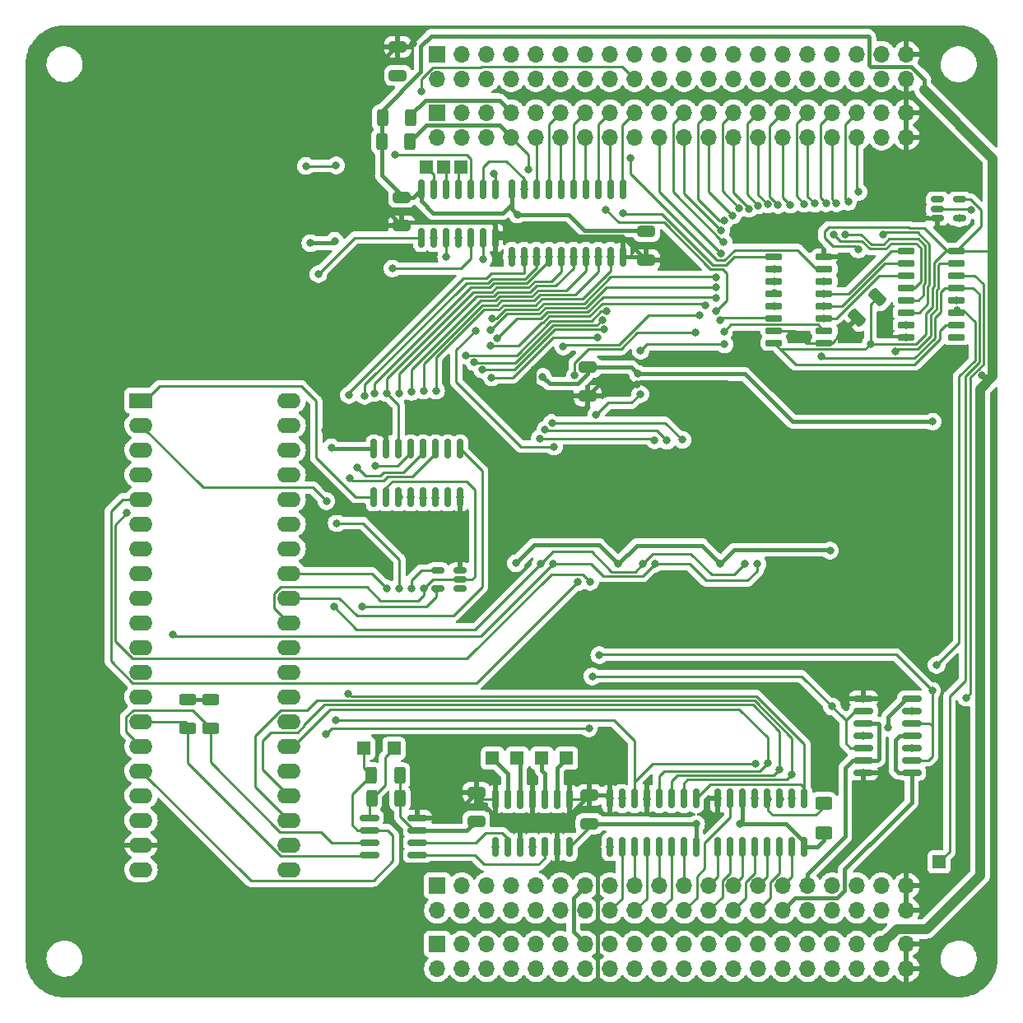
<source format=gbr>
%TF.GenerationSoftware,KiCad,Pcbnew,7.0.7-7.0.7~ubuntu20.04.1*%
%TF.CreationDate,2023-09-08T15:59:56+02:00*%
%TF.ProjectId,RAMROM_512k_board,52414d52-4f4d-45f3-9531-326b5f626f61,rev?*%
%TF.SameCoordinates,Original*%
%TF.FileFunction,Copper,L1,Top*%
%TF.FilePolarity,Positive*%
%FSLAX46Y46*%
G04 Gerber Fmt 4.6, Leading zero omitted, Abs format (unit mm)*
G04 Created by KiCad (PCBNEW 7.0.7-7.0.7~ubuntu20.04.1) date 2023-09-08 15:59:56*
%MOMM*%
%LPD*%
G01*
G04 APERTURE LIST*
G04 Aperture macros list*
%AMRoundRect*
0 Rectangle with rounded corners*
0 $1 Rounding radius*
0 $2 $3 $4 $5 $6 $7 $8 $9 X,Y pos of 4 corners*
0 Add a 4 corners polygon primitive as box body*
4,1,4,$2,$3,$4,$5,$6,$7,$8,$9,$2,$3,0*
0 Add four circle primitives for the rounded corners*
1,1,$1+$1,$2,$3*
1,1,$1+$1,$4,$5*
1,1,$1+$1,$6,$7*
1,1,$1+$1,$8,$9*
0 Add four rect primitives between the rounded corners*
20,1,$1+$1,$2,$3,$4,$5,0*
20,1,$1+$1,$4,$5,$6,$7,0*
20,1,$1+$1,$6,$7,$8,$9,0*
20,1,$1+$1,$8,$9,$2,$3,0*%
G04 Aperture macros list end*
%TA.AperFunction,ComponentPad*%
%ADD10R,1.350000X1.350000*%
%TD*%
%TA.AperFunction,ComponentPad*%
%ADD11R,1.700000X1.700000*%
%TD*%
%TA.AperFunction,ComponentPad*%
%ADD12O,1.700000X1.700000*%
%TD*%
%TA.AperFunction,SMDPad,CuDef*%
%ADD13RoundRect,0.150000X-0.150000X0.825000X-0.150000X-0.825000X0.150000X-0.825000X0.150000X0.825000X0*%
%TD*%
%TA.AperFunction,ComponentPad*%
%ADD14R,2.400000X1.600000*%
%TD*%
%TA.AperFunction,ComponentPad*%
%ADD15O,2.400000X1.600000*%
%TD*%
%TA.AperFunction,SMDPad,CuDef*%
%ADD16RoundRect,0.150000X0.825000X0.150000X-0.825000X0.150000X-0.825000X-0.150000X0.825000X-0.150000X0*%
%TD*%
%TA.AperFunction,SMDPad,CuDef*%
%ADD17RoundRect,0.250000X-0.650000X0.325000X-0.650000X-0.325000X0.650000X-0.325000X0.650000X0.325000X0*%
%TD*%
%TA.AperFunction,SMDPad,CuDef*%
%ADD18RoundRect,0.250000X-0.625000X0.312500X-0.625000X-0.312500X0.625000X-0.312500X0.625000X0.312500X0*%
%TD*%
%TA.AperFunction,SMDPad,CuDef*%
%ADD19RoundRect,0.250000X0.625000X-0.400000X0.625000X0.400000X-0.625000X0.400000X-0.625000X-0.400000X0*%
%TD*%
%TA.AperFunction,SMDPad,CuDef*%
%ADD20RoundRect,0.150000X0.725000X0.150000X-0.725000X0.150000X-0.725000X-0.150000X0.725000X-0.150000X0*%
%TD*%
%TA.AperFunction,SMDPad,CuDef*%
%ADD21RoundRect,0.150000X-0.512500X-0.150000X0.512500X-0.150000X0.512500X0.150000X-0.512500X0.150000X0*%
%TD*%
%TA.AperFunction,SMDPad,CuDef*%
%ADD22RoundRect,0.150000X0.150000X-0.825000X0.150000X0.825000X-0.150000X0.825000X-0.150000X-0.825000X0*%
%TD*%
%TA.AperFunction,SMDPad,CuDef*%
%ADD23RoundRect,0.150000X0.512500X0.150000X-0.512500X0.150000X-0.512500X-0.150000X0.512500X-0.150000X0*%
%TD*%
%TA.AperFunction,SMDPad,CuDef*%
%ADD24RoundRect,0.250000X-0.229810X0.689429X-0.689429X0.229810X0.229810X-0.689429X0.689429X-0.229810X0*%
%TD*%
%TA.AperFunction,SMDPad,CuDef*%
%ADD25RoundRect,0.250000X0.312500X0.625000X-0.312500X0.625000X-0.312500X-0.625000X0.312500X-0.625000X0*%
%TD*%
%TA.AperFunction,SMDPad,CuDef*%
%ADD26RoundRect,0.150000X-0.825000X-0.150000X0.825000X-0.150000X0.825000X0.150000X-0.825000X0.150000X0*%
%TD*%
%TA.AperFunction,SMDPad,CuDef*%
%ADD27RoundRect,0.150000X0.150000X-0.837500X0.150000X0.837500X-0.150000X0.837500X-0.150000X-0.837500X0*%
%TD*%
%TA.AperFunction,SMDPad,CuDef*%
%ADD28RoundRect,0.250000X0.650000X-0.325000X0.650000X0.325000X-0.650000X0.325000X-0.650000X-0.325000X0*%
%TD*%
%TA.AperFunction,SMDPad,CuDef*%
%ADD29RoundRect,0.150000X-0.725000X-0.150000X0.725000X-0.150000X0.725000X0.150000X-0.725000X0.150000X0*%
%TD*%
%TA.AperFunction,SMDPad,CuDef*%
%ADD30RoundRect,0.250000X-0.312500X-0.625000X0.312500X-0.625000X0.312500X0.625000X-0.312500X0.625000X0*%
%TD*%
%TA.AperFunction,ViaPad*%
%ADD31C,0.800000*%
%TD*%
%TA.AperFunction,Conductor*%
%ADD32C,0.250000*%
%TD*%
%TA.AperFunction,Conductor*%
%ADD33C,0.400000*%
%TD*%
%TA.AperFunction,Conductor*%
%ADD34C,1.000000*%
%TD*%
G04 APERTURE END LIST*
D10*
%TO.P,J15,1,Pin_1*%
%TO.N,Net-(J15-Pin_1)*%
X138557000Y-59944000D03*
%TD*%
%TO.P,J9,1,Pin_1*%
%TO.N,Net-(J9-Pin_1)*%
X140335000Y-59944000D03*
%TD*%
%TO.P,J7,1,Pin_1*%
%TO.N,Net-(J7-Pin_1)*%
X142113000Y-59944000D03*
%TD*%
%TO.P,J13,1,Pin_1*%
%TO.N,Net-(J13-Pin_1)*%
X152996900Y-120738900D03*
%TD*%
D11*
%TO.P,J1,1,Pin_1*%
%TO.N,+5V*%
X139700000Y-48303005D03*
D12*
%TO.P,J1,2,Pin_2*%
X139700000Y-50843005D03*
%TO.P,J1,3,Pin_3*%
%TO.N,/PHI1_e*%
X142240000Y-48303005D03*
%TO.P,J1,4,Pin_4*%
%TO.N,/PHI2_e*%
X142240000Y-50843005D03*
%TO.P,J1,5,Pin_5*%
%TO.N,/~{IORD}*%
X144780000Y-48303005D03*
%TO.P,J1,6,Pin_6*%
%TO.N,/R{slash}~{W}_e*%
X144780000Y-50843005D03*
%TO.P,J1,7,Pin_7*%
%TO.N,/~{MRD}*%
X147320000Y-48303005D03*
%TO.P,J1,8,Pin_8*%
%TO.N,/~{MWR}*%
X147320000Y-50843005D03*
%TO.P,J1,9,Pin_9*%
%TO.N,/~{IOWR}*%
X149860000Y-48303005D03*
%TO.P,J1,10,Pin_10*%
%TO.N,/D0*%
X149860000Y-50843005D03*
%TO.P,J1,11,Pin_11*%
%TO.N,/D1*%
X152400000Y-48303005D03*
%TO.P,J1,12,Pin_12*%
%TO.N,/D2*%
X152400000Y-50843005D03*
%TO.P,J1,13,Pin_13*%
%TO.N,/D3*%
X154940000Y-48303005D03*
%TO.P,J1,14,Pin_14*%
%TO.N,/D4*%
X154940000Y-50843005D03*
%TO.P,J1,15,Pin_15*%
%TO.N,/D5*%
X157480000Y-48303005D03*
%TO.P,J1,16,Pin_16*%
%TO.N,/D6*%
X157480000Y-50843005D03*
%TO.P,J1,17,Pin_17*%
%TO.N,/D7*%
X160020000Y-48303005D03*
%TO.P,J1,18,Pin_18*%
%TO.N,/~{RST}*%
X160020000Y-50843005D03*
%TO.P,J1,19,Pin_19*%
%TO.N,/A0*%
X162560000Y-48303005D03*
%TO.P,J1,20,Pin_20*%
%TO.N,/A1*%
X162560000Y-50843005D03*
%TO.P,J1,21,Pin_21*%
%TO.N,/A2*%
X165100000Y-48303005D03*
%TO.P,J1,22,Pin_22*%
%TO.N,/A3*%
X165100000Y-50843005D03*
%TO.P,J1,23,Pin_23*%
%TO.N,/A4*%
X167640000Y-48303005D03*
%TO.P,J1,24,Pin_24*%
%TO.N,/A5*%
X167640000Y-50843005D03*
%TO.P,J1,25,Pin_25*%
%TO.N,/A6*%
X170180000Y-48303005D03*
%TO.P,J1,26,Pin_26*%
%TO.N,/A7*%
X170180000Y-50843005D03*
%TO.P,J1,27,Pin_27*%
%TO.N,/A8*%
X172720000Y-48303005D03*
%TO.P,J1,28,Pin_28*%
%TO.N,/A9*%
X172720000Y-50843005D03*
%TO.P,J1,29,Pin_29*%
%TO.N,/A10*%
X175260000Y-48303005D03*
%TO.P,J1,30,Pin_30*%
%TO.N,/A11*%
X175260000Y-50843005D03*
%TO.P,J1,31,Pin_31*%
%TO.N,/A12*%
X177800000Y-48303005D03*
%TO.P,J1,32,Pin_32*%
%TO.N,/A13*%
X177800000Y-50843005D03*
%TO.P,J1,33,Pin_33*%
%TO.N,/A14*%
X180340000Y-48303005D03*
%TO.P,J1,34,Pin_34*%
%TO.N,/A15*%
X180340000Y-50843005D03*
%TO.P,J1,35,Pin_35*%
%TO.N,/A16*%
X182880000Y-48303005D03*
%TO.P,J1,36,Pin_36*%
%TO.N,/A17*%
X182880000Y-50843005D03*
%TO.P,J1,37,Pin_37*%
%TO.N,/A18*%
X185420000Y-48303005D03*
%TO.P,J1,38,Pin_38*%
%TO.N,/A19*%
X185420000Y-50843005D03*
%TO.P,J1,39,Pin_39*%
%TO.N,GND*%
X187960000Y-48303005D03*
%TO.P,J1,40,Pin_40*%
X187960000Y-50843005D03*
%TD*%
D13*
%TO.P,U13,1*%
%TO.N,GND*%
X153301700Y-124932900D03*
%TO.P,U13,2*%
%TO.N,Net-(J13-Pin_1)*%
X152031700Y-124932900D03*
%TO.P,U13,3*%
%TO.N,Net-(J11-Pin_1)*%
X150761700Y-124932900D03*
%TO.P,U13,4*%
%TO.N,GND*%
X149491700Y-124932900D03*
%TO.P,U13,5*%
%TO.N,Net-(J14-Pin_1)*%
X148221700Y-124932900D03*
%TO.P,U13,6*%
%TO.N,Net-(J12-Pin_1)*%
X146951700Y-124932900D03*
%TO.P,U13,7,GND*%
%TO.N,GND*%
X145681700Y-124932900D03*
%TO.P,U13,8*%
%TO.N,/CLKF*%
X145681700Y-129882900D03*
%TO.P,U13,9*%
%TO.N,/CLKF#*%
X146951700Y-129882900D03*
%TO.P,U13,10*%
%TO.N,GND*%
X148221700Y-129882900D03*
%TO.P,U13,11*%
%TO.N,/CLKS*%
X149491700Y-129882900D03*
%TO.P,U13,12*%
%TO.N,/CLKS#*%
X150761700Y-129882900D03*
%TO.P,U13,13*%
%TO.N,GND*%
X152031700Y-129882900D03*
%TO.P,U13,14,VCC*%
%TO.N,+3V3*%
X153301700Y-129882900D03*
%TD*%
D14*
%TO.P,J6,1,Pin_1*%
%TO.N,/~{PLD}*%
X109220000Y-83947000D03*
D15*
%TO.P,J6,2,Pin_2*%
%TO.N,/~{CNTOE}*%
X109220000Y-86487000D03*
%TO.P,J6,3,Pin_3*%
%TO.N,/CPR*%
X109220000Y-89027000D03*
%TO.P,J6,4,Pin_4*%
%TO.N,/~{MRC}*%
X109220000Y-91567000D03*
%TO.P,J6,5,Pin_5*%
%TO.N,/CNT*%
X109220000Y-94107000D03*
%TO.P,J6,6,Pin_6*%
%TO.N,/~{uMWR}*%
X109220000Y-96647000D03*
%TO.P,J6,7,Pin_7*%
%TO.N,/~{RAMCSOR}*%
X109220000Y-99187000D03*
%TO.P,J6,8,Pin_8*%
%TO.N,/uA11*%
X109220000Y-101727000D03*
%TO.P,J6,9,Pin_9*%
%TO.N,/uA12*%
X109220000Y-104267000D03*
%TO.P,J6,10,Pin_10*%
%TO.N,/~{uMRD}*%
X109220000Y-106807000D03*
%TO.P,J6,11,Pin_11*%
%TO.N,/B3*%
X109220000Y-109347000D03*
%TO.P,J6,12,Pin_12*%
%TO.N,/B4*%
X109220000Y-111887000D03*
%TO.P,J6,13,Pin_13*%
%TO.N,/B5*%
X109220000Y-114427000D03*
%TO.P,J6,14,Pin_14*%
%TO.N,/SCL*%
X109220000Y-116967000D03*
%TO.P,J6,15,Pin_15*%
%TO.N,/SDA*%
X109220000Y-119507000D03*
%TO.P,J6,16,Pin_16*%
%TO.N,/CTRL1*%
X109220000Y-122047000D03*
%TO.P,J6,17,Pin_17*%
%TO.N,/~{BUSFREE}*%
X109220000Y-124587000D03*
%TO.P,J6,18,Pin_18*%
%TO.N,+5V*%
X109220000Y-127127000D03*
%TO.P,J6,19,Pin_19*%
%TO.N,GND*%
X109220000Y-129667000D03*
%TO.P,J6,20,Pin_20*%
%TO.N,unconnected-(J6-Pin_20-Pad20)*%
X109220000Y-132207000D03*
%TO.P,J6,21,Pin_21*%
%TO.N,/VB*%
X124460000Y-132207000D03*
%TO.P,J6,22,Pin_22*%
%TO.N,/SEL0*%
X124460000Y-129667000D03*
%TO.P,J6,23,Pin_23*%
%TO.N,/SEL1*%
X124460000Y-127127000D03*
%TO.P,J6,24,Pin_24*%
%TO.N,/SEL2*%
X124460000Y-124587000D03*
%TO.P,J6,25,Pin_25*%
%TO.N,/~{STMRST}*%
X124460000Y-122047000D03*
%TO.P,J6,26,Pin_26*%
%TO.N,/OFF{slash}ON*%
X124460000Y-119507000D03*
%TO.P,J6,27,Pin_27*%
%TO.N,/SEL4*%
X124460000Y-116967000D03*
%TO.P,J6,28,Pin_28*%
%TO.N,/RX2*%
X124460000Y-114427000D03*
%TO.P,J6,29,Pin_29*%
%TO.N,/TX2*%
X124460000Y-111887000D03*
%TO.P,J6,30,Pin_30*%
%TO.N,/uA4*%
X124460000Y-109347000D03*
%TO.P,J6,31,Pin_31*%
%TO.N,/uSCK*%
X124460000Y-106807000D03*
%TO.P,J6,32,Pin_32*%
%TO.N,/uMISO*%
X124460000Y-104267000D03*
%TO.P,J6,33,Pin_33*%
%TO.N,/uMOSI*%
X124460000Y-101727000D03*
%TO.P,J6,34,Pin_34*%
%TO.N,/B0*%
X124460000Y-99187000D03*
%TO.P,J6,35,Pin_35*%
%TO.N,/B1*%
X124460000Y-96647000D03*
%TO.P,J6,36,Pin_36*%
%TO.N,/~{DATOE}*%
X124460000Y-94107000D03*
%TO.P,J6,37,Pin_37*%
%TO.N,/TRST*%
X124460000Y-91567000D03*
%TO.P,J6,38,Pin_38*%
%TO.N,unconnected-(J6-Pin_38-Pad38)*%
X124460000Y-89027000D03*
%TO.P,J6,39,Pin_39*%
%TO.N,unconnected-(J6-Pin_39-Pad39)*%
X124460000Y-86487000D03*
%TO.P,J6,40,Pin_40*%
%TO.N,unconnected-(J6-Pin_40-Pad40)*%
X124460000Y-83947000D03*
%TD*%
D16*
%TO.P,U11,1,OUT1*%
%TO.N,/CLKS#*%
X137653800Y-130683000D03*
%TO.P,U11,2,OUT0*%
%TO.N,/CLKF#*%
X137653800Y-129413000D03*
%TO.P,U11,3,Vcc*%
%TO.N,+3V3*%
X137653800Y-128143000D03*
%TO.P,U11,4,GND*%
%TO.N,GND*%
X137653800Y-126873000D03*
%TO.P,U11,5,CTRL0*%
%TO.N,Net-(J5-Pin_1)*%
X132703800Y-126873000D03*
%TO.P,U11,6,CTRL1*%
%TO.N,/CTRL1*%
X132703800Y-128143000D03*
%TO.P,U11,7,SDA*%
%TO.N,/SDA*%
X132703800Y-129413000D03*
%TO.P,U11,8,SCL*%
%TO.N,/SCL*%
X132703800Y-130683000D03*
%TD*%
D17*
%TO.P,C10,1*%
%TO.N,+3V3*%
X161213800Y-66544400D03*
%TO.P,C10,2*%
%TO.N,GND*%
X161213800Y-69494400D03*
%TD*%
D18*
%TO.P,R3,1*%
%TO.N,+3V3*%
X113995200Y-114717100D03*
%TO.P,R3,2*%
%TO.N,/SCL*%
X113995200Y-117642100D03*
%TD*%
D11*
%TO.P,J4,1,Pin_1*%
%TO.N,+5V*%
X139700000Y-133849005D03*
D12*
%TO.P,J4,2,Pin_2*%
X139700000Y-136389005D03*
%TO.P,J4,3,Pin_3*%
%TO.N,/RX2*%
X142240000Y-133849005D03*
%TO.P,J4,4,Pin_4*%
%TO.N,/TX2*%
X142240000Y-136389005D03*
%TO.P,J4,5,Pin_5*%
%TO.N,/RX3*%
X144780000Y-133849005D03*
%TO.P,J4,6,Pin_6*%
%TO.N,/TX3*%
X144780000Y-136389005D03*
%TO.P,J4,7,Pin_7*%
%TO.N,/RES0*%
X147320000Y-133849005D03*
%TO.P,J4,8,Pin_8*%
%TO.N,/TX1*%
X147320000Y-136389005D03*
%TO.P,J4,9,Pin_9*%
%TO.N,/RES1*%
X149860000Y-133849005D03*
%TO.P,J4,10,Pin_10*%
%TO.N,/RX1*%
X149860000Y-136389005D03*
%TO.P,J4,11,Pin_11*%
%TO.N,/PH0*%
X152400000Y-133849005D03*
%TO.P,J4,12,Pin_12*%
%TO.N,/~{PH0}*%
X152400000Y-136389005D03*
%TO.P,J4,13,Pin_13*%
%TO.N,/CLKS*%
X154940000Y-133849005D03*
%TO.P,J4,14,Pin_14*%
%TO.N,/CLKF*%
X154940000Y-136389005D03*
%TO.P,J4,15,Pin_15*%
%TO.N,/~{BUSFREE}*%
X157480000Y-133849005D03*
%TO.P,J4,16,Pin_16*%
%TO.N,/~{RAMWE13}*%
X157480000Y-136389005D03*
%TO.P,J4,17,Pin_17*%
%TO.N,/~{RAMWE12}*%
X160020000Y-133849005D03*
%TO.P,J4,18,Pin_18*%
%TO.N,/~{RAMWE11}*%
X160020000Y-136389005D03*
%TO.P,J4,19,Pin_19*%
%TO.N,/~{RAMWE10}*%
X162560000Y-133849005D03*
%TO.P,J4,20,Pin_20*%
%TO.N,/~{RAMWE9}*%
X162560000Y-136389005D03*
%TO.P,J4,21,Pin_21*%
%TO.N,/~{RAMWE8}*%
X165100000Y-133849005D03*
%TO.P,J4,22,Pin_22*%
%TO.N,/~{RAMWE7}*%
X165100000Y-136389005D03*
%TO.P,J4,23,Pin_23*%
%TO.N,/~{RAMWE6}*%
X167640000Y-133849005D03*
%TO.P,J4,24,Pin_24*%
%TO.N,/~{RAMWE5}*%
X167640000Y-136389005D03*
%TO.P,J4,25,Pin_25*%
%TO.N,/~{RAMWE4}*%
X170180000Y-133849005D03*
%TO.P,J4,26,Pin_26*%
%TO.N,/~{RAMWE3}*%
X170180000Y-136389005D03*
%TO.P,J4,27,Pin_27*%
%TO.N,/~{RAMWE2}*%
X172720000Y-133849005D03*
%TO.P,J4,28,Pin_28*%
%TO.N,/~{RAMWE1}*%
X172720000Y-136389005D03*
%TO.P,J4,29,Pin_29*%
%TO.N,/~{RAMWE0}*%
X175260000Y-133849005D03*
%TO.P,J4,30,Pin_30*%
%TO.N,/MOSI*%
X175260000Y-136389005D03*
%TO.P,J4,31,Pin_31*%
%TO.N,/SCK*%
X177800000Y-133849005D03*
%TO.P,J4,32,Pin_32*%
%TO.N,/Bus/TDRTN*%
X177800000Y-136389005D03*
%TO.P,J4,33,Pin_33*%
%TO.N,/TMS*%
X180340000Y-133849005D03*
%TO.P,J4,34,Pin_34*%
%TO.N,/TDO*%
X180340000Y-136389005D03*
%TO.P,J4,35,Pin_35*%
%TO.N,/TCK*%
X182880000Y-133849005D03*
%TO.P,J4,36,Pin_36*%
%TO.N,/TDI*%
X182880000Y-136389005D03*
%TO.P,J4,37,Pin_37*%
%TO.N,+3V3*%
X185420000Y-133849005D03*
%TO.P,J4,38,Pin_38*%
X185420000Y-136389005D03*
%TO.P,J4,39,Pin_39*%
%TO.N,GND*%
X187960000Y-133849005D03*
%TO.P,J4,40,Pin_40*%
X187960000Y-136389005D03*
%TD*%
D10*
%TO.P,J5,1,Pin_1*%
%TO.N,Net-(J5-Pin_1)*%
X135229600Y-119735600D03*
%TD*%
D19*
%TO.P,R2,1*%
%TO.N,+3V3*%
X179451000Y-128449000D03*
%TO.P,R2,2*%
%TO.N,/OFF{slash}ON*%
X179451000Y-125349000D03*
%TD*%
D20*
%TO.P,U6,1,OEa*%
%TO.N,GND*%
X179482841Y-78005471D03*
%TO.P,U6,2,A1*%
%TO.N,/A2*%
X179482841Y-76735471D03*
%TO.P,U6,3,I3a*%
%TO.N,Net-(U5-I{slash}O3)*%
X179482841Y-75465471D03*
%TO.P,U6,4,I2a*%
%TO.N,Net-(U5-I{slash}O2)*%
X179482841Y-74195471D03*
%TO.P,U6,5,I1a*%
%TO.N,Net-(U5-I{slash}O1)*%
X179482841Y-72925471D03*
%TO.P,U6,6,I0a*%
%TO.N,Net-(U5-I{slash}O0)*%
X179482841Y-71655471D03*
%TO.P,U6,7,Za*%
%TO.N,/WP*%
X179482841Y-70385471D03*
%TO.P,U6,8,GND*%
%TO.N,GND*%
X179482841Y-69115471D03*
%TO.P,U6,9,Zb*%
%TO.N,/~{CSRAM}*%
X174332841Y-69115471D03*
%TO.P,U6,10,I0b*%
%TO.N,Net-(U5-I{slash}O4)*%
X174332841Y-70385471D03*
%TO.P,U6,11,I1b*%
%TO.N,Net-(U5-I{slash}O5)*%
X174332841Y-71655471D03*
%TO.P,U6,12,I2b*%
%TO.N,Net-(U5-I{slash}O6)*%
X174332841Y-72925471D03*
%TO.P,U6,13,I3b*%
%TO.N,Net-(U5-I{slash}O7)*%
X174332841Y-74195471D03*
%TO.P,U6,14,A0*%
%TO.N,/A1*%
X174332841Y-75465471D03*
%TO.P,U6,15,OEb*%
%TO.N,GND*%
X174332841Y-76735471D03*
%TO.P,U6,16,VCC*%
%TO.N,+3V3*%
X174332841Y-78005471D03*
%TD*%
D10*
%TO.P,J12,1,Pin_1*%
%TO.N,Net-(J12-Pin_1)*%
X145376900Y-120738900D03*
%TD*%
D13*
%TO.P,U16,1,A0*%
%TO.N,/SEL0*%
X177450000Y-124900400D03*
%TO.P,U16,2,A1*%
%TO.N,/SEL1*%
X176180000Y-124900400D03*
%TO.P,U16,3,A2*%
%TO.N,/SEL2*%
X174910000Y-124900400D03*
%TO.P,U16,4,E1*%
%TO.N,/OFF{slash}ON*%
X173640000Y-124900400D03*
%TO.P,U16,5,E2*%
%TO.N,/SEL4*%
X172370000Y-124900400D03*
%TO.P,U16,6,E3*%
%TO.N,+3V3*%
X171100000Y-124900400D03*
%TO.P,U16,7,O7*%
%TO.N,/~{RAMWE7}*%
X169830000Y-124900400D03*
%TO.P,U16,8,GND*%
%TO.N,GND*%
X168560000Y-124900400D03*
%TO.P,U16,9,O6*%
%TO.N,/~{RAMWE6}*%
X168560000Y-129850400D03*
%TO.P,U16,10,O5*%
%TO.N,/~{RAMWE5}*%
X169830000Y-129850400D03*
%TO.P,U16,11,O4*%
%TO.N,/~{RAMWE4}*%
X171100000Y-129850400D03*
%TO.P,U16,12,O3*%
%TO.N,/~{RAMWE3}*%
X172370000Y-129850400D03*
%TO.P,U16,13,O2*%
%TO.N,/~{RAMWE2}*%
X173640000Y-129850400D03*
%TO.P,U16,14,O1*%
%TO.N,/~{RAMWE1}*%
X174910000Y-129850400D03*
%TO.P,U16,15,O0*%
%TO.N,/~{RAMWE0}*%
X176180000Y-129850400D03*
%TO.P,U16,16,VCC*%
%TO.N,+3V3*%
X177450000Y-129850400D03*
%TD*%
D21*
%TO.P,U8,1*%
%TO.N,N/C*%
X191125741Y-63261200D03*
%TO.P,U8,2*%
%TO.N,/uSCK*%
X191125741Y-64211200D03*
%TO.P,U8,3,GND*%
%TO.N,GND*%
X191125741Y-65161200D03*
%TO.P,U8,4*%
%TO.N,Net-(U7-RCLK)*%
X193400741Y-65161200D03*
%TO.P,U8,5,VCC*%
%TO.N,+3V3*%
X193400741Y-63261200D03*
%TD*%
D10*
%TO.P,J10,1,Pin_1*%
%TO.N,/CTRL1*%
X132130800Y-119684800D03*
%TD*%
D22*
%TO.P,U21,1*%
%TO.N,/~{DATOE}*%
X138049000Y-67168800D03*
%TO.P,U21,2*%
%TO.N,/~{MRD}*%
X139319000Y-67168800D03*
%TO.P,U21,3*%
%TO.N,Net-(U4-~{OE})*%
X140589000Y-67168800D03*
%TO.P,U21,4*%
%TO.N,Net-(U21-Pad4)*%
X141859000Y-67168800D03*
%TO.P,U21,5*%
%TO.N,/~{RAMWE15}*%
X143129000Y-67168800D03*
%TO.P,U21,6*%
%TO.N,Net-(U4-~{WE})*%
X144399000Y-67168800D03*
%TO.P,U21,7,GND*%
%TO.N,GND*%
X145669000Y-67168800D03*
%TO.P,U21,8*%
%TO.N,Net-(U4-~{CE})*%
X145669000Y-62218800D03*
%TO.P,U21,9*%
%TO.N,/~{CSRAM}*%
X144399000Y-62218800D03*
%TO.P,U21,10*%
%TO.N,/~{RAMCSOR}*%
X143129000Y-62218800D03*
%TO.P,U21,11*%
%TO.N,Net-(J7-Pin_1)*%
X141859000Y-62218800D03*
%TO.P,U21,12*%
%TO.N,Net-(J9-Pin_1)*%
X140589000Y-62218800D03*
%TO.P,U21,13*%
%TO.N,Net-(J15-Pin_1)*%
X139319000Y-62218800D03*
%TO.P,U21,14,VCC*%
%TO.N,+3V3*%
X138049000Y-62218800D03*
%TD*%
D17*
%TO.P,C4,1*%
%TO.N,+3V3*%
X155168600Y-80492600D03*
%TO.P,C4,2*%
%TO.N,GND*%
X155168600Y-83442600D03*
%TD*%
D23*
%TO.P,U12,1*%
%TO.N,N/C*%
X142005900Y-103312000D03*
%TO.P,U12,2*%
%TO.N,/uSCK*%
X142005900Y-102362000D03*
%TO.P,U12,3,GND*%
%TO.N,GND*%
X142005900Y-101412000D03*
%TO.P,U12,4*%
%TO.N,Net-(U10-RCLK)*%
X139730900Y-101412000D03*
%TO.P,U12,5,VCC*%
%TO.N,+3V3*%
X139730900Y-103312000D03*
%TD*%
D13*
%TO.P,U17,1,A0*%
%TO.N,/SEL0*%
X166299400Y-124900400D03*
%TO.P,U17,2,A1*%
%TO.N,/SEL1*%
X165029400Y-124900400D03*
%TO.P,U17,3,A2*%
%TO.N,/SEL2*%
X163759400Y-124900400D03*
%TO.P,U17,4,E1*%
%TO.N,/OFF{slash}ON*%
X162489400Y-124900400D03*
%TO.P,U17,5,E2*%
%TO.N,GND*%
X161219400Y-124900400D03*
%TO.P,U17,6,E3*%
%TO.N,/SEL4*%
X159949400Y-124900400D03*
%TO.P,U17,7,O7*%
%TO.N,/~{RAMWE15}*%
X158679400Y-124900400D03*
%TO.P,U17,8,GND*%
%TO.N,GND*%
X157409400Y-124900400D03*
%TO.P,U17,9,O6*%
%TO.N,/~{RAMWE14}*%
X157409400Y-129850400D03*
%TO.P,U17,10,O5*%
%TO.N,/~{RAMWE13}*%
X158679400Y-129850400D03*
%TO.P,U17,11,O4*%
%TO.N,/~{RAMWE12}*%
X159949400Y-129850400D03*
%TO.P,U17,12,O3*%
%TO.N,/~{RAMWE11}*%
X161219400Y-129850400D03*
%TO.P,U17,13,O2*%
%TO.N,/~{RAMWE10}*%
X162489400Y-129850400D03*
%TO.P,U17,14,O1*%
%TO.N,/~{RAMWE9}*%
X163759400Y-129850400D03*
%TO.P,U17,15,O0*%
%TO.N,/~{RAMWE8}*%
X165029400Y-129850400D03*
%TO.P,U17,16,VCC*%
%TO.N,+3V3*%
X166299400Y-129850400D03*
%TD*%
D24*
%TO.P,C5,1*%
%TO.N,+3V3*%
X184973441Y-73329800D03*
%TO.P,C5,2*%
%TO.N,GND*%
X182887475Y-75415766D03*
%TD*%
D11*
%TO.P,J2,1,Pin_1*%
%TO.N,+5V*%
X139700000Y-139849005D03*
D12*
%TO.P,J2,2,Pin_2*%
X139700000Y-142389005D03*
%TO.P,J2,3,Pin_3*%
%TO.N,/RX2*%
X142240000Y-139849005D03*
%TO.P,J2,4,Pin_4*%
%TO.N,/TX2*%
X142240000Y-142389005D03*
%TO.P,J2,5,Pin_5*%
%TO.N,/RX3*%
X144780000Y-139849005D03*
%TO.P,J2,6,Pin_6*%
%TO.N,/TX3*%
X144780000Y-142389005D03*
%TO.P,J2,7,Pin_7*%
%TO.N,/RES0*%
X147320000Y-139849005D03*
%TO.P,J2,8,Pin_8*%
%TO.N,/TX1*%
X147320000Y-142389005D03*
%TO.P,J2,9,Pin_9*%
%TO.N,/RES1*%
X149860000Y-139849005D03*
%TO.P,J2,10,Pin_10*%
%TO.N,/RX1*%
X149860000Y-142389005D03*
%TO.P,J2,11,Pin_11*%
%TO.N,/PH0*%
X152400000Y-139849005D03*
%TO.P,J2,12,Pin_12*%
%TO.N,/~{PH0}*%
X152400000Y-142389005D03*
%TO.P,J2,13,Pin_13*%
%TO.N,/CLKS*%
X154940000Y-139849005D03*
%TO.P,J2,14,Pin_14*%
%TO.N,/CLKF*%
X154940000Y-142389005D03*
%TO.P,J2,15,Pin_15*%
%TO.N,/~{BUSFREE}*%
X157480000Y-139849005D03*
%TO.P,J2,16,Pin_16*%
%TO.N,/~{RAMWE13}*%
X157480000Y-142389005D03*
%TO.P,J2,17,Pin_17*%
%TO.N,/~{RAMWE12}*%
X160020000Y-139849005D03*
%TO.P,J2,18,Pin_18*%
%TO.N,/~{RAMWE11}*%
X160020000Y-142389005D03*
%TO.P,J2,19,Pin_19*%
%TO.N,/~{RAMWE10}*%
X162560000Y-139849005D03*
%TO.P,J2,20,Pin_20*%
%TO.N,/~{RAMWE9}*%
X162560000Y-142389005D03*
%TO.P,J2,21,Pin_21*%
%TO.N,/~{RAMWE8}*%
X165100000Y-139849005D03*
%TO.P,J2,22,Pin_22*%
%TO.N,/~{RAMWE7}*%
X165100000Y-142389005D03*
%TO.P,J2,23,Pin_23*%
%TO.N,/~{RAMWE6}*%
X167640000Y-139849005D03*
%TO.P,J2,24,Pin_24*%
%TO.N,/~{RAMWE5}*%
X167640000Y-142389005D03*
%TO.P,J2,25,Pin_25*%
%TO.N,/~{RAMWE4}*%
X170180000Y-139849005D03*
%TO.P,J2,26,Pin_26*%
%TO.N,/~{RAMWE3}*%
X170180000Y-142389005D03*
%TO.P,J2,27,Pin_27*%
%TO.N,/~{RAMWE2}*%
X172720000Y-139849005D03*
%TO.P,J2,28,Pin_28*%
%TO.N,/~{RAMWE1}*%
X172720000Y-142389005D03*
%TO.P,J2,29,Pin_29*%
%TO.N,/~{RAMWE0}*%
X175260000Y-139849005D03*
%TO.P,J2,30,Pin_30*%
%TO.N,/MOSI*%
X175260000Y-142389005D03*
%TO.P,J2,31,Pin_31*%
%TO.N,/SCK*%
X177800000Y-139849005D03*
%TO.P,J2,32,Pin_32*%
%TO.N,/Bus/TDRTN*%
X177800000Y-142389005D03*
%TO.P,J2,33,Pin_33*%
%TO.N,/TMS*%
X180340000Y-139849005D03*
%TO.P,J2,34,Pin_34*%
%TO.N,/TDO*%
X180340000Y-142389005D03*
%TO.P,J2,35,Pin_35*%
%TO.N,/TCK*%
X182880000Y-139849005D03*
%TO.P,J2,36,Pin_36*%
%TO.N,/TDI*%
X182880000Y-142389005D03*
%TO.P,J2,37,Pin_37*%
%TO.N,+3V3*%
X185420000Y-139849005D03*
%TO.P,J2,38,Pin_38*%
X185420000Y-142389005D03*
%TO.P,J2,39,Pin_39*%
%TO.N,GND*%
X187960000Y-139849005D03*
%TO.P,J2,40,Pin_40*%
X187960000Y-142389005D03*
%TD*%
D25*
%TO.P,R6,1*%
%TO.N,+3V3*%
X135839200Y-122529600D03*
%TO.P,R6,2*%
%TO.N,/CTRL1*%
X132914200Y-122529600D03*
%TD*%
D18*
%TO.P,R4,1*%
%TO.N,+3V3*%
X116382800Y-114717100D03*
%TO.P,R4,2*%
%TO.N,/SDA*%
X116382800Y-117642100D03*
%TD*%
D25*
%TO.P,R5,1*%
%TO.N,+3V3*%
X135868600Y-124866400D03*
%TO.P,R5,2*%
%TO.N,Net-(J5-Pin_1)*%
X132943600Y-124866400D03*
%TD*%
D26*
%TO.P,U2,1*%
%TO.N,GND*%
X183540400Y-114604800D03*
%TO.P,U2,2*%
%TO.N,/uSCK*%
X183540400Y-115874800D03*
%TO.P,U2,3*%
%TO.N,/SCK*%
X183540400Y-117144800D03*
%TO.P,U2,4*%
%TO.N,GND*%
X183540400Y-118414800D03*
%TO.P,U2,5*%
%TO.N,/uSCK*%
X183540400Y-119684800D03*
%TO.P,U2,6*%
%TO.N,/SCK*%
X183540400Y-120954800D03*
%TO.P,U2,7,GND*%
%TO.N,GND*%
X183540400Y-122224800D03*
%TO.P,U2,8*%
%TO.N,/MOSI*%
X188490400Y-122224800D03*
%TO.P,U2,9*%
%TO.N,/uMOSI*%
X188490400Y-120954800D03*
%TO.P,U2,10*%
%TO.N,GND*%
X188490400Y-119684800D03*
%TO.P,U2,11*%
%TO.N,/MOSI*%
X188490400Y-118414800D03*
%TO.P,U2,12*%
%TO.N,/uMOSI*%
X188490400Y-117144800D03*
%TO.P,U2,13*%
%TO.N,GND*%
X188490400Y-115874800D03*
%TO.P,U2,14,VCC*%
%TO.N,+3V3*%
X188490400Y-114604800D03*
%TD*%
D11*
%TO.P,J3,1,Pin_1*%
%TO.N,+5V*%
X139700000Y-54303005D03*
D12*
%TO.P,J3,2,Pin_2*%
X139700000Y-56843005D03*
%TO.P,J3,3,Pin_3*%
%TO.N,/PHI1_e*%
X142240000Y-54303005D03*
%TO.P,J3,4,Pin_4*%
%TO.N,/PHI2_e*%
X142240000Y-56843005D03*
%TO.P,J3,5,Pin_5*%
%TO.N,/~{IORD}*%
X144780000Y-54303005D03*
%TO.P,J3,6,Pin_6*%
%TO.N,/R{slash}~{W}_e*%
X144780000Y-56843005D03*
%TO.P,J3,7,Pin_7*%
%TO.N,/~{MRD}*%
X147320000Y-54303005D03*
%TO.P,J3,8,Pin_8*%
%TO.N,/~{MWR}*%
X147320000Y-56843005D03*
%TO.P,J3,9,Pin_9*%
%TO.N,/~{IOWR}*%
X149860000Y-54303005D03*
%TO.P,J3,10,Pin_10*%
%TO.N,/D0*%
X149860000Y-56843005D03*
%TO.P,J3,11,Pin_11*%
%TO.N,/D1*%
X152400000Y-54303005D03*
%TO.P,J3,12,Pin_12*%
%TO.N,/D2*%
X152400000Y-56843005D03*
%TO.P,J3,13,Pin_13*%
%TO.N,/D3*%
X154940000Y-54303005D03*
%TO.P,J3,14,Pin_14*%
%TO.N,/D4*%
X154940000Y-56843005D03*
%TO.P,J3,15,Pin_15*%
%TO.N,/D5*%
X157480000Y-54303005D03*
%TO.P,J3,16,Pin_16*%
%TO.N,/D6*%
X157480000Y-56843005D03*
%TO.P,J3,17,Pin_17*%
%TO.N,/D7*%
X160020000Y-54303005D03*
%TO.P,J3,18,Pin_18*%
%TO.N,/~{RST}*%
X160020000Y-56843005D03*
%TO.P,J3,19,Pin_19*%
%TO.N,/A0*%
X162560000Y-54303005D03*
%TO.P,J3,20,Pin_20*%
%TO.N,/A1*%
X162560000Y-56843005D03*
%TO.P,J3,21,Pin_21*%
%TO.N,/A2*%
X165100000Y-54303005D03*
%TO.P,J3,22,Pin_22*%
%TO.N,/A3*%
X165100000Y-56843005D03*
%TO.P,J3,23,Pin_23*%
%TO.N,/A4*%
X167640000Y-54303005D03*
%TO.P,J3,24,Pin_24*%
%TO.N,/A5*%
X167640000Y-56843005D03*
%TO.P,J3,25,Pin_25*%
%TO.N,/A6*%
X170180000Y-54303005D03*
%TO.P,J3,26,Pin_26*%
%TO.N,/A7*%
X170180000Y-56843005D03*
%TO.P,J3,27,Pin_27*%
%TO.N,/A8*%
X172720000Y-54303005D03*
%TO.P,J3,28,Pin_28*%
%TO.N,/A9*%
X172720000Y-56843005D03*
%TO.P,J3,29,Pin_29*%
%TO.N,/A10*%
X175260000Y-54303005D03*
%TO.P,J3,30,Pin_30*%
%TO.N,/A11*%
X175260000Y-56843005D03*
%TO.P,J3,31,Pin_31*%
%TO.N,/A12*%
X177800000Y-54303005D03*
%TO.P,J3,32,Pin_32*%
%TO.N,/A13*%
X177800000Y-56843005D03*
%TO.P,J3,33,Pin_33*%
%TO.N,/A14*%
X180340000Y-54303005D03*
%TO.P,J3,34,Pin_34*%
%TO.N,/A15*%
X180340000Y-56843005D03*
%TO.P,J3,35,Pin_35*%
%TO.N,/A16*%
X182880000Y-54303005D03*
%TO.P,J3,36,Pin_36*%
%TO.N,/A17*%
X182880000Y-56843005D03*
%TO.P,J3,37,Pin_37*%
%TO.N,/A18*%
X185420000Y-54303005D03*
%TO.P,J3,38,Pin_38*%
%TO.N,/A19*%
X185420000Y-56843005D03*
%TO.P,J3,39,Pin_39*%
%TO.N,GND*%
X187960000Y-54303005D03*
%TO.P,J3,40,Pin_40*%
X187960000Y-56843005D03*
%TD*%
D10*
%TO.P,J11,1,Pin_1*%
%TO.N,Net-(J11-Pin_1)*%
X150456900Y-120738900D03*
%TD*%
D27*
%TO.P,U1,1,A->B*%
%TO.N,/R{slash}~{W}_e*%
X147362000Y-69155000D03*
%TO.P,U1,2,A0*%
%TO.N,/CD0*%
X148632000Y-69155000D03*
%TO.P,U1,3,A1*%
%TO.N,/CD1*%
X149902000Y-69155000D03*
%TO.P,U1,4,A2*%
%TO.N,/CD2*%
X151172000Y-69155000D03*
%TO.P,U1,5,A3*%
%TO.N,/CD3*%
X152442000Y-69155000D03*
%TO.P,U1,6,A4*%
%TO.N,/CD4*%
X153712000Y-69155000D03*
%TO.P,U1,7,A5*%
%TO.N,/CD5*%
X154982000Y-69155000D03*
%TO.P,U1,8,A6*%
%TO.N,/CD6*%
X156252000Y-69155000D03*
%TO.P,U1,9,A7*%
%TO.N,/CD7*%
X157522000Y-69155000D03*
%TO.P,U1,10,GND*%
%TO.N,GND*%
X158792000Y-69155000D03*
%TO.P,U1,11,B7*%
%TO.N,/D7*%
X158792000Y-62230000D03*
%TO.P,U1,12,B6*%
%TO.N,/D6*%
X157522000Y-62230000D03*
%TO.P,U1,13,B5*%
%TO.N,/D5*%
X156252000Y-62230000D03*
%TO.P,U1,14,B4*%
%TO.N,/D4*%
X154982000Y-62230000D03*
%TO.P,U1,15,B3*%
%TO.N,/D3*%
X153712000Y-62230000D03*
%TO.P,U1,16,B2*%
%TO.N,/D2*%
X152442000Y-62230000D03*
%TO.P,U1,17,B1*%
%TO.N,/D1*%
X151172000Y-62230000D03*
%TO.P,U1,18,B0*%
%TO.N,/D0*%
X149902000Y-62230000D03*
%TO.P,U1,19,CE*%
%TO.N,/~{CSRAM}*%
X148632000Y-62230000D03*
%TO.P,U1,20,VCC*%
%TO.N,+3V3*%
X147362000Y-62230000D03*
%TD*%
D28*
%TO.P,C7,1*%
%TO.N,+3V3*%
X143713200Y-127205000D03*
%TO.P,C7,2*%
%TO.N,GND*%
X143713200Y-124255000D03*
%TD*%
D29*
%TO.P,U7,1,QB*%
%TO.N,Net-(U5-I{slash}O1)*%
X187947241Y-68531271D03*
%TO.P,U7,2,QC*%
%TO.N,Net-(U5-I{slash}O2)*%
X187947241Y-69801271D03*
%TO.P,U7,3,QD*%
%TO.N,Net-(U5-I{slash}O3)*%
X187947241Y-71071271D03*
%TO.P,U7,4,QE*%
%TO.N,Net-(U5-I{slash}O4)*%
X187947241Y-72341271D03*
%TO.P,U7,5,QF*%
%TO.N,Net-(U5-I{slash}O5)*%
X187947241Y-73611271D03*
%TO.P,U7,6,QG*%
%TO.N,Net-(U5-I{slash}O6)*%
X187947241Y-74881271D03*
%TO.P,U7,7,QH*%
%TO.N,Net-(U5-I{slash}O7)*%
X187947241Y-76151271D03*
%TO.P,U7,8,GND*%
%TO.N,GND*%
X187947241Y-77421271D03*
%TO.P,U7,9,QH'*%
%TO.N,unconnected-(U7-QH'-Pad9)*%
X193097241Y-77421271D03*
%TO.P,U7,10,~{SRCLR}*%
%TO.N,+3V3*%
X193097241Y-76151271D03*
%TO.P,U7,11,SRCLK*%
%TO.N,/uSCK*%
X193097241Y-74881271D03*
%TO.P,U7,12,RCLK*%
%TO.N,Net-(U7-RCLK)*%
X193097241Y-73611271D03*
%TO.P,U7,13,~{OE}*%
%TO.N,/~{RAMWE14}*%
X193097241Y-72341271D03*
%TO.P,U7,14,SER*%
%TO.N,/uMOSI*%
X193097241Y-71071271D03*
%TO.P,U7,15,QA*%
%TO.N,Net-(U5-I{slash}O0)*%
X193097241Y-69801271D03*
%TO.P,U7,16,VCC*%
%TO.N,+3V3*%
X193097241Y-68531271D03*
%TD*%
D28*
%TO.P,C1,1*%
%TO.N,+5V*%
X135636000Y-50497000D03*
%TO.P,C1,2*%
%TO.N,GND*%
X135636000Y-47547000D03*
%TD*%
D10*
%TO.P,J8,1,Pin_1*%
%TO.N,/~{RAMWE14}*%
X191312800Y-131419600D03*
%TD*%
D22*
%TO.P,U9,1,~{PL}*%
%TO.N,/~{PLD}*%
X133159500Y-93867362D03*
%TO.P,U9,2,CP*%
%TO.N,/uSCK*%
X134429500Y-93867362D03*
%TO.P,U9,3,D4*%
%TO.N,/CD4*%
X135699500Y-93867362D03*
%TO.P,U9,4,D5*%
%TO.N,/CD5*%
X136969500Y-93867362D03*
%TO.P,U9,5,D6*%
%TO.N,/CD6*%
X138239500Y-93867362D03*
%TO.P,U9,6,D7*%
%TO.N,/CD7*%
X139509500Y-93867362D03*
%TO.P,U9,7,~{Q7}*%
%TO.N,unconnected-(U9-~{Q7}-Pad7)*%
X140779500Y-93867362D03*
%TO.P,U9,8,GND*%
%TO.N,GND*%
X142049500Y-93867362D03*
%TO.P,U9,9,Q7*%
%TO.N,/uMISO*%
X142049500Y-88917362D03*
%TO.P,U9,10,DS*%
%TO.N,unconnected-(U9-DS-Pad10)*%
X140779500Y-88917362D03*
%TO.P,U9,11,D0*%
%TO.N,/CD0*%
X139509500Y-88917362D03*
%TO.P,U9,12,D1*%
%TO.N,/CD1*%
X138239500Y-88917362D03*
%TO.P,U9,13,D2*%
%TO.N,/CD2*%
X136969500Y-88917362D03*
%TO.P,U9,14,D3*%
%TO.N,/CD3*%
X135699500Y-88917362D03*
%TO.P,U9,15,~{CE}*%
%TO.N,GND*%
X134429500Y-88917362D03*
%TO.P,U9,16,VCC*%
%TO.N,+3V3*%
X133159500Y-88917362D03*
%TD*%
D28*
%TO.P,C3,1*%
%TO.N,+3V3*%
X155339481Y-127470811D03*
%TO.P,C3,2*%
%TO.N,GND*%
X155339481Y-124520811D03*
%TD*%
D17*
%TO.P,C8,1*%
%TO.N,+3V3*%
X136042400Y-63015600D03*
%TO.P,C8,2*%
%TO.N,GND*%
X136042400Y-65965600D03*
%TD*%
D10*
%TO.P,J14,1,Pin_1*%
%TO.N,Net-(J14-Pin_1)*%
X147916900Y-120738900D03*
%TD*%
D30*
%TO.P,R7,1*%
%TO.N,+3V3*%
X133985000Y-57277000D03*
%TO.P,R7,2*%
%TO.N,/~{MWR}*%
X136910000Y-57277000D03*
%TD*%
%TO.P,R8,1*%
%TO.N,+3V3*%
X134046500Y-54864000D03*
%TO.P,R8,2*%
%TO.N,/~{MRD}*%
X136971500Y-54864000D03*
%TD*%
D31*
%TO.N,/~{CSRAM}*%
X148632000Y-62230000D03*
%TO.N,/~{MRD}*%
X136971500Y-54864000D03*
%TO.N,/~{RST}*%
X138049000Y-52120800D03*
%TO.N,GND*%
X180099075Y-96430876D03*
X188061600Y-64922400D03*
X135864600Y-139449600D03*
X156286200Y-143939005D03*
X181810041Y-69623471D03*
X149631400Y-80746600D03*
X183540400Y-118414800D03*
X182887475Y-75415766D03*
X168560000Y-124900400D03*
X128143000Y-86995000D03*
X140858200Y-98126378D03*
X137250337Y-47231200D03*
X183540400Y-122224800D03*
X166047524Y-97691875D03*
X155339481Y-124520811D03*
X161219400Y-124937000D03*
X156190000Y-132308600D03*
X157409400Y-124900400D03*
X142049500Y-93867362D03*
X188490400Y-119684800D03*
X150647400Y-66700400D03*
X155531925Y-97691876D03*
X187947241Y-77421293D03*
X183540400Y-114604800D03*
X133096000Y-49911000D03*
X126393400Y-95507849D03*
X160274000Y-82270600D03*
X188490400Y-115874800D03*
%TO.N,+5V*%
X135636000Y-50497000D03*
%TO.N,/A15*%
X145186400Y-78282796D03*
X180746400Y-63652400D03*
X167259000Y-74168000D03*
%TO.N,/A14*%
X166649400Y-75133200D03*
X179679600Y-63652400D03*
X152654000Y-78384400D03*
%TO.N,/A13*%
X153838295Y-81351932D03*
X166243000Y-76962000D03*
X178543874Y-63685070D03*
%TO.N,/A12*%
X151511536Y-86222000D03*
X164896800Y-87985600D03*
X177434350Y-63702456D03*
%TO.N,/A11*%
X176022000Y-63779400D03*
X163322000Y-88061800D03*
X150799800Y-86969600D03*
%TO.N,/A10*%
X150241000Y-87833200D03*
X162052000Y-88036400D03*
X174752000Y-63830200D03*
%TO.N,/A9*%
X173694475Y-63773405D03*
%TO.N,/A8*%
X172698414Y-63862108D03*
%TO.N,/A7*%
X171758179Y-64202641D03*
%TO.N,/A6*%
X170759006Y-64161908D03*
%TO.N,/A5*%
X170082358Y-64898218D03*
%TO.N,/A4*%
X156032200Y-85420200D03*
X169243213Y-65442131D03*
X160578800Y-83286600D03*
%TO.N,/A3*%
X168894929Y-66416160D03*
X156184600Y-77444600D03*
X145288000Y-81559400D03*
%TO.N,/A2*%
X169189400Y-76835000D03*
X144348200Y-80772000D03*
X169129252Y-67637423D03*
X156881351Y-76630418D03*
%TO.N,/A1*%
X168801400Y-75670385D03*
X156659614Y-75655310D03*
X168873800Y-68780218D03*
X143510000Y-80010000D03*
%TO.N,/A0*%
X142671800Y-79298800D03*
X157068753Y-74742835D03*
%TO.N,+3V3*%
X160350200Y-81203800D03*
X131927600Y-105142198D03*
X129142000Y-67504800D03*
X155139517Y-127528446D03*
X195529200Y-117348000D03*
X166324800Y-127527800D03*
X179451000Y-128449000D03*
X186080400Y-117600200D03*
X184263841Y-78093693D03*
X128815000Y-88773000D03*
X195740000Y-81375944D03*
X195529200Y-100406200D03*
X168833800Y-100732151D03*
X158292800Y-100743351D03*
X147947400Y-64800400D03*
X136042400Y-63015600D03*
X126644400Y-67741800D03*
X190652400Y-86106000D03*
X143713200Y-127204992D03*
X139598400Y-103327200D03*
X147777200Y-100681351D03*
X183013841Y-68404271D03*
X170795200Y-127477000D03*
X150545800Y-81508600D03*
X180099075Y-99380876D03*
X116382800Y-114717098D03*
%TO.N,/CLKF*%
X145681700Y-129882900D03*
%TO.N,/CLKS*%
X149491700Y-129882900D03*
%TO.N,/~{MWR}*%
X149098000Y-60161006D03*
%TO.N,/R{slash}~{W}_e*%
X147362000Y-69155000D03*
%TO.N,/~{MRD}*%
X139319000Y-67168800D03*
%TO.N,Net-(U7-RCLK)*%
X193097241Y-73611271D03*
X193400721Y-65161190D03*
%TO.N,Net-(U5-I{slash}O0)*%
X179482841Y-71687471D03*
X186813841Y-78880671D03*
%TO.N,Net-(U5-I{slash}O1)*%
X179482849Y-72925469D03*
%TO.N,Net-(U5-I{slash}O2)*%
X179482840Y-74195472D03*
%TO.N,Net-(U5-I{slash}O3)*%
X179482841Y-75465473D03*
%TO.N,Net-(U5-I{slash}O4)*%
X180463841Y-66866471D03*
X174363841Y-70385469D03*
%TO.N,Net-(U5-I{slash}O5)*%
X174363841Y-71655473D03*
X181673841Y-66843271D03*
%TO.N,Net-(U5-I{slash}O6)*%
X185543837Y-66893667D03*
X174363841Y-72851469D03*
%TO.N,Net-(U5-I{slash}O7)*%
X187947241Y-76151259D03*
X174363841Y-74195459D03*
%TO.N,/A16*%
X145866367Y-77496995D03*
X181965600Y-63500000D03*
X168402000Y-73406000D03*
%TO.N,/A17*%
X183032398Y-62484000D03*
X145186400Y-76708000D03*
X168410914Y-72276352D03*
%TO.N,/A18*%
X168406017Y-71234922D03*
X145338800Y-75488800D03*
%TO.N,/~{CSRAM}*%
X158800800Y-64668400D03*
%TO.N,/CD7*%
X139573000Y-82931000D03*
X157522000Y-69155012D03*
X139534900Y-93957762D03*
%TO.N,/CD6*%
X156252000Y-69155014D03*
X138303000Y-82931000D03*
X138264900Y-93957762D03*
%TO.N,/CD5*%
X137033000Y-83058000D03*
X136994900Y-93881562D03*
X154982000Y-69154986D03*
%TO.N,/CD4*%
X135750300Y-93881562D03*
X153712000Y-69155012D03*
X135763000Y-83185000D03*
%TO.N,/CD3*%
X134493000Y-83185000D03*
X152442000Y-69155010D03*
%TO.N,/CD2*%
X133283539Y-90681202D03*
X151172000Y-69155010D03*
X133223000Y-83185000D03*
%TO.N,/CD1*%
X131470400Y-90830404D03*
X149902000Y-69154986D03*
X132211653Y-83443653D03*
%TO.N,/CD0*%
X130609385Y-83384461D03*
X148632000Y-69155010D03*
X130657600Y-91948002D03*
%TO.N,/~{RAMWE14}*%
X157468400Y-129877086D03*
X179193841Y-79402475D03*
%TO.N,/~{RAMWE15}*%
X158679400Y-124900400D03*
X135778189Y-103276389D03*
X135077200Y-70358000D03*
X129352252Y-96546043D03*
%TO.N,/OFF{slash}ON*%
X173690800Y-124911600D03*
X173690800Y-121257198D03*
%TO.N,/SEL0*%
X130556000Y-114072000D03*
%TO.N,/SEL1*%
X176180000Y-122422402D03*
X176180000Y-124900400D03*
%TO.N,/SEL2*%
X174960800Y-124911600D03*
X174910000Y-121866794D03*
%TO.N,/SEL4*%
X172370000Y-124900400D03*
X172466000Y-121328000D03*
X129285998Y-116840000D03*
%TO.N,/~{MRC}*%
X107769000Y-95504000D03*
X155422600Y-102590600D03*
%TO.N,/CNT*%
X154127200Y-102630264D03*
%TO.N,/CPR*%
X151587200Y-100743367D03*
X162102800Y-100743365D03*
X112522000Y-108026200D03*
X172618400Y-100757551D03*
%TO.N,/~{CNTOE}*%
X129082800Y-105156000D03*
X150317200Y-100743339D03*
X171373800Y-100732141D03*
X128282800Y-94284800D03*
X160832800Y-100743351D03*
%TO.N,/~{BUSFREE}*%
X128200699Y-118280901D03*
X155295600Y-117652800D03*
%TO.N,/~{DATOE}*%
X127468800Y-70942200D03*
%TO.N,/uSCK*%
X138318200Y-103276400D03*
X194646188Y-64368253D03*
X155651200Y-112318800D03*
X193151154Y-74625000D03*
X180289200Y-115417600D03*
X191058800Y-111150400D03*
%TO.N,/uMOSI*%
X134508200Y-103276400D03*
X194106800Y-114503200D03*
X190601600Y-113792000D03*
X156362400Y-110134400D03*
%TO.N,Net-(U10-RCLK)*%
X137059605Y-103273366D03*
%TO.N,Net-(U4-~{WE})*%
X143637000Y-76733400D03*
X151688798Y-88671400D03*
X144424400Y-69392800D03*
%TO.N,Net-(U4-~{OE})*%
X140614400Y-69164200D03*
%TO.N,/WP*%
X159537400Y-59004200D03*
%TO.N,Net-(U21-Pad4)*%
X141859000Y-67168800D03*
%TO.N,Net-(U4-~{CE})*%
X160604200Y-78816200D03*
X169240200Y-78155800D03*
X145542000Y-60604400D03*
X157022800Y-64312800D03*
X168367324Y-74708070D03*
%TO.N,/~{RAMCSOR}*%
X135382000Y-58674000D03*
X129286000Y-59766200D03*
X126187200Y-59817000D03*
%TD*%
D32*
%TO.N,/~{MWR}*%
X147320000Y-56843005D02*
X149098000Y-58621005D01*
X149098000Y-58621005D02*
X149098000Y-60161006D01*
%TO.N,/~{CSRAM}*%
X148632000Y-61129000D02*
X148632000Y-62230000D01*
X146812000Y-59309000D02*
X148632000Y-61129000D01*
X144399000Y-62218800D02*
X144399000Y-59944000D01*
X144399000Y-59944000D02*
X145034000Y-59309000D01*
X145034000Y-59309000D02*
X146812000Y-59309000D01*
%TO.N,Net-(J15-Pin_1)*%
X139319000Y-62218800D02*
X139319000Y-60706000D01*
X139319000Y-60706000D02*
X138557000Y-59944000D01*
%TO.N,/~{RAMCSOR}*%
X142748000Y-58674000D02*
X135382000Y-58674000D01*
X143129000Y-59055000D02*
X142748000Y-58674000D01*
X143129000Y-62218800D02*
X143129000Y-59055000D01*
D33*
%TO.N,+3V3*%
X189800000Y-52000000D02*
X189800000Y-50915238D01*
X189800000Y-50915238D02*
X188437767Y-49553005D01*
X184130000Y-46561200D02*
X184000000Y-46431200D01*
X188437767Y-49553005D02*
X184283005Y-49553005D01*
X184000000Y-46431200D02*
X139077205Y-46431200D01*
X184283005Y-49553005D02*
X184130000Y-49400000D01*
X133985000Y-54153842D02*
X133985000Y-60755000D01*
X184130000Y-49400000D02*
X184130000Y-46561200D01*
X139077205Y-46431200D02*
X138006600Y-47501805D01*
X138006600Y-47501805D02*
X138006600Y-50132242D01*
X138006600Y-50132242D02*
X133985000Y-54153842D01*
X133985000Y-60755000D02*
X136144000Y-62914000D01*
%TO.N,/~{MWR}*%
X136910000Y-57277000D02*
X138593995Y-55593005D01*
X138593995Y-55593005D02*
X146070000Y-55593005D01*
X146070000Y-55593005D02*
X147320000Y-56843005D01*
%TO.N,/~{MRD}*%
X136971500Y-54864000D02*
X136971500Y-54531505D01*
X136971500Y-54531505D02*
X138450000Y-53053005D01*
X138450000Y-53053005D02*
X146070000Y-53053005D01*
X146070000Y-53053005D02*
X147320000Y-54303005D01*
%TO.N,GND*%
X135636000Y-47547000D02*
X135460000Y-47547000D01*
X135460000Y-47547000D02*
X133096000Y-49911000D01*
X133096000Y-49911000D02*
X133272000Y-49911000D01*
X131953000Y-52294000D02*
X131953000Y-51054000D01*
X131953000Y-51054000D02*
X133096000Y-49911000D01*
X131953000Y-52294000D02*
X131953000Y-61876200D01*
X131953000Y-61876200D02*
X136042400Y-65965600D01*
D32*
%TO.N,Net-(J9-Pin_1)*%
X140589000Y-62218800D02*
X140589000Y-60198000D01*
X140589000Y-60198000D02*
X140335000Y-59944000D01*
%TO.N,Net-(J7-Pin_1)*%
X142113000Y-59944000D02*
X141859000Y-60198000D01*
X141859000Y-60198000D02*
X141859000Y-62218800D01*
%TO.N,/~{RST}*%
X138049000Y-50832304D02*
X138049000Y-52120800D01*
X139213299Y-49668005D02*
X138049000Y-50832304D01*
X144221200Y-49580800D02*
X144133995Y-49668005D01*
X158757795Y-49580800D02*
X160020000Y-50843005D01*
X144221200Y-49580800D02*
X158757795Y-49580800D01*
X144133995Y-49668005D02*
X139213299Y-49668005D01*
D33*
%TO.N,GND*%
X156190000Y-143842805D02*
X156190000Y-132308600D01*
X141855151Y-95507849D02*
X126393400Y-95507849D01*
X187960000Y-64820800D02*
X188061600Y-64922400D01*
X142049500Y-95313500D02*
X141855151Y-95507849D01*
X134429500Y-88917362D02*
X134429500Y-87769467D01*
X156340600Y-82270600D02*
X155168600Y-83442600D01*
D32*
X152031700Y-129882900D02*
X152031700Y-127495300D01*
X176441041Y-76735471D02*
X174332841Y-76735471D01*
X166047524Y-97691875D02*
X155531926Y-97691875D01*
X142005900Y-99274078D02*
X140858200Y-98126378D01*
D33*
X136934537Y-47547000D02*
X137250337Y-47231200D01*
X152885692Y-126974600D02*
X155339481Y-124520811D01*
D32*
X181810041Y-69623471D02*
X181381033Y-69194463D01*
X142005900Y-101412000D02*
X142005900Y-99274078D01*
X176403000Y-97691875D02*
X166047524Y-97691875D01*
D33*
X142049500Y-93867362D02*
X142049500Y-95313500D01*
X135636000Y-47547000D02*
X136934537Y-47547000D01*
D32*
X179482841Y-78005471D02*
X180297770Y-78005471D01*
X155531926Y-97691875D02*
X155531925Y-97691876D01*
D33*
X141095200Y-126873000D02*
X143713200Y-124255000D01*
X157029811Y-124520811D02*
X157409400Y-124900400D01*
D32*
X178838076Y-97691875D02*
X180099075Y-96430876D01*
D33*
X145669000Y-67168800D02*
X145669000Y-65920800D01*
D32*
X148221700Y-127673100D02*
X147510500Y-126961900D01*
D33*
X145935700Y-126961900D02*
X143713200Y-124739400D01*
D32*
X145681700Y-124932900D02*
X144391100Y-124932900D01*
D33*
X151511000Y-126974600D02*
X151498300Y-126961900D01*
X128172467Y-87024467D02*
X128143000Y-86995000D01*
D32*
X180297770Y-78005471D02*
X182887475Y-75415766D01*
D33*
X160274000Y-82270600D02*
X156340600Y-82270600D01*
X149009100Y-126961900D02*
X151498300Y-126961900D01*
X154228620Y-85293200D02*
X155168600Y-84353220D01*
X136399800Y-65608200D02*
X145356400Y-65608200D01*
X143713200Y-124739400D02*
X143713200Y-124255000D01*
X158792000Y-69155000D02*
X160874400Y-69155000D01*
X152885692Y-126974600D02*
X151511000Y-126974600D01*
X150647400Y-66700400D02*
X146137400Y-66700400D01*
X160274000Y-82270600D02*
X160545000Y-81999600D01*
X180099075Y-92641013D02*
X180099075Y-96430876D01*
D32*
X149491700Y-126479300D02*
X149009100Y-126961900D01*
X191125741Y-65161200D02*
X188300400Y-65161200D01*
D33*
X145356400Y-65608200D02*
X145542000Y-65793800D01*
X145669000Y-65920800D02*
X145542000Y-65793800D01*
D32*
X177711041Y-78005471D02*
X176441041Y-76735471D01*
X188300400Y-65161200D02*
X188061600Y-64922400D01*
D33*
X158750898Y-67031498D02*
X150978498Y-67031498D01*
X134429500Y-87769467D02*
X133684500Y-87024467D01*
X160545000Y-81999600D02*
X169457662Y-81999600D01*
D32*
X181381033Y-69194463D02*
X179561833Y-69194463D01*
D33*
X133684500Y-87024467D02*
X128172467Y-87024467D01*
X155168600Y-84353220D02*
X155168600Y-83442600D01*
X149631400Y-82956400D02*
X151968200Y-85293200D01*
X187960000Y-56843005D02*
X187960000Y-64820800D01*
X147510500Y-126961900D02*
X149009100Y-126961900D01*
X156286200Y-143939005D02*
X156190000Y-143842805D01*
X154914692Y-124945600D02*
X155339481Y-124520811D01*
X155339481Y-124520811D02*
X157029811Y-124520811D01*
D32*
X152031700Y-127495300D02*
X151498300Y-126961900D01*
D33*
X150978498Y-67031498D02*
X150647400Y-66700400D01*
X169457662Y-81999600D02*
X179542831Y-92084769D01*
X147510500Y-126961900D02*
X145935700Y-126961900D01*
D32*
X149491700Y-124932900D02*
X149491700Y-126479300D01*
D33*
X161213800Y-69494400D02*
X158750898Y-67031498D01*
X149631400Y-80746600D02*
X149631400Y-82956400D01*
X151968200Y-85293200D02*
X154228620Y-85293200D01*
D32*
X153301700Y-124932900D02*
X154927392Y-124932900D01*
D33*
X137653800Y-126873000D02*
X141095200Y-126873000D01*
D32*
X179482841Y-78005471D02*
X177711041Y-78005471D01*
D33*
X146137400Y-66700400D02*
X145669000Y-67168800D01*
X179542831Y-92084769D02*
X180099075Y-92641013D01*
D32*
X144391100Y-124932900D02*
X143713200Y-124255000D01*
X176403000Y-97691875D02*
X178838076Y-97691875D01*
X148221700Y-129882900D02*
X148221700Y-127673100D01*
%TO.N,/D7*%
X158704986Y-55618019D02*
X160020000Y-54303005D01*
X158704986Y-62142986D02*
X158704986Y-55618019D01*
%TO.N,/D6*%
X157480000Y-62188000D02*
X157480000Y-56843005D01*
%TO.N,/D5*%
X156252000Y-55531005D02*
X157480000Y-54303005D01*
X156252000Y-62230000D02*
X156252000Y-55531005D01*
%TO.N,/D4*%
X154940000Y-62188000D02*
X154940000Y-56843005D01*
%TO.N,/D3*%
X153712000Y-62230000D02*
X153712000Y-55531005D01*
X153712000Y-55531005D02*
X154940000Y-54303005D01*
%TO.N,/D2*%
X152400000Y-62188000D02*
X152400000Y-56843005D01*
%TO.N,/D1*%
X151172000Y-62230000D02*
X151172000Y-55531005D01*
X151172000Y-55531005D02*
X152400000Y-54303005D01*
%TO.N,/D0*%
X149907883Y-62140117D02*
X149907883Y-56890888D01*
%TO.N,/A15*%
X148053812Y-78282796D02*
X150412608Y-75924000D01*
X156663023Y-73990200D02*
X167081200Y-73990200D01*
X151197216Y-75289000D02*
X155364223Y-75289000D01*
X180340000Y-63246000D02*
X180746400Y-63652400D01*
X167081200Y-73990200D02*
X167259000Y-74168000D01*
X145186400Y-78282796D02*
X148053812Y-78282796D01*
X180340000Y-56843005D02*
X180340000Y-63246000D01*
X155364223Y-75289000D02*
X156663023Y-73990200D01*
X150562216Y-75924000D02*
X151197216Y-75289000D01*
X150412608Y-75924000D02*
X150562216Y-75924000D01*
%TO.N,/A14*%
X166649400Y-75133200D02*
X161466404Y-75133200D01*
X180340000Y-54303005D02*
X179120800Y-55522205D01*
X179120800Y-55522205D02*
X179120800Y-63093600D01*
X179120800Y-63093600D02*
X179679600Y-63652400D01*
X161466404Y-75133200D02*
X158411204Y-78188400D01*
X158411204Y-78188400D02*
X152850000Y-78188400D01*
X152850000Y-78188400D02*
X152654000Y-78384400D01*
%TO.N,/A13*%
X166243000Y-76962000D02*
X160274000Y-76962000D01*
X160274000Y-76962000D02*
X158597600Y-78638400D01*
X158597600Y-78638400D02*
X155234627Y-78638400D01*
X177800000Y-56843005D02*
X177800000Y-62941196D01*
X155234627Y-78638400D02*
X153838295Y-80034732D01*
X177800000Y-62941196D02*
X178543874Y-63685070D01*
X153838295Y-80034732D02*
X153838295Y-81351932D01*
%TO.N,/A12*%
X163133200Y-86222000D02*
X164896800Y-87985600D01*
X177800000Y-54303005D02*
X176625000Y-55478005D01*
X151511536Y-86222000D02*
X163133200Y-86222000D01*
X176625000Y-62893106D02*
X177434350Y-63702456D01*
X176625000Y-55478005D02*
X176625000Y-62893106D01*
%TO.N,/A11*%
X150860400Y-87030200D02*
X162290400Y-87030200D01*
X162290400Y-87030200D02*
X163322000Y-88061800D01*
X150799800Y-86969600D02*
X150860400Y-87030200D01*
X175260000Y-63017400D02*
X175260000Y-56843005D01*
X176022000Y-63779400D02*
X175260000Y-63017400D01*
%TO.N,/A10*%
X174752000Y-63830200D02*
X174419475Y-63497675D01*
X150241000Y-87833200D02*
X161848800Y-87833200D01*
X173895000Y-55668005D02*
X175260000Y-54303005D01*
X161848800Y-87833200D02*
X162052000Y-88036400D01*
X174419475Y-63473100D02*
X173994780Y-63048405D01*
X173970205Y-63048405D02*
X173895000Y-62973200D01*
X173895000Y-62973200D02*
X173895000Y-55668005D01*
X173994780Y-63048405D02*
X173970205Y-63048405D01*
X174419475Y-63497675D02*
X174419475Y-63473100D01*
%TO.N,/A9*%
X172720000Y-62798930D02*
X173694475Y-63773405D01*
X172720000Y-56843005D02*
X172720000Y-62798930D01*
%TO.N,/A8*%
X171545000Y-62708694D02*
X172698414Y-63862108D01*
X171545000Y-55478005D02*
X171545000Y-62708694D01*
X172720000Y-54303005D02*
X171545000Y-55478005D01*
%TO.N,/A7*%
X171484006Y-63928468D02*
X171758179Y-64202641D01*
X171484006Y-63861603D02*
X171484006Y-63928468D01*
X170180000Y-62557597D02*
X171484006Y-63861603D01*
X170180000Y-56843005D02*
X170180000Y-62557597D01*
%TO.N,/A6*%
X169005000Y-55478005D02*
X169005000Y-62407902D01*
X170180000Y-54303005D02*
X169005000Y-55478005D01*
X169005000Y-62407902D02*
X170759006Y-64161908D01*
%TO.N,/A5*%
X167640000Y-62455860D02*
X170082358Y-64898218D01*
X167640000Y-56843005D02*
X167640000Y-62455860D01*
%TO.N,/A4*%
X166465000Y-55478005D02*
X166465000Y-63239400D01*
X166465000Y-63239400D02*
X168667731Y-65442131D01*
X156032200Y-85420200D02*
X157276800Y-84175600D01*
X168667731Y-65442131D02*
X169243213Y-65442131D01*
X159689800Y-84175600D02*
X160578800Y-83286600D01*
X167640000Y-54303005D02*
X166465000Y-55478005D01*
X157276800Y-84175600D02*
X159689800Y-84175600D01*
%TO.N,/A3*%
X165100000Y-62650520D02*
X168865640Y-66416160D01*
X165100000Y-56843005D02*
X165100000Y-62650520D01*
X147472400Y-81559400D02*
X145288000Y-81559400D01*
X151587200Y-77444600D02*
X147472400Y-81559400D01*
X168865640Y-66416160D02*
X168894929Y-66416160D01*
X156184600Y-77444600D02*
X151587200Y-77444600D01*
%TO.N,/A2*%
X156881351Y-76630418D02*
X156868683Y-76643086D01*
X169913929Y-76110471D02*
X169189400Y-76835000D01*
X147623404Y-80772000D02*
X144348200Y-80772000D01*
X179482841Y-76735471D02*
X178857841Y-76110471D01*
X169085110Y-67637423D02*
X169129252Y-67637423D01*
X156868683Y-76643086D02*
X151752318Y-76643086D01*
X178857841Y-76110471D02*
X169913929Y-76110471D01*
X163925000Y-62477313D02*
X169085110Y-67637423D01*
X151752318Y-76643086D02*
X147623404Y-80772000D01*
X165100000Y-54303005D02*
X163925000Y-55478005D01*
X163925000Y-55478005D02*
X163925000Y-62477313D01*
%TO.N,/A1*%
X162560000Y-56843005D02*
X162560000Y-62466418D01*
X151570008Y-76189000D02*
X147723608Y-80035400D01*
X156659614Y-75655310D02*
X156125924Y-76189000D01*
X147723608Y-80035400D02*
X143535400Y-80035400D01*
X162560000Y-62466418D02*
X168873800Y-68780218D01*
X169084585Y-75387200D02*
X168801400Y-75670385D01*
X143535400Y-80035400D02*
X143510000Y-80010000D01*
X174254570Y-75387200D02*
X169084585Y-75387200D01*
X156125924Y-76189000D02*
X151570008Y-76189000D01*
%TO.N,/A0*%
X156546784Y-74742835D02*
X155550619Y-75739000D01*
X142685600Y-79285000D02*
X142671800Y-79298800D01*
X151383612Y-75739000D02*
X147837612Y-79285000D01*
X147837612Y-79285000D02*
X142685600Y-79285000D01*
X155550619Y-75739000D02*
X151383612Y-75739000D01*
X157068753Y-74742835D02*
X156546784Y-74742835D01*
%TO.N,+3V3*%
X179524041Y-67194600D02*
X180401441Y-68072000D01*
D33*
X154127200Y-82194400D02*
X155168600Y-81153000D01*
D32*
X190612841Y-72381859D02*
X190612841Y-74342408D01*
X184973441Y-73329800D02*
X184263841Y-74039400D01*
D33*
X138049000Y-62218800D02*
X138049000Y-63423800D01*
D32*
X192007170Y-76151271D02*
X191425041Y-76733400D01*
X139598400Y-103327200D02*
X139598400Y-104089200D01*
X183708663Y-78648871D02*
X184263841Y-78093693D01*
X174332841Y-78005471D02*
X174976241Y-78648871D01*
X195616041Y-64312801D02*
X194564440Y-63261200D01*
X188787629Y-80238600D02*
X176565970Y-80238600D01*
X138545402Y-105142198D02*
X131927600Y-105142198D01*
D33*
X153202794Y-64800400D02*
X147947400Y-64800400D01*
D34*
X195529200Y-132791200D02*
X195529200Y-117348000D01*
D33*
X147370800Y-64223800D02*
X147947400Y-64800400D01*
X154833892Y-66431498D02*
X153202794Y-64800400D01*
D34*
X190021395Y-138299005D02*
X195529200Y-132791200D01*
D32*
X188961370Y-78155671D02*
X184325819Y-78155671D01*
X190612841Y-74342408D02*
X189991641Y-74963608D01*
X192163712Y-68531271D02*
X189828047Y-66195606D01*
D33*
X156366024Y-98816575D02*
X149641975Y-98816575D01*
X160350200Y-81203800D02*
X171323000Y-81203800D01*
X159639000Y-80492600D02*
X155168600Y-80492600D01*
D32*
X135868600Y-126734551D02*
X137277049Y-128143000D01*
D33*
X180021075Y-99302876D02*
X180099075Y-99380876D01*
D32*
X193097241Y-68531271D02*
X192019445Y-68531271D01*
D33*
X137679200Y-128168400D02*
X142749800Y-128168400D01*
X147370800Y-63703200D02*
X147370800Y-64223800D01*
X195796456Y-81432400D02*
X195740000Y-81375944D01*
D32*
X190768441Y-72226259D02*
X190612841Y-72381859D01*
D33*
X146432942Y-64641058D02*
X147370800Y-63703200D01*
X155352000Y-127455200D02*
X161324600Y-127455200D01*
D32*
X135868600Y-124866400D02*
X135868600Y-126734551D01*
D34*
X186970000Y-138299005D02*
X190021395Y-138299005D01*
D33*
X147362000Y-63694400D02*
X147362000Y-62725317D01*
D32*
X191425041Y-77601188D02*
X188787629Y-80238600D01*
X180401441Y-68072000D02*
X182681570Y-68072000D01*
X196308671Y-68531271D02*
X196840000Y-69062600D01*
D34*
X185420000Y-139849005D02*
X186970000Y-138299005D01*
D32*
X189991641Y-77125400D02*
X188961370Y-78155671D01*
D33*
X188490400Y-114604800D02*
X187960000Y-114604800D01*
X128905000Y-67741800D02*
X129142000Y-67504800D01*
X161324600Y-127455200D02*
X161397200Y-127527800D01*
D34*
X195529200Y-117348000D02*
X195529200Y-100406200D01*
D32*
X176565970Y-80238600D02*
X174976241Y-78648871D01*
D33*
X113995200Y-114717100D02*
X116382798Y-114717100D01*
X150545800Y-81508600D02*
X151231600Y-82194400D01*
X133159500Y-88917362D02*
X128959362Y-88917362D01*
X179431200Y-129215400D02*
X178796200Y-129850400D01*
X176225200Y-86106000D02*
X190652400Y-86106000D01*
D32*
X179931837Y-66118271D02*
X179524041Y-66526067D01*
D33*
X116382798Y-114717100D02*
X116382800Y-114717098D01*
X196840000Y-81432400D02*
X195796456Y-81432400D01*
X137252200Y-63015600D02*
X138049000Y-62218800D01*
X158292800Y-100743351D02*
X156366024Y-98816575D01*
X139266258Y-64641058D02*
X146432942Y-64641058D01*
X171323000Y-81203800D02*
X176225200Y-86106000D01*
D34*
X195529200Y-82743200D02*
X196840000Y-81432400D01*
D32*
X179524041Y-66526067D02*
X179524041Y-67194600D01*
D33*
X155168600Y-81153000D02*
X155168600Y-80492600D01*
X168833800Y-100732151D02*
X170263075Y-99302876D01*
D32*
X182681570Y-68072000D02*
X183013841Y-68404271D01*
X193097241Y-68531271D02*
X196308671Y-68531271D01*
X184263841Y-74039400D02*
X184263841Y-78093693D01*
X135839200Y-122529600D02*
X135839200Y-124837000D01*
X193097241Y-68531271D02*
X195616041Y-66012471D01*
X174976241Y-78648871D02*
X183708663Y-78648871D01*
D34*
X196840000Y-69062600D02*
X196840000Y-59040000D01*
X195529200Y-100406200D02*
X195529200Y-82743200D01*
D33*
X149641975Y-98816575D02*
X149641975Y-98816576D01*
X161100898Y-66431498D02*
X154833892Y-66431498D01*
X166324800Y-127527800D02*
X166324800Y-129825000D01*
X168833800Y-100732151D02*
X166933049Y-98831400D01*
D34*
X196840000Y-59040000D02*
X189800000Y-52000000D01*
D32*
X193097241Y-68531271D02*
X192163712Y-68531271D01*
D33*
X171100000Y-124900400D02*
X171100000Y-127172200D01*
D32*
X190768441Y-69782275D02*
X190768441Y-72226259D01*
D33*
X187960000Y-114604800D02*
X186080400Y-116484400D01*
D32*
X194564440Y-63261200D02*
X193400741Y-63261200D01*
D34*
X196840000Y-81432400D02*
X196840000Y-69062600D01*
D32*
X189991641Y-74963608D02*
X189991641Y-77125400D01*
X153301700Y-129882900D02*
X155339481Y-127845119D01*
D33*
X177450000Y-129850400D02*
X178796200Y-129850400D01*
X142749800Y-128168400D02*
X143713200Y-127205000D01*
D32*
X188296741Y-66195606D02*
X188219406Y-66118271D01*
D33*
X171100000Y-127172200D02*
X170795200Y-127477000D01*
D32*
X139598400Y-104089200D02*
X138545402Y-105142198D01*
D33*
X179431200Y-128493000D02*
X179431200Y-129215400D01*
X149641975Y-98816576D02*
X147777200Y-100681351D01*
X136042400Y-63015600D02*
X137252200Y-63015600D01*
X147370800Y-63703200D02*
X147362000Y-63694400D01*
D32*
X193097241Y-76151271D02*
X192007170Y-76151271D01*
X191425041Y-76733400D02*
X191425041Y-77601188D01*
D33*
X166324800Y-127527800D02*
X161397200Y-127527800D01*
X151231600Y-82194400D02*
X154127200Y-82194400D01*
X186080400Y-116484400D02*
X186080400Y-117600200D01*
D32*
X188219406Y-66118271D02*
X179931837Y-66118271D01*
X192019445Y-68531271D02*
X190768441Y-69782275D01*
D33*
X170263075Y-99302876D02*
X180021075Y-99302876D01*
X160350200Y-81203800D02*
X159639000Y-80492600D01*
X166933049Y-98831400D02*
X160204751Y-98831400D01*
X177450000Y-129367583D02*
X175559417Y-127477000D01*
X128959362Y-88917362D02*
X128815000Y-88773000D01*
D32*
X189828047Y-66195606D02*
X188296741Y-66195606D01*
X139598400Y-103327200D02*
X139730900Y-103312000D01*
D33*
X126644400Y-67741800D02*
X128905000Y-67741800D01*
X138049000Y-63423800D02*
X139266258Y-64641058D01*
D32*
X184325819Y-78155671D02*
X184263841Y-78093693D01*
X195616041Y-66012471D02*
X195616041Y-64312801D01*
D33*
X160204751Y-98831400D02*
X158292800Y-100743351D01*
X175559417Y-127477000D02*
X170795200Y-127477000D01*
%TO.N,/CLKS*%
X153690000Y-138599005D02*
X154940000Y-139849005D01*
X154940000Y-133849005D02*
X153690000Y-135099005D01*
X153690000Y-135099005D02*
X153690000Y-138599005D01*
%TO.N,/MOSI*%
X181610000Y-134346772D02*
X181610000Y-132181600D01*
X180817767Y-135139005D02*
X181610000Y-134346772D01*
X186842400Y-121920000D02*
X187147200Y-122224800D01*
X187248800Y-118414800D02*
X186842400Y-118821200D01*
X186740800Y-127050800D02*
X188490400Y-125301200D01*
X188490400Y-125301200D02*
X188490400Y-122224800D01*
X181610000Y-132181600D02*
X186740800Y-127050800D01*
X187147200Y-122224800D02*
X188490400Y-122224800D01*
X188490400Y-118414800D02*
X187248800Y-118414800D01*
X175260000Y-136389005D02*
X176510000Y-135139005D01*
X186842400Y-118821200D02*
X186842400Y-121920000D01*
X176510000Y-135139005D02*
X180817767Y-135139005D01*
%TO.N,/SCK*%
X181660800Y-128786124D02*
X177800000Y-132646924D01*
X177800000Y-132646924D02*
X177800000Y-133849005D01*
X185115200Y-117246400D02*
X185013600Y-117144800D01*
X184962800Y-120954800D02*
X185115200Y-120802400D01*
X181660800Y-121716800D02*
X181660800Y-128786124D01*
X185013600Y-117144800D02*
X183540400Y-117144800D01*
X183540400Y-120954800D02*
X182422800Y-120954800D01*
X183540400Y-120954800D02*
X184962800Y-120954800D01*
X182422800Y-120954800D02*
X181660800Y-121716800D01*
X185115200Y-120802400D02*
X185115200Y-117246400D01*
D32*
%TO.N,Net-(U5-I{slash}O0)*%
X190441641Y-77311796D02*
X189147766Y-78605671D01*
X191218441Y-72412655D02*
X191062841Y-72568255D01*
X191062841Y-74528804D02*
X190441641Y-75150004D01*
X193097241Y-69801271D02*
X191385841Y-69801271D01*
X191218441Y-69968671D02*
X191218441Y-72412655D01*
X191062841Y-72568255D02*
X191062841Y-74528804D01*
X189147766Y-78605671D02*
X187088841Y-78605671D01*
X187088841Y-78605671D02*
X186813841Y-78880671D01*
X191385841Y-69801271D02*
X191218441Y-69968671D01*
X190441641Y-75150004D02*
X190441641Y-77311796D01*
%TO.N,Net-(U5-I{slash}O1)*%
X179482841Y-72925471D02*
X181972349Y-72925471D01*
X181972349Y-72925471D02*
X186366549Y-68531271D01*
X186366549Y-68531271D02*
X187947241Y-68531271D01*
%TO.N,Net-(U5-I{slash}O2)*%
X185732945Y-69801271D02*
X181338745Y-74195471D01*
X181338745Y-74195471D02*
X179482841Y-74195471D01*
X187947241Y-69801271D02*
X185732945Y-69801271D01*
%TO.N,Net-(U5-I{slash}O3)*%
X185099341Y-71071271D02*
X187947241Y-71071271D01*
X179482841Y-75465471D02*
X180705141Y-75465471D01*
X180705141Y-75465471D02*
X185099341Y-71071271D01*
%TO.N,Net-(U5-I{slash}O4)*%
X186372437Y-67780271D02*
X185806437Y-68346271D01*
X188981049Y-67780271D02*
X186372437Y-67780271D01*
X185806437Y-68346271D02*
X184168875Y-68346271D01*
X189418441Y-71667071D02*
X189418441Y-68217663D01*
X189418441Y-68217663D02*
X188981049Y-67780271D01*
X181165641Y-67568271D02*
X180463841Y-66866471D01*
X183390875Y-67568271D02*
X181165641Y-67568271D01*
X187947241Y-72341271D02*
X188744241Y-72341271D01*
X188744241Y-72341271D02*
X189418441Y-71667071D01*
X184168875Y-68346271D02*
X183390875Y-67568271D01*
%TO.N,Net-(U5-I{slash}O5)*%
X189709441Y-72012467D02*
X189868441Y-71853467D01*
X189868441Y-71853467D02*
X189868441Y-68031267D01*
X186186041Y-67330271D02*
X185620041Y-67896271D01*
X189176041Y-73611271D02*
X189709441Y-73077871D01*
X184355271Y-67896271D02*
X183302271Y-66843271D01*
X187947241Y-73611271D02*
X189176041Y-73611271D01*
X189167445Y-67330271D02*
X186186041Y-67330271D01*
X185620041Y-67896271D02*
X184355271Y-67896271D01*
X183302271Y-66843271D02*
X181673841Y-66843271D01*
X189868441Y-68031267D02*
X189167445Y-67330271D01*
X189709441Y-73077871D02*
X189709441Y-72012467D01*
%TO.N,Net-(U5-I{slash}O6)*%
X189119176Y-66645606D02*
X185791898Y-66645606D01*
X190318441Y-67844871D02*
X189119176Y-66645606D01*
X190159441Y-73974071D02*
X190159441Y-72198863D01*
X190318441Y-72039863D02*
X190318441Y-67844871D01*
X190159441Y-72198863D02*
X190318441Y-72039863D01*
X189252241Y-74881271D02*
X190159441Y-73974071D01*
X185791898Y-66645606D02*
X185543837Y-66893667D01*
X187947241Y-74881271D02*
X189252241Y-74881271D01*
%TO.N,/A16*%
X168261200Y-73265200D02*
X168402000Y-73406000D01*
X155177827Y-74839000D02*
X156751627Y-73265200D01*
X147889362Y-75474000D02*
X150375820Y-75474000D01*
X151010820Y-74839000D02*
X155177827Y-74839000D01*
X181660800Y-55522205D02*
X181660800Y-63195200D01*
X181660800Y-63195200D02*
X181965600Y-63500000D01*
X182880000Y-54303005D02*
X181660800Y-55522205D01*
X145866367Y-77496995D02*
X147889362Y-75474000D01*
X156751627Y-73265200D02*
X168261200Y-73265200D01*
X150375820Y-75474000D02*
X151010820Y-74839000D01*
%TO.N,/A17*%
X157104079Y-72276352D02*
X168410914Y-72276352D01*
X146870400Y-75024000D02*
X150189424Y-75024000D01*
X150189424Y-75024000D02*
X150824424Y-74389000D01*
X182880000Y-56843005D02*
X182880000Y-62331602D01*
X150824424Y-74389000D02*
X154991431Y-74389000D01*
X182880000Y-62331602D02*
X183032398Y-62484000D01*
X154991431Y-74389000D02*
X157104079Y-72276352D01*
X145186400Y-76708000D02*
X146870400Y-75024000D01*
%TO.N,/A18*%
X145338800Y-75488800D02*
X145769204Y-75488800D01*
X157525385Y-71218650D02*
X168389745Y-71218650D01*
X154805035Y-73939000D02*
X157525385Y-71218650D01*
X150638028Y-73939000D02*
X154805035Y-73939000D01*
X146684004Y-74574000D02*
X150003028Y-74574000D01*
X145769204Y-75488800D02*
X146684004Y-74574000D01*
X168389745Y-71218650D02*
X168406017Y-71234922D01*
X150003028Y-74574000D02*
X150638028Y-73939000D01*
%TO.N,/~{CSRAM}*%
X174332841Y-69115471D02*
X170269925Y-69115471D01*
X168004196Y-69958800D02*
X162815396Y-64770000D01*
X169426596Y-69958800D02*
X168004196Y-69958800D01*
X162815396Y-64770000D02*
X158902400Y-64770000D01*
X170269925Y-69115471D02*
X169426596Y-69958800D01*
X158902400Y-64770000D02*
X158800800Y-64668400D01*
%TO.N,/CD7*%
X146497608Y-74124000D02*
X149816632Y-74124000D01*
X139573000Y-79511772D02*
X144510372Y-74574400D01*
X154618639Y-73489000D02*
X157522000Y-70585639D01*
X144510372Y-74574400D02*
X146047208Y-74574400D01*
X139573000Y-82931000D02*
X139573000Y-79511772D01*
X146047208Y-74574400D02*
X146497608Y-74124000D01*
X150451632Y-73489000D02*
X154618639Y-73489000D01*
X149816632Y-74124000D02*
X150451632Y-73489000D01*
X157522000Y-70585639D02*
X157522000Y-69155000D01*
%TO.N,/CD6*%
X156252000Y-70697000D02*
X156252000Y-69155000D01*
X146311212Y-73674000D02*
X149630236Y-73674000D01*
X138303000Y-80145376D02*
X144323976Y-74124400D01*
X144323976Y-74124400D02*
X145860812Y-74124400D01*
X150265236Y-73039000D02*
X153910000Y-73039000D01*
X138303000Y-82931000D02*
X138303000Y-80145376D01*
X149630236Y-73674000D02*
X150265236Y-73039000D01*
X145860812Y-74124400D02*
X146311212Y-73674000D01*
X153910000Y-73039000D02*
X156252000Y-70697000D01*
%TO.N,/CD5*%
X144137580Y-73674400D02*
X145674416Y-73674400D01*
X152963000Y-72589000D02*
X154982000Y-70570000D01*
X137033000Y-80778980D02*
X144137580Y-73674400D01*
X149443840Y-73224000D02*
X150078840Y-72589000D01*
X146124816Y-73224000D02*
X149443840Y-73224000D01*
X154982000Y-70570000D02*
X154982000Y-69155000D01*
X137033000Y-83058000D02*
X137033000Y-80778980D01*
X150078840Y-72589000D02*
X152963000Y-72589000D01*
X145674416Y-73674400D02*
X146124816Y-73224000D01*
%TO.N,/CD4*%
X135763000Y-81216500D02*
X143758500Y-73221000D01*
X135763000Y-83185000D02*
X135763000Y-81216500D01*
X149892444Y-72139000D02*
X151887604Y-72139000D01*
X145938420Y-72774000D02*
X149257444Y-72774000D01*
X149257444Y-72774000D02*
X149892444Y-72139000D01*
X143758500Y-73221000D02*
X145491420Y-73221000D01*
X145491420Y-73221000D02*
X145938420Y-72774000D01*
X151887604Y-72139000D02*
X153712000Y-70314604D01*
X153712000Y-70314604D02*
X153712000Y-69155000D01*
%TO.N,/CD3*%
X145305024Y-72771000D02*
X145752024Y-72324000D01*
X149706048Y-71689000D02*
X151450000Y-71689000D01*
X143383000Y-72771000D02*
X145305024Y-72771000D01*
X134493000Y-81661000D02*
X143383000Y-72771000D01*
X135699500Y-84391500D02*
X134493000Y-83185000D01*
X149071048Y-72324000D02*
X149706048Y-71689000D01*
X151450000Y-71689000D02*
X152442000Y-70697000D01*
X134493000Y-83185000D02*
X134493000Y-81661000D01*
X145752024Y-72324000D02*
X149071048Y-72324000D01*
X152442000Y-70697000D02*
X152442000Y-69155010D01*
X135699500Y-88917362D02*
X135699500Y-84391500D01*
%TO.N,/CD2*%
X145490824Y-71874000D02*
X148884652Y-71874000D01*
X136969500Y-89294113D02*
X135582411Y-90681202D01*
X143118000Y-72274000D02*
X145090824Y-72274000D01*
X148884652Y-71874000D02*
X151172000Y-69586652D01*
X133223000Y-82169000D02*
X143118000Y-72274000D01*
X145090824Y-72274000D02*
X145490824Y-71874000D01*
X133223000Y-83185000D02*
X133223000Y-82169000D01*
X135582411Y-90681202D02*
X133283539Y-90681202D01*
%TO.N,/CD1*%
X144904428Y-71824000D02*
X142679000Y-71824000D01*
X132211653Y-82291347D02*
X132211653Y-83443653D01*
X145304028Y-71424400D02*
X144904428Y-71824000D01*
X134196600Y-91304600D02*
X133858000Y-91643200D01*
X148697856Y-71424400D02*
X145304028Y-71424400D01*
X142679000Y-71824000D02*
X132211653Y-82291347D01*
X149902000Y-70220256D02*
X148697856Y-71424400D01*
X132283196Y-91643200D02*
X131470400Y-90830404D01*
X138239500Y-89294113D02*
X136229013Y-91304600D01*
X133858000Y-91643200D02*
X132283196Y-91643200D01*
X136229013Y-91304600D02*
X134196600Y-91304600D01*
X149902000Y-69155000D02*
X149902000Y-70220256D01*
%TO.N,/CD0*%
X142365604Y-71374000D02*
X130609385Y-83130219D01*
X134162800Y-92202000D02*
X130911598Y-92202000D01*
X148632000Y-69155000D02*
X148632000Y-70824000D01*
X139509500Y-89400179D02*
X137155079Y-91754600D01*
X134610200Y-91754600D02*
X134162800Y-92202000D01*
X145268032Y-70824000D02*
X144718032Y-71374000D01*
X130609385Y-83130219D02*
X130609385Y-83384461D01*
X130911598Y-92202000D02*
X130657600Y-91948002D01*
X148632000Y-70824000D02*
X145268032Y-70824000D01*
X137155079Y-91754600D02*
X134610200Y-91754600D01*
X144718032Y-71374000D02*
X142365604Y-71374000D01*
%TO.N,/~{RAMWE14}*%
X194779912Y-72341271D02*
X195420400Y-72981759D01*
X191512841Y-72754651D02*
X191512841Y-74816800D01*
X179399022Y-79607656D02*
X179193841Y-79402475D01*
X188782177Y-79607656D02*
X179399022Y-79607656D01*
X191512841Y-74816800D02*
X190891641Y-75438000D01*
X195253299Y-80200944D02*
X194005200Y-81449043D01*
X192379600Y-114350800D02*
X192379600Y-130352800D01*
X193097241Y-72341271D02*
X194779912Y-72341271D01*
X195450000Y-74688604D02*
X195450000Y-80009877D01*
X195450000Y-80009877D02*
X195258933Y-80200944D01*
X190891641Y-77498192D02*
X188782177Y-79607656D01*
X195420400Y-72981759D02*
X195420400Y-74659004D01*
X193097241Y-72341271D02*
X191926221Y-72341271D01*
X194005200Y-81449043D02*
X194005200Y-112725200D01*
X195258933Y-80200944D02*
X195253299Y-80200944D01*
X191926221Y-72341271D02*
X191512841Y-72754651D01*
X192379600Y-130352800D02*
X191312800Y-131419600D01*
X190891641Y-75438000D02*
X190891641Y-77498192D01*
X195420400Y-74659004D02*
X195450000Y-74688604D01*
X194005200Y-112725200D02*
X192379600Y-114350800D01*
%TO.N,/~{RAMWE13}*%
X158679400Y-129850400D02*
X158679400Y-135189605D01*
X158679400Y-135189605D02*
X157480000Y-136389005D01*
%TO.N,/~{RAMWE12}*%
X160020000Y-129921000D02*
X160020000Y-133849005D01*
%TO.N,/~{RAMWE11}*%
X161219400Y-135189605D02*
X160020000Y-136389005D01*
X161219400Y-129850400D02*
X161219400Y-135189605D01*
%TO.N,/~{RAMWE10}*%
X162560000Y-129921000D02*
X162560000Y-133849005D01*
%TO.N,/~{RAMWE9}*%
X163759400Y-129850400D02*
X163759400Y-135189605D01*
X163759400Y-135189605D02*
X162560000Y-136389005D01*
%TO.N,/~{RAMWE8}*%
X165100000Y-129921000D02*
X165100000Y-133849005D01*
%TO.N,/~{RAMWE7}*%
X169830000Y-126827583D02*
X167188400Y-129469183D01*
X167188400Y-129469183D02*
X167188400Y-132074400D01*
X166390000Y-132872800D02*
X166390000Y-135099005D01*
X166390000Y-135099005D02*
X165100000Y-136389005D01*
X169830000Y-124900400D02*
X169830000Y-126827583D01*
X167188400Y-132074400D02*
X166390000Y-132872800D01*
%TO.N,/~{RAMWE6}*%
X168560000Y-129850400D02*
X168560000Y-132929005D01*
X168560000Y-132929005D02*
X167640000Y-133849005D01*
%TO.N,/~{RAMWE5}*%
X169005000Y-133362304D02*
X169005000Y-135024005D01*
X169005000Y-135024005D02*
X167640000Y-136389005D01*
X169830000Y-129850400D02*
X169830000Y-132537304D01*
X169830000Y-132537304D02*
X169005000Y-133362304D01*
%TO.N,/~{RAMWE4}*%
X171100000Y-129850400D02*
X171100000Y-132929005D01*
X171100000Y-132929005D02*
X170180000Y-133849005D01*
%TO.N,/~{RAMWE3}*%
X172370000Y-132537304D02*
X171450000Y-133457304D01*
X172370000Y-129850400D02*
X172370000Y-132537304D01*
X171450000Y-135119005D02*
X170180000Y-136389005D01*
X171450000Y-133457304D02*
X171450000Y-135119005D01*
%TO.N,/~{RAMWE2}*%
X173640000Y-129850400D02*
X173640000Y-132929005D01*
X173640000Y-132929005D02*
X172720000Y-133849005D01*
%TO.N,/~{RAMWE1}*%
X173990000Y-133457304D02*
X173990000Y-135119005D01*
X173990000Y-135119005D02*
X172720000Y-136389005D01*
X174910000Y-132537304D02*
X173990000Y-133457304D01*
X174910000Y-129850400D02*
X174910000Y-132537304D01*
%TO.N,/~{RAMWE0}*%
X176180000Y-132929005D02*
X175260000Y-133849005D01*
X176180000Y-129850400D02*
X176180000Y-132929005D01*
%TO.N,/~{RAMWE15}*%
X132055243Y-96546043D02*
X129352252Y-96546043D01*
X143129000Y-67168800D02*
X143129000Y-69316600D01*
X135778189Y-103276389D02*
X135778199Y-103276379D01*
X142087600Y-70358000D02*
X135077200Y-70358000D01*
X135778199Y-103276379D02*
X135778199Y-100268999D01*
X143129000Y-69316600D02*
X142087600Y-70358000D01*
X135778199Y-100268999D02*
X132055243Y-96546043D01*
%TO.N,/OFF{slash}ON*%
X173690800Y-124911600D02*
X173690800Y-126105400D01*
X162489400Y-124900400D02*
X162489400Y-122574800D01*
X173690800Y-118636998D02*
X170776202Y-115722400D01*
X162489400Y-122574800D02*
X163011200Y-122053000D01*
X172894998Y-122053000D02*
X173690800Y-121257198D01*
X173690800Y-126105400D02*
X174173400Y-126588000D01*
X173690800Y-121257198D02*
X173690800Y-118636998D01*
X178643800Y-126588000D02*
X179431200Y-125800600D01*
X128644600Y-115722400D02*
X124860000Y-119507000D01*
X170776202Y-115722400D02*
X128644600Y-115722400D01*
X163011200Y-122053000D02*
X172894998Y-122053000D01*
X174173400Y-126588000D02*
X178643800Y-126588000D01*
%TO.N,/SEL0*%
X177109800Y-123403000D02*
X177450000Y-123743200D01*
X172515792Y-114347000D02*
X130831000Y-114347000D01*
X130831000Y-114347000D02*
X130556000Y-114072000D01*
X167796800Y-123403000D02*
X177109800Y-123403000D01*
X177450000Y-124900400D02*
X177450000Y-119281208D01*
X166299400Y-124900400D02*
X167796800Y-123403000D01*
X177450000Y-119281208D02*
X172515792Y-114347000D01*
%TO.N,/SEL1*%
X175649402Y-122953000D02*
X176180000Y-122422402D01*
X126270800Y-115842000D02*
X123553000Y-115842000D01*
X176180000Y-122422402D02*
X176180000Y-118647604D01*
X165029400Y-123311400D02*
X165387800Y-122953000D01*
X165387800Y-122953000D02*
X175649402Y-122953000D01*
X127315800Y-114797000D02*
X126270800Y-115842000D01*
X120980200Y-123647200D02*
X124460000Y-127127000D01*
X176180000Y-118647604D02*
X172329396Y-114797000D01*
X165029400Y-124900400D02*
X165029400Y-123311400D01*
X172329396Y-114797000D02*
X127315800Y-114797000D01*
X120980200Y-118414800D02*
X120980200Y-123647200D01*
X123553000Y-115842000D02*
X120980200Y-118414800D01*
%TO.N,/SEL2*%
X164364600Y-122503000D02*
X174273794Y-122503000D01*
X174910000Y-121866794D02*
X174910000Y-118014000D01*
X122573000Y-118092000D02*
X121742200Y-118922800D01*
X172143000Y-115247000D02*
X128083604Y-115247000D01*
X163759400Y-124900400D02*
X163759400Y-123108200D01*
X125985000Y-117432990D02*
X125325990Y-118092000D01*
X121742200Y-118922800D02*
X121742200Y-121869200D01*
X174910000Y-118014000D02*
X172143000Y-115247000D01*
X163759400Y-123108200D02*
X164364600Y-122503000D01*
X121742200Y-121869200D02*
X124460000Y-124587000D01*
X125985000Y-117345604D02*
X125985000Y-117432990D01*
X128083604Y-115247000D02*
X125985000Y-117345604D01*
X125325990Y-118092000D02*
X122573000Y-118092000D01*
X174273794Y-122503000D02*
X174910000Y-121866794D01*
%TO.N,/SEL4*%
X172423000Y-121285000D02*
X172466000Y-121328000D01*
X159949400Y-123209800D02*
X161874200Y-121285000D01*
X159949400Y-124900400D02*
X159949400Y-123209800D01*
X159949400Y-123209800D02*
X159949400Y-118953800D01*
X159949400Y-118953800D02*
X157835600Y-116840000D01*
X161874200Y-121285000D02*
X172423000Y-121285000D01*
X157835600Y-116840000D02*
X129285998Y-116840000D01*
%TO.N,/~{MRC}*%
X108372010Y-110490000D02*
X106553000Y-108670990D01*
X106553000Y-108670990D02*
X106553000Y-96720000D01*
X154662549Y-101830549D02*
X155422600Y-102590600D01*
X108372010Y-110490000D02*
X142749951Y-110490000D01*
X151409402Y-101830549D02*
X154662549Y-101830549D01*
X106553000Y-96720000D02*
X107769000Y-95504000D01*
X142749951Y-110490000D02*
X151409402Y-101830549D01*
%TO.N,/CNT*%
X106103000Y-95317604D02*
X106103000Y-110760990D01*
X107313604Y-94107000D02*
X106103000Y-95317604D01*
X143745464Y-113012000D02*
X154127200Y-102630264D01*
X106103000Y-110760990D02*
X108354010Y-113012000D01*
X109220000Y-94107000D02*
X107313604Y-94107000D01*
X108354010Y-113012000D02*
X143745464Y-113012000D01*
%TO.N,/CPR*%
X172618400Y-100757551D02*
X172618400Y-101468751D01*
X144126567Y-108204000D02*
X112699800Y-108204000D01*
X162102800Y-100743365D02*
X160850889Y-101995276D01*
X156756475Y-101995276D02*
X155504566Y-100743367D01*
X155504566Y-100743367D02*
X151587200Y-100743367D01*
X172618400Y-101468751D02*
X171627800Y-102459351D01*
X171627800Y-102459351D02*
X167360600Y-102459351D01*
X167360600Y-102459351D02*
X165658800Y-100757551D01*
X151587200Y-100743367D02*
X144126567Y-108204000D01*
X162116986Y-100757551D02*
X162102800Y-100743365D01*
X165658800Y-100757551D02*
X162116986Y-100757551D01*
X160850889Y-101995276D02*
X156756475Y-101995276D01*
X112699800Y-108204000D02*
X112522000Y-108026200D01*
%TO.N,/~{CNTOE}*%
X151598388Y-99462151D02*
X150317200Y-100743339D01*
X109220000Y-86487000D02*
X115595402Y-92862402D01*
X165785800Y-99690751D02*
X167970200Y-101875151D01*
X167970200Y-101875151D02*
X170230790Y-101875151D01*
X157654071Y-101545276D02*
X155570946Y-99462151D01*
X160030875Y-101545276D02*
X157654071Y-101545276D01*
X143581539Y-107479000D02*
X131405800Y-107479000D01*
X161885400Y-99690751D02*
X165785800Y-99690751D01*
X160832800Y-100743351D02*
X161885400Y-99690751D01*
X150317200Y-100743339D02*
X143581539Y-107479000D01*
X131405800Y-107479000D02*
X129082800Y-105156000D01*
X155570946Y-99462151D02*
X151598388Y-99462151D01*
X115595402Y-92862402D02*
X126860402Y-92862402D01*
X160832800Y-100743351D02*
X160030875Y-101545276D01*
X126860402Y-92862402D02*
X128282800Y-94284800D01*
X170230790Y-101875151D02*
X171373800Y-100732141D01*
%TO.N,/~{PLD}*%
X125704600Y-82473800D02*
X127228600Y-83997800D01*
X111093200Y-82473800D02*
X125704600Y-82473800D01*
X131306962Y-93867362D02*
X133159500Y-93867362D01*
X127228600Y-83997800D02*
X127228600Y-89789000D01*
X109620000Y-83947000D02*
X111093200Y-82473800D01*
X109220000Y-83947000D02*
X109620000Y-83947000D01*
X127228600Y-89789000D02*
X131306962Y-93867362D01*
%TO.N,Net-(J5-Pin_1)*%
X134315200Y-120650000D02*
X135229600Y-119735600D01*
X132703800Y-126873000D02*
X132703800Y-125106200D01*
X134315200Y-123494800D02*
X134315200Y-120650000D01*
X132943600Y-124866400D02*
X134315200Y-123494800D01*
%TO.N,/SCL*%
X113995200Y-121193190D02*
X123594010Y-130792000D01*
X109220000Y-116967000D02*
X113878900Y-116967000D01*
X123594010Y-130792000D02*
X132594800Y-130792000D01*
X113995200Y-117642100D02*
X113995200Y-121193190D01*
%TO.N,/~{BUSFREE}*%
X155295600Y-117652800D02*
X128828800Y-117652800D01*
X128828800Y-117652800D02*
X128200699Y-118280901D01*
%TO.N,/~{DATOE}*%
X138049000Y-67168800D02*
X131242200Y-67168800D01*
X131242200Y-67168800D02*
X127468800Y-70942200D01*
%TO.N,/uSCK*%
X194489135Y-64211200D02*
X194646188Y-64368253D01*
X143256000Y-102362000D02*
X142005900Y-102362000D01*
X142005900Y-102362000D02*
X139232600Y-102362000D01*
X139232600Y-102362000D02*
X138318200Y-103276400D01*
X133858000Y-104546400D02*
X137718800Y-104546400D01*
X193384600Y-81433247D02*
X193384600Y-108824600D01*
X142697200Y-92252800D02*
X143560800Y-93116400D01*
X193384600Y-108824600D02*
X191058800Y-111150400D01*
X193801800Y-74625000D02*
X195000000Y-75823200D01*
X124460000Y-106807000D02*
X122935000Y-105282000D01*
X182676800Y-115874800D02*
X183540400Y-115874800D01*
X143560800Y-93116400D02*
X143560800Y-102057200D01*
X122935000Y-103801010D02*
X123594010Y-103142000D01*
X143560800Y-102057200D02*
X143256000Y-102362000D01*
X138318200Y-103947000D02*
X138318200Y-103276400D01*
X193151154Y-74625000D02*
X193801800Y-74625000D01*
X134429500Y-92900500D02*
X135077200Y-92252800D01*
X195000000Y-75823200D02*
X195000000Y-79817847D01*
X195000000Y-79817847D02*
X193384600Y-81433247D01*
X123594010Y-103142000D02*
X132453600Y-103142000D01*
X132453600Y-103142000D02*
X133858000Y-104546400D01*
X137718800Y-104546400D02*
X138318200Y-103947000D01*
X181711600Y-116840000D02*
X177190400Y-112318800D01*
X122935000Y-105282000D02*
X122935000Y-103801010D01*
X182168800Y-119684800D02*
X181711600Y-119227600D01*
X191125741Y-64211200D02*
X194489135Y-64211200D01*
X134429500Y-93867362D02*
X134429500Y-92900500D01*
X181711600Y-116840000D02*
X182676800Y-115874800D01*
X135077200Y-92252800D02*
X142697200Y-92252800D01*
X181711600Y-119227600D02*
X181711600Y-116840000D01*
X177190400Y-112318800D02*
X155651200Y-112318800D01*
X183540400Y-119684800D02*
X182168800Y-119684800D01*
%TO.N,/uMOSI*%
X156413200Y-110083600D02*
X156362400Y-110134400D01*
X193097241Y-71071271D02*
X194983112Y-71071271D01*
X186893200Y-110083600D02*
X156413200Y-110083600D01*
X194564000Y-114046000D02*
X194106800Y-114503200D01*
X190601600Y-117449600D02*
X190601600Y-113792000D01*
X132958800Y-101727000D02*
X134508200Y-103276400D01*
X195900000Y-80196273D02*
X195445329Y-80650944D01*
X124460000Y-101727000D02*
X132958800Y-101727000D01*
X194983112Y-71071271D02*
X195900000Y-71988159D01*
X190601600Y-120548400D02*
X190601600Y-117449600D01*
X190601600Y-113792000D02*
X186893200Y-110083600D01*
X195445329Y-80650944D02*
X195439695Y-80650944D01*
X190296800Y-117144800D02*
X188490400Y-117144800D01*
X188490400Y-120954800D02*
X190195200Y-120954800D01*
X195900000Y-71988159D02*
X195900000Y-80196273D01*
X190195200Y-120954800D02*
X190601600Y-120548400D01*
X134325520Y-103093720D02*
X134508200Y-103276400D01*
X195439695Y-80650944D02*
X194564000Y-81526639D01*
X190601600Y-117449600D02*
X190296800Y-117144800D01*
X194564000Y-81526639D02*
X194564000Y-114046000D01*
%TO.N,Net-(U10-RCLK)*%
X138059200Y-101412000D02*
X137059605Y-102411595D01*
X137059605Y-102411595D02*
X137059605Y-103273366D01*
X139730900Y-101412000D02*
X138059200Y-101412000D01*
%TO.N,/uMISO*%
X129616200Y-104267000D02*
X124460000Y-104267000D01*
X131419600Y-106070400D02*
X129616200Y-104267000D01*
X142049500Y-88917362D02*
X144322800Y-91190662D01*
X144322800Y-91190662D02*
X144322800Y-103073200D01*
X141325600Y-106070400D02*
X131419600Y-106070400D01*
X144322800Y-103073200D02*
X141325600Y-106070400D01*
%TO.N,Net-(U4-~{WE})*%
X148310600Y-88671400D02*
X151688798Y-88671400D01*
X141655800Y-82016600D02*
X148310600Y-88671400D01*
X141655800Y-78714600D02*
X143637000Y-76733400D01*
X141655800Y-82016600D02*
X141655800Y-78714600D01*
X144424400Y-69392800D02*
X144424400Y-67194200D01*
%TO.N,Net-(U4-~{OE})*%
X140614400Y-69164200D02*
X140614400Y-67194200D01*
%TO.N,/WP*%
X178716471Y-70385471D02*
X176784000Y-68453000D01*
X168438218Y-69505218D02*
X159537400Y-60604400D01*
X159537400Y-60604400D02*
X159537400Y-59004200D01*
X170290905Y-68453000D02*
X169238687Y-69505218D01*
X169238687Y-69505218D02*
X168438218Y-69505218D01*
X176784000Y-68453000D02*
X170290905Y-68453000D01*
X179482841Y-70385471D02*
X178716471Y-70385471D01*
%TO.N,Net-(U4-~{CE})*%
X169468800Y-73606594D02*
X169468800Y-70840600D01*
X169037000Y-70408800D02*
X167817800Y-70408800D01*
X169240200Y-78155800D02*
X161264600Y-78155800D01*
X163040498Y-65631498D02*
X158341498Y-65631498D01*
X158341498Y-65631498D02*
X157022800Y-64312800D01*
X145669000Y-60731400D02*
X145542000Y-60604400D01*
X145669000Y-62218800D02*
X145669000Y-60731400D01*
X161264600Y-78155800D02*
X160604200Y-78816200D01*
X168367324Y-74708070D02*
X169468800Y-73606594D01*
X169468800Y-70840600D02*
X169037000Y-70408800D01*
X167817800Y-70408800D02*
X163040498Y-65631498D01*
%TO.N,/~{RAMCSOR}*%
X126187200Y-59817000D02*
X129235200Y-59817000D01*
X129235200Y-59817000D02*
X129286000Y-59766200D01*
%TO.N,/SDA*%
X107695000Y-117982000D02*
X109220000Y-119507000D01*
X116382800Y-117642100D02*
X116357400Y-117667500D01*
X114507700Y-115767000D02*
X108388000Y-115767000D01*
X108388000Y-115767000D02*
X107695000Y-116460000D01*
X123520200Y-128320800D02*
X127711200Y-128320800D01*
X128803400Y-129413000D02*
X132703800Y-129413000D01*
X116357400Y-121158000D02*
X123520200Y-128320800D01*
X127711200Y-128320800D02*
X128803400Y-129413000D01*
X107695000Y-116460000D02*
X107695000Y-117982000D01*
X116382800Y-117642100D02*
X114507700Y-115767000D01*
X116357400Y-117667500D02*
X116357400Y-121158000D01*
D33*
%TO.N,Net-(J11-Pin_1)*%
X150761700Y-122288300D02*
X150456900Y-121983500D01*
X150456900Y-121983500D02*
X150456900Y-120738900D01*
X150761700Y-124932900D02*
X150761700Y-122288300D01*
%TO.N,Net-(J12-Pin_1)*%
X146951700Y-122313700D02*
X145376900Y-120738900D01*
X146951700Y-124932900D02*
X146951700Y-122313700D01*
%TO.N,Net-(J13-Pin_1)*%
X152031700Y-124932900D02*
X152031700Y-121704100D01*
X152031700Y-121704100D02*
X152996900Y-120738900D01*
%TO.N,Net-(J14-Pin_1)*%
X148221700Y-124932900D02*
X148221700Y-121043700D01*
D32*
%TO.N,/CTRL1*%
X135128000Y-128676400D02*
X134594600Y-128143000D01*
X133114000Y-133332000D02*
X135128000Y-131318000D01*
X131495800Y-128143000D02*
X132703800Y-128143000D01*
X134594600Y-128143000D02*
X132703800Y-128143000D01*
X120505000Y-133332000D02*
X133114000Y-133332000D01*
X130962400Y-127609600D02*
X131495800Y-128143000D01*
X132914200Y-122529600D02*
X130962400Y-124481400D01*
X109220000Y-122047000D02*
X120505000Y-133332000D01*
X130962400Y-124481400D02*
X130962400Y-127609600D01*
X132130800Y-121746200D02*
X132130800Y-119684800D01*
X135128000Y-131318000D02*
X135128000Y-128676400D01*
X132914200Y-122529600D02*
X132130800Y-121746200D01*
%TO.N,/CLKS#*%
X143535400Y-130683000D02*
X144526000Y-131673600D01*
X144526000Y-131673600D02*
X150114000Y-131673600D01*
X150114000Y-131673600D02*
X150761700Y-131025900D01*
X150761700Y-131025900D02*
X150761700Y-129882900D01*
X137653800Y-130683000D02*
X143535400Y-130683000D01*
%TO.N,/CLKF#*%
X143637000Y-129413000D02*
X144627600Y-128422400D01*
X144627600Y-128422400D02*
X146354800Y-128422400D01*
X146354800Y-128422400D02*
X146951700Y-129019300D01*
X146951700Y-129019300D02*
X146951700Y-129882900D01*
X137653800Y-129413000D02*
X143637000Y-129413000D01*
%TD*%
%TA.AperFunction,Conductor*%
%TO.N,GND*%
G36*
X193341446Y-45346572D02*
G01*
X193358909Y-45347379D01*
X193512932Y-45354500D01*
X193712530Y-45364306D01*
X193718081Y-45364829D01*
X193903353Y-45390673D01*
X194089777Y-45418327D01*
X194094928Y-45419313D01*
X194215227Y-45447607D01*
X194279338Y-45462686D01*
X194358254Y-45482453D01*
X194460157Y-45507978D01*
X194464850Y-45509350D01*
X194645545Y-45569913D01*
X194751890Y-45607964D01*
X194820291Y-45632439D01*
X194824515Y-45634124D01*
X194999473Y-45711376D01*
X195135159Y-45775551D01*
X195166926Y-45790576D01*
X195170648Y-45792490D01*
X195338148Y-45885788D01*
X195407436Y-45927317D01*
X195496958Y-45980974D01*
X195500134Y-45983012D01*
X195658610Y-46091570D01*
X195793988Y-46191973D01*
X195807318Y-46201859D01*
X195810037Y-46203994D01*
X195883496Y-46264993D01*
X195958024Y-46326880D01*
X196095288Y-46451291D01*
X196097522Y-46453418D01*
X196232585Y-46588480D01*
X196234702Y-46590704D01*
X196264305Y-46623365D01*
X196359127Y-46727985D01*
X196482008Y-46875965D01*
X196484142Y-46878684D01*
X196594434Y-47027396D01*
X196702977Y-47185850D01*
X196705040Y-47189066D01*
X196800220Y-47347865D01*
X196893503Y-47515340D01*
X196895417Y-47519061D01*
X196974630Y-47686541D01*
X197051877Y-47861492D01*
X197053562Y-47865716D01*
X197116079Y-48040435D01*
X197176646Y-48221144D01*
X197178024Y-48225859D01*
X197223308Y-48406637D01*
X197266684Y-48591061D01*
X197267676Y-48596244D01*
X197295335Y-48782713D01*
X197321167Y-48967902D01*
X197321696Y-48973517D01*
X197331463Y-49172289D01*
X197333555Y-49217534D01*
X197339433Y-49344675D01*
X197339500Y-49347562D01*
X197339500Y-57809075D01*
X197319498Y-57877196D01*
X197265842Y-57923689D01*
X197195568Y-57933793D01*
X197130988Y-57904299D01*
X197124405Y-57898170D01*
X190545405Y-51319170D01*
X190511379Y-51256858D01*
X190508500Y-51230075D01*
X190508500Y-50938540D01*
X190508615Y-50934735D01*
X190511112Y-50893449D01*
X190512401Y-50872145D01*
X190501095Y-50810454D01*
X190500525Y-50806707D01*
X190492965Y-50744439D01*
X190492965Y-50744437D01*
X190489347Y-50734900D01*
X190483225Y-50712934D01*
X190481388Y-50702907D01*
X190455651Y-50645723D01*
X190454194Y-50642205D01*
X190431954Y-50583564D01*
X190431951Y-50583558D01*
X190426163Y-50575173D01*
X190414958Y-50555308D01*
X190410775Y-50546012D01*
X190372073Y-50496613D01*
X190369855Y-50493598D01*
X190334215Y-50441965D01*
X190287258Y-50400365D01*
X190284512Y-50397779D01*
X189659376Y-49772644D01*
X189300503Y-49413770D01*
X191485788Y-49413770D01*
X191515412Y-49683019D01*
X191583928Y-49945095D01*
X191689869Y-50194394D01*
X191702018Y-50214300D01*
X191830982Y-50425615D01*
X192004255Y-50633825D01*
X192004257Y-50633827D01*
X192004259Y-50633829D01*
X192109236Y-50727888D01*
X192205998Y-50814587D01*
X192431910Y-50964049D01*
X192677176Y-51079025D01*
X192936569Y-51157065D01*
X192936572Y-51157065D01*
X192936574Y-51157066D01*
X193204557Y-51196505D01*
X193204561Y-51196505D01*
X193407633Y-51196505D01*
X193442363Y-51193962D01*
X193610156Y-51181682D01*
X193610160Y-51181681D01*
X193610161Y-51181681D01*
X193720665Y-51157065D01*
X193874553Y-51122785D01*
X194127558Y-51026019D01*
X194363777Y-50893446D01*
X194578177Y-50727893D01*
X194766186Y-50532886D01*
X194923799Y-50312584D01*
X194950061Y-50261505D01*
X195047656Y-50071680D01*
X195047657Y-50071677D01*
X195066113Y-50017579D01*
X195135118Y-49815310D01*
X195173898Y-49605356D01*
X195184318Y-49548946D01*
X195184319Y-49548935D01*
X195185661Y-49512205D01*
X195194212Y-49278240D01*
X195179032Y-49140275D01*
X195164587Y-49008990D01*
X195096071Y-48746914D01*
X194990130Y-48497615D01*
X194973664Y-48470634D01*
X194849018Y-48266395D01*
X194675745Y-48058185D01*
X194675741Y-48058182D01*
X194675740Y-48058180D01*
X194474012Y-47877432D01*
X194474002Y-47877423D01*
X194248090Y-47727961D01*
X194002824Y-47612985D01*
X193837589Y-47563273D01*
X193743425Y-47534943D01*
X193475442Y-47495505D01*
X193475439Y-47495505D01*
X193272369Y-47495505D01*
X193272367Y-47495505D01*
X193069839Y-47510328D01*
X193069838Y-47510328D01*
X192805456Y-47569222D01*
X192805441Y-47569227D01*
X192552441Y-47665991D01*
X192316229Y-47798560D01*
X192316225Y-47798562D01*
X192101818Y-47964121D01*
X191913815Y-48159122D01*
X191913810Y-48159128D01*
X191756203Y-48379422D01*
X191756196Y-48379432D01*
X191632343Y-48620329D01*
X191632342Y-48620332D01*
X191544883Y-48876694D01*
X191544880Y-48876707D01*
X191495681Y-49143063D01*
X191495680Y-49143074D01*
X191485788Y-49413770D01*
X189300503Y-49413770D01*
X189104267Y-49217534D01*
X189070241Y-49155222D01*
X189075306Y-49084407D01*
X189087879Y-49059523D01*
X189158419Y-48951553D01*
X189248820Y-48745461D01*
X189248823Y-48745454D01*
X189296544Y-48557005D01*
X188574844Y-48557005D01*
X188506723Y-48537003D01*
X188460230Y-48483347D01*
X188450126Y-48413073D01*
X188453947Y-48395509D01*
X188455163Y-48391365D01*
X188460000Y-48374894D01*
X188460000Y-48231116D01*
X188453946Y-48210501D01*
X188453948Y-48139505D01*
X188492333Y-48079779D01*
X188556914Y-48050287D01*
X188574844Y-48049005D01*
X189296544Y-48049005D01*
X189296544Y-48049004D01*
X189248823Y-47860555D01*
X189248820Y-47860548D01*
X189158419Y-47654456D01*
X189035325Y-47466046D01*
X188882902Y-47300470D01*
X188705301Y-47162237D01*
X188705300Y-47162236D01*
X188507371Y-47055122D01*
X188507369Y-47055121D01*
X188294512Y-46982048D01*
X188294501Y-46982045D01*
X188214000Y-46968611D01*
X188213999Y-46968612D01*
X188213999Y-47688970D01*
X188193997Y-47757091D01*
X188140341Y-47803584D01*
X188070069Y-47813688D01*
X188008665Y-47804860D01*
X187995763Y-47803005D01*
X187924237Y-47803005D01*
X187849929Y-47813688D01*
X187779657Y-47803585D01*
X187726001Y-47757092D01*
X187705999Y-47688971D01*
X187705999Y-46968611D01*
X187625498Y-46982045D01*
X187625487Y-46982048D01*
X187412630Y-47055121D01*
X187412628Y-47055122D01*
X187214699Y-47162236D01*
X187214698Y-47162237D01*
X187037097Y-47300470D01*
X186884670Y-47466050D01*
X186795780Y-47602106D01*
X186741776Y-47648194D01*
X186671428Y-47657769D01*
X186607071Y-47627791D01*
X186584816Y-47602106D01*
X186540938Y-47534945D01*
X186495724Y-47465739D01*
X186495720Y-47465734D01*
X186362910Y-47321466D01*
X186343240Y-47300099D01*
X186343239Y-47300098D01*
X186343237Y-47300096D01*
X186200532Y-47189024D01*
X186165576Y-47161816D01*
X185967574Y-47054663D01*
X185967572Y-47054662D01*
X185967571Y-47054661D01*
X185754639Y-46981562D01*
X185754630Y-46981560D01*
X185677029Y-46968611D01*
X185532569Y-46944505D01*
X185307431Y-46944505D01*
X185162971Y-46968611D01*
X185085369Y-46981560D01*
X185085356Y-46981563D01*
X185005411Y-47009008D01*
X184934486Y-47012208D01*
X184873091Y-46976555D01*
X184840717Y-46913369D01*
X184838500Y-46889835D01*
X184838500Y-46748654D01*
X184838500Y-46584485D01*
X184838612Y-46580753D01*
X184842402Y-46518108D01*
X184831092Y-46456393D01*
X184830525Y-46452670D01*
X184822965Y-46390399D01*
X184822941Y-46390335D01*
X184819351Y-46380868D01*
X184813227Y-46358902D01*
X184811389Y-46348873D01*
X184811389Y-46348871D01*
X184785646Y-46291673D01*
X184784189Y-46288156D01*
X184775406Y-46264997D01*
X184761954Y-46229525D01*
X184756163Y-46221135D01*
X184744958Y-46201270D01*
X184740775Y-46191974D01*
X184702088Y-46142595D01*
X184699846Y-46139548D01*
X184664215Y-46087927D01*
X184617249Y-46046319D01*
X184614503Y-46043733D01*
X184517464Y-45946694D01*
X184514880Y-45943950D01*
X184473273Y-45896985D01*
X184473270Y-45896983D01*
X184473271Y-45896983D01*
X184421655Y-45861354D01*
X184418590Y-45859099D01*
X184400146Y-45844649D01*
X184369226Y-45820425D01*
X184369222Y-45820423D01*
X184359919Y-45816235D01*
X184340069Y-45805040D01*
X184331675Y-45799246D01*
X184308705Y-45790534D01*
X184273043Y-45777009D01*
X184269528Y-45775553D01*
X184212332Y-45749812D01*
X184212330Y-45749811D01*
X184212329Y-45749811D01*
X184202286Y-45747970D01*
X184180336Y-45741850D01*
X184170801Y-45738235D01*
X184170800Y-45738234D01*
X184170798Y-45738234D01*
X184170794Y-45738233D01*
X184118362Y-45731867D01*
X184108537Y-45730673D01*
X184104786Y-45730102D01*
X184063760Y-45722585D01*
X184043094Y-45718798D01*
X184043093Y-45718798D01*
X183980488Y-45722585D01*
X183976685Y-45722700D01*
X139100520Y-45722700D01*
X139096716Y-45722585D01*
X139034112Y-45718798D01*
X139034111Y-45718798D01*
X138972406Y-45730104D01*
X138968646Y-45730676D01*
X138906404Y-45738234D01*
X138896866Y-45741851D01*
X138874916Y-45747970D01*
X138864883Y-45749809D01*
X138864870Y-45749813D01*
X138807681Y-45775551D01*
X138804166Y-45777007D01*
X138745531Y-45799245D01*
X138737126Y-45805046D01*
X138717285Y-45816235D01*
X138707984Y-45820422D01*
X138707974Y-45820427D01*
X138658606Y-45859104D01*
X138655544Y-45861357D01*
X138603931Y-45896984D01*
X138562331Y-45943940D01*
X138559723Y-45946711D01*
X137522111Y-46984323D01*
X137519340Y-46986931D01*
X137472384Y-47028531D01*
X137436757Y-47080144D01*
X137434504Y-47083206D01*
X137395827Y-47132574D01*
X137395822Y-47132584D01*
X137391635Y-47141885D01*
X137380446Y-47161726D01*
X137374645Y-47170131D01*
X137352407Y-47228766D01*
X137350951Y-47232281D01*
X137325213Y-47289470D01*
X137325209Y-47289483D01*
X137323370Y-47299516D01*
X137317251Y-47321466D01*
X137313634Y-47331004D01*
X137306076Y-47393246D01*
X137305504Y-47397006D01*
X137294198Y-47458711D01*
X137297985Y-47521313D01*
X137298100Y-47525118D01*
X137298100Y-49786580D01*
X137278098Y-49854701D01*
X137261195Y-49875675D01*
X137199590Y-49937280D01*
X137137278Y-49971306D01*
X137066463Y-49966241D01*
X137009627Y-49923694D01*
X136990891Y-49887820D01*
X136978115Y-49849262D01*
X136885030Y-49698348D01*
X136885029Y-49698347D01*
X136885024Y-49698341D01*
X136759658Y-49572975D01*
X136759652Y-49572970D01*
X136759652Y-49572969D01*
X136608738Y-49479885D01*
X136501025Y-49444193D01*
X136440427Y-49424113D01*
X136440420Y-49424112D01*
X136336553Y-49413500D01*
X134935455Y-49413500D01*
X134831574Y-49424112D01*
X134663261Y-49479885D01*
X134512347Y-49572970D01*
X134512341Y-49572975D01*
X134386975Y-49698341D01*
X134386970Y-49698347D01*
X134293885Y-49849262D01*
X134238113Y-50017572D01*
X134238112Y-50017579D01*
X134227500Y-50121446D01*
X134227500Y-50872544D01*
X134238112Y-50976425D01*
X134293885Y-51144738D01*
X134386970Y-51295652D01*
X134386975Y-51295658D01*
X134512341Y-51421024D01*
X134512347Y-51421029D01*
X134512348Y-51421030D01*
X134663262Y-51514115D01*
X134831574Y-51569887D01*
X134935455Y-51580500D01*
X135252182Y-51580499D01*
X135320301Y-51600501D01*
X135366794Y-51654156D01*
X135376899Y-51724430D01*
X135347406Y-51789011D01*
X135341276Y-51795594D01*
X133684985Y-53451885D01*
X133622673Y-53485911D01*
X133608698Y-53488137D01*
X133579577Y-53491112D01*
X133411262Y-53546885D01*
X133260347Y-53639970D01*
X133260341Y-53639975D01*
X133134975Y-53765341D01*
X133134970Y-53765347D01*
X133041885Y-53916262D01*
X132986113Y-54084572D01*
X132986112Y-54084579D01*
X132975500Y-54188446D01*
X132975500Y-55539544D01*
X132986112Y-55643425D01*
X133005601Y-55702238D01*
X133041885Y-55811738D01*
X133059376Y-55840096D01*
X133138823Y-55968898D01*
X133137185Y-55969908D01*
X133160071Y-56026662D01*
X133146810Y-56096409D01*
X133123768Y-56128049D01*
X133073470Y-56178347D01*
X132980385Y-56329262D01*
X132924613Y-56497572D01*
X132924612Y-56497579D01*
X132914000Y-56601446D01*
X132914000Y-57952544D01*
X132924612Y-58056425D01*
X132980385Y-58224738D01*
X133073470Y-58375652D01*
X133073475Y-58375658D01*
X133198841Y-58501024D01*
X133198845Y-58501027D01*
X133198848Y-58501030D01*
X133198850Y-58501031D01*
X133216646Y-58512008D01*
X133264125Y-58564794D01*
X133276500Y-58619249D01*
X133276500Y-60731685D01*
X133276385Y-60735490D01*
X133272598Y-60798092D01*
X133283902Y-60859782D01*
X133284473Y-60863537D01*
X133285021Y-60868044D01*
X133292033Y-60925794D01*
X133292034Y-60925798D01*
X133295650Y-60935333D01*
X133301770Y-60957286D01*
X133303196Y-60965066D01*
X133303612Y-60967332D01*
X133329353Y-61024528D01*
X133330809Y-61028043D01*
X133344334Y-61063705D01*
X133353046Y-61086675D01*
X133358015Y-61093874D01*
X133358840Y-61095069D01*
X133370035Y-61114919D01*
X133374223Y-61124222D01*
X133374225Y-61124226D01*
X133378905Y-61130199D01*
X133412899Y-61173590D01*
X133415154Y-61176655D01*
X133450783Y-61228271D01*
X133450784Y-61228272D01*
X133450785Y-61228273D01*
X133497750Y-61269880D01*
X133500494Y-61272464D01*
X134089556Y-61861526D01*
X134619347Y-62391317D01*
X134653373Y-62453629D01*
X134649858Y-62520041D01*
X134644513Y-62536171D01*
X134644512Y-62536173D01*
X134633900Y-62640046D01*
X134633900Y-63391144D01*
X134644512Y-63495025D01*
X134700285Y-63663338D01*
X134793370Y-63814252D01*
X134793375Y-63814258D01*
X134918741Y-63939624D01*
X134918747Y-63939629D01*
X134918748Y-63939630D01*
X135069662Y-64032715D01*
X135237974Y-64088487D01*
X135341855Y-64099100D01*
X136742944Y-64099099D01*
X136846826Y-64088487D01*
X137015138Y-64032715D01*
X137166052Y-63939630D01*
X137282497Y-63823184D01*
X137344807Y-63789161D01*
X137415623Y-63794225D01*
X137470782Y-63834583D01*
X137476903Y-63842396D01*
X137479155Y-63845457D01*
X137514783Y-63897071D01*
X137514784Y-63897072D01*
X137514785Y-63897073D01*
X137561750Y-63938680D01*
X137564494Y-63941264D01*
X138748791Y-65125561D01*
X138751377Y-65128307D01*
X138774100Y-65153957D01*
X138784537Y-65165738D01*
X138792985Y-65175273D01*
X138844606Y-65210904D01*
X138847653Y-65213146D01*
X138897032Y-65251833D01*
X138906328Y-65256016D01*
X138926193Y-65267221D01*
X138934578Y-65273009D01*
X138934580Y-65273010D01*
X138934583Y-65273012D01*
X138934587Y-65273013D01*
X138934590Y-65273015D01*
X138944447Y-65276753D01*
X138993221Y-65295250D01*
X138996731Y-65296704D01*
X139053929Y-65322447D01*
X139063962Y-65324285D01*
X139085926Y-65330409D01*
X139095454Y-65334022D01*
X139095457Y-65334023D01*
X139157728Y-65341583D01*
X139161451Y-65342150D01*
X139223166Y-65353460D01*
X139285777Y-65349672D01*
X139289577Y-65349558D01*
X146409627Y-65349558D01*
X146413430Y-65349672D01*
X146476035Y-65353460D01*
X146537754Y-65342149D01*
X146541467Y-65341584D01*
X146603743Y-65334023D01*
X146613272Y-65330408D01*
X146635246Y-65324284D01*
X146645271Y-65322447D01*
X146702494Y-65296692D01*
X146705951Y-65295260D01*
X146764617Y-65273012D01*
X146773008Y-65267219D01*
X146792864Y-65256019D01*
X146802168Y-65251833D01*
X146851578Y-65213121D01*
X146854563Y-65210925D01*
X146906215Y-65175273D01*
X146916510Y-65163651D01*
X146976651Y-65125926D01*
X147047643Y-65126703D01*
X147106946Y-65165738D01*
X147119943Y-65184202D01*
X147208360Y-65337344D01*
X147208362Y-65337347D01*
X147208365Y-65337351D01*
X147336144Y-65479264D01*
X147377218Y-65509106D01*
X147490648Y-65591518D01*
X147665112Y-65669194D01*
X147851913Y-65708900D01*
X148042887Y-65708900D01*
X148229688Y-65669194D01*
X148404152Y-65591518D01*
X148484744Y-65532963D01*
X148551612Y-65509106D01*
X148558805Y-65508900D01*
X152857134Y-65508900D01*
X152925255Y-65528902D01*
X152946228Y-65545804D01*
X154316425Y-66916001D01*
X154319011Y-66918747D01*
X154360619Y-66965713D01*
X154412240Y-67001344D01*
X154415287Y-67003586D01*
X154464666Y-67042273D01*
X154473962Y-67046456D01*
X154493827Y-67057661D01*
X154502212Y-67063449D01*
X154502214Y-67063450D01*
X154502217Y-67063452D01*
X154502221Y-67063453D01*
X154502224Y-67063455D01*
X154528351Y-67073363D01*
X154560860Y-67085692D01*
X154564365Y-67087144D01*
X154621563Y-67112887D01*
X154631596Y-67114725D01*
X154653560Y-67120849D01*
X154663088Y-67124462D01*
X154663091Y-67124463D01*
X154725362Y-67132023D01*
X154729085Y-67132590D01*
X154790800Y-67143900D01*
X154853411Y-67140112D01*
X154857211Y-67139998D01*
X159769202Y-67139998D01*
X159837323Y-67160000D01*
X159876441Y-67199849D01*
X159946813Y-67313939D01*
X159964770Y-67343052D01*
X159964775Y-67343058D01*
X160090141Y-67468424D01*
X160090147Y-67468429D01*
X160090148Y-67468430D01*
X160241062Y-67561515D01*
X160409374Y-67617287D01*
X160513255Y-67627900D01*
X161914344Y-67627899D01*
X162018226Y-67617287D01*
X162186538Y-67561515D01*
X162337452Y-67468430D01*
X162462830Y-67343052D01*
X162555915Y-67192138D01*
X162611687Y-67023826D01*
X162622300Y-66919945D01*
X162622299Y-66413392D01*
X162642301Y-66345272D01*
X162695956Y-66298779D01*
X162766230Y-66288675D01*
X162830811Y-66318168D01*
X162837394Y-66324298D01*
X166883151Y-70370055D01*
X166917177Y-70432367D01*
X166912112Y-70503182D01*
X166869565Y-70560018D01*
X166803045Y-70584829D01*
X166794056Y-70585150D01*
X162474215Y-70585150D01*
X162406094Y-70565148D01*
X162359601Y-70511492D01*
X162349497Y-70441218D01*
X162378991Y-70376638D01*
X162385120Y-70370055D01*
X162462429Y-70292745D01*
X162462434Y-70292739D01*
X162555457Y-70141925D01*
X162611193Y-69973721D01*
X162611194Y-69973718D01*
X162621799Y-69869916D01*
X162621800Y-69869916D01*
X162621800Y-69748400D01*
X161085800Y-69748400D01*
X161017679Y-69728398D01*
X160971186Y-69674742D01*
X160959800Y-69622400D01*
X160959800Y-68411400D01*
X161467800Y-68411400D01*
X161467800Y-69240400D01*
X162621800Y-69240400D01*
X162621800Y-69118883D01*
X162611194Y-69015081D01*
X162611193Y-69015078D01*
X162555457Y-68846874D01*
X162462434Y-68696060D01*
X162462429Y-68696054D01*
X162337145Y-68570770D01*
X162337139Y-68570765D01*
X162186325Y-68477742D01*
X162018121Y-68422006D01*
X162018118Y-68422005D01*
X161914316Y-68411400D01*
X161467800Y-68411400D01*
X160959800Y-68411400D01*
X160513283Y-68411400D01*
X160409481Y-68422005D01*
X160409478Y-68422006D01*
X160241274Y-68477742D01*
X160090460Y-68570765D01*
X160090454Y-68570770D01*
X159965170Y-68696054D01*
X159965165Y-68696060D01*
X159872140Y-68846878D01*
X159845603Y-68926963D01*
X159805189Y-68985335D01*
X159739633Y-69012590D01*
X159669748Y-69000077D01*
X159617722Y-68951767D01*
X159599999Y-68887330D01*
X159599999Y-68251042D01*
X159597065Y-68213749D01*
X159550681Y-68054099D01*
X159466051Y-67910998D01*
X159466050Y-67910996D01*
X159348503Y-67793449D01*
X159348501Y-67793448D01*
X159205401Y-67708818D01*
X159046000Y-67662507D01*
X159046000Y-69283000D01*
X159025998Y-69351121D01*
X158972342Y-69397614D01*
X158920000Y-69409000D01*
X158664000Y-69409000D01*
X158595879Y-69388998D01*
X158549386Y-69335342D01*
X158538000Y-69283000D01*
X158538000Y-67662507D01*
X158378598Y-67708818D01*
X158235499Y-67793446D01*
X158234639Y-67794114D01*
X158233840Y-67794427D01*
X158228679Y-67797480D01*
X158228186Y-67796647D01*
X158168554Y-67820062D01*
X158098931Y-67806163D01*
X158080184Y-67794115D01*
X158078803Y-67793044D01*
X157935605Y-67708356D01*
X157775829Y-67661937D01*
X157738506Y-67659000D01*
X157738502Y-67659000D01*
X157305498Y-67659000D01*
X157305494Y-67659000D01*
X157268170Y-67661937D01*
X157108394Y-67708356D01*
X156965197Y-67793043D01*
X156964225Y-67793798D01*
X156963323Y-67794152D01*
X156958369Y-67797082D01*
X156957896Y-67796282D01*
X156898139Y-67819744D01*
X156828517Y-67805842D01*
X156809775Y-67793798D01*
X156808802Y-67793043D01*
X156665605Y-67708356D01*
X156505829Y-67661937D01*
X156468506Y-67659000D01*
X156468502Y-67659000D01*
X156035498Y-67659000D01*
X156035494Y-67659000D01*
X155998170Y-67661937D01*
X155838394Y-67708356D01*
X155695197Y-67793043D01*
X155694225Y-67793798D01*
X155693323Y-67794152D01*
X155688369Y-67797082D01*
X155687896Y-67796282D01*
X155628139Y-67819744D01*
X155558517Y-67805842D01*
X155539775Y-67793798D01*
X155538802Y-67793043D01*
X155395605Y-67708356D01*
X155235829Y-67661937D01*
X155198506Y-67659000D01*
X155198502Y-67659000D01*
X154765498Y-67659000D01*
X154765494Y-67659000D01*
X154728170Y-67661937D01*
X154568394Y-67708356D01*
X154425197Y-67793043D01*
X154424225Y-67793798D01*
X154423323Y-67794152D01*
X154418369Y-67797082D01*
X154417896Y-67796282D01*
X154358139Y-67819744D01*
X154288517Y-67805842D01*
X154269775Y-67793798D01*
X154268802Y-67793043D01*
X154125605Y-67708356D01*
X153965829Y-67661937D01*
X153928506Y-67659000D01*
X153928502Y-67659000D01*
X153495498Y-67659000D01*
X153495494Y-67659000D01*
X153458170Y-67661937D01*
X153298394Y-67708356D01*
X153155197Y-67793043D01*
X153154225Y-67793798D01*
X153153323Y-67794152D01*
X153148369Y-67797082D01*
X153147896Y-67796282D01*
X153088139Y-67819744D01*
X153018517Y-67805842D01*
X152999775Y-67793798D01*
X152998802Y-67793043D01*
X152855605Y-67708356D01*
X152695829Y-67661937D01*
X152658506Y-67659000D01*
X152658502Y-67659000D01*
X152225498Y-67659000D01*
X152225494Y-67659000D01*
X152188170Y-67661937D01*
X152028394Y-67708356D01*
X151885197Y-67793043D01*
X151884225Y-67793798D01*
X151883323Y-67794152D01*
X151878369Y-67797082D01*
X151877896Y-67796282D01*
X151818139Y-67819744D01*
X151748517Y-67805842D01*
X151729775Y-67793798D01*
X151728802Y-67793043D01*
X151585605Y-67708356D01*
X151425829Y-67661937D01*
X151388506Y-67659000D01*
X151388502Y-67659000D01*
X150955498Y-67659000D01*
X150955494Y-67659000D01*
X150918170Y-67661937D01*
X150758394Y-67708356D01*
X150615197Y-67793043D01*
X150614225Y-67793798D01*
X150613323Y-67794152D01*
X150608369Y-67797082D01*
X150607896Y-67796282D01*
X150548139Y-67819744D01*
X150478517Y-67805842D01*
X150459775Y-67793798D01*
X150458802Y-67793043D01*
X150315605Y-67708356D01*
X150155829Y-67661937D01*
X150118506Y-67659000D01*
X150118502Y-67659000D01*
X149685498Y-67659000D01*
X149685494Y-67659000D01*
X149648170Y-67661937D01*
X149488396Y-67708356D01*
X149345189Y-67793049D01*
X149344218Y-67793803D01*
X149343318Y-67794156D01*
X149338371Y-67797082D01*
X149337898Y-67796283D01*
X149278131Y-67819744D01*
X149208509Y-67805838D01*
X149189775Y-67793798D01*
X149188802Y-67793043D01*
X149045605Y-67708356D01*
X148885829Y-67661937D01*
X148848506Y-67659000D01*
X148848502Y-67659000D01*
X148415498Y-67659000D01*
X148415494Y-67659000D01*
X148378170Y-67661937D01*
X148218394Y-67708356D01*
X148075197Y-67793043D01*
X148074225Y-67793798D01*
X148073323Y-67794152D01*
X148068369Y-67797082D01*
X148067896Y-67796282D01*
X148008139Y-67819744D01*
X147938517Y-67805842D01*
X147919775Y-67793798D01*
X147918802Y-67793043D01*
X147775605Y-67708356D01*
X147615829Y-67661937D01*
X147578506Y-67659000D01*
X147578502Y-67659000D01*
X147145498Y-67659000D01*
X147145494Y-67659000D01*
X147108170Y-67661937D01*
X146948394Y-67708356D01*
X146805196Y-67793044D01*
X146805189Y-67793049D01*
X146692095Y-67906144D01*
X146629783Y-67940170D01*
X146558968Y-67935105D01*
X146502132Y-67892558D01*
X146477321Y-67826038D01*
X146477000Y-67817049D01*
X146477000Y-67422800D01*
X145923000Y-67422800D01*
X145923000Y-68648791D01*
X146082399Y-68602481D01*
X146225502Y-68517851D01*
X146225503Y-68517850D01*
X146338405Y-68404949D01*
X146400717Y-68370923D01*
X146471532Y-68375988D01*
X146528368Y-68418535D01*
X146553179Y-68485055D01*
X146553500Y-68494044D01*
X146553500Y-68704602D01*
X146536620Y-68767601D01*
X146527474Y-68783441D01*
X146527473Y-68783445D01*
X146468457Y-68965072D01*
X146448496Y-69155000D01*
X146468457Y-69344927D01*
X146527472Y-69526554D01*
X146527475Y-69526559D01*
X146536619Y-69542397D01*
X146553500Y-69605397D01*
X146553500Y-70058998D01*
X146553522Y-70059546D01*
X146536214Y-70128400D01*
X146484428Y-70176967D01*
X146427619Y-70190500D01*
X145351881Y-70190500D01*
X145336042Y-70188751D01*
X145336015Y-70189045D01*
X145328123Y-70188299D01*
X145258092Y-70190500D01*
X145228175Y-70190500D01*
X145226311Y-70190735D01*
X145225785Y-70190650D01*
X145224231Y-70190748D01*
X145224208Y-70190395D01*
X145156224Y-70179410D01*
X145103385Y-70131990D01*
X145084571Y-70063532D01*
X145105755Y-69995769D01*
X145116909Y-69981421D01*
X145163440Y-69929744D01*
X145258927Y-69764356D01*
X145317942Y-69582728D01*
X145337904Y-69392800D01*
X145317942Y-69202872D01*
X145258927Y-69021244D01*
X145181612Y-68887330D01*
X145163441Y-68855857D01*
X145163440Y-68855855D01*
X145117512Y-68804847D01*
X145086795Y-68740840D01*
X145095559Y-68670386D01*
X145141022Y-68615855D01*
X145208749Y-68594560D01*
X145247431Y-68602186D01*
X145247988Y-68600270D01*
X145415000Y-68648791D01*
X145415000Y-65688807D01*
X145923000Y-65688807D01*
X145923000Y-66914800D01*
X146476999Y-66914800D01*
X146476999Y-66277342D01*
X146474065Y-66240049D01*
X146427681Y-66080399D01*
X146343051Y-65937298D01*
X146343050Y-65937296D01*
X146225503Y-65819749D01*
X146225501Y-65819748D01*
X146082401Y-65735118D01*
X145923000Y-65688807D01*
X145415000Y-65688807D01*
X145255598Y-65735118D01*
X145112499Y-65819746D01*
X145111639Y-65820414D01*
X145110840Y-65820727D01*
X145105679Y-65823780D01*
X145105186Y-65822947D01*
X145045554Y-65846362D01*
X144975931Y-65832463D01*
X144957184Y-65820415D01*
X144955803Y-65819344D01*
X144812605Y-65734656D01*
X144652829Y-65688237D01*
X144615506Y-65685300D01*
X144615502Y-65685300D01*
X144182498Y-65685300D01*
X144182494Y-65685300D01*
X144145170Y-65688237D01*
X143985394Y-65734656D01*
X143842197Y-65819343D01*
X143841225Y-65820098D01*
X143840323Y-65820452D01*
X143835369Y-65823382D01*
X143834896Y-65822582D01*
X143775139Y-65846044D01*
X143705517Y-65832142D01*
X143686775Y-65820098D01*
X143685802Y-65819343D01*
X143542605Y-65734656D01*
X143382829Y-65688237D01*
X143345506Y-65685300D01*
X143345502Y-65685300D01*
X142912498Y-65685300D01*
X142912494Y-65685300D01*
X142875170Y-65688237D01*
X142715394Y-65734656D01*
X142572197Y-65819343D01*
X142571225Y-65820098D01*
X142570323Y-65820452D01*
X142565369Y-65823382D01*
X142564896Y-65822582D01*
X142505139Y-65846044D01*
X142435517Y-65832142D01*
X142416775Y-65820098D01*
X142415802Y-65819343D01*
X142272605Y-65734656D01*
X142112829Y-65688237D01*
X142075506Y-65685300D01*
X142075502Y-65685300D01*
X141642498Y-65685300D01*
X141642494Y-65685300D01*
X141605170Y-65688237D01*
X141445394Y-65734656D01*
X141302197Y-65819343D01*
X141301225Y-65820098D01*
X141300323Y-65820452D01*
X141295369Y-65823382D01*
X141294896Y-65822582D01*
X141235139Y-65846044D01*
X141165517Y-65832142D01*
X141146775Y-65820098D01*
X141145802Y-65819343D01*
X141002605Y-65734656D01*
X140842829Y-65688237D01*
X140805506Y-65685300D01*
X140805502Y-65685300D01*
X140372498Y-65685300D01*
X140372494Y-65685300D01*
X140335170Y-65688237D01*
X140175394Y-65734656D01*
X140032197Y-65819343D01*
X140031225Y-65820098D01*
X140030323Y-65820452D01*
X140025369Y-65823382D01*
X140024896Y-65822582D01*
X139965139Y-65846044D01*
X139895517Y-65832142D01*
X139876775Y-65820098D01*
X139875802Y-65819343D01*
X139732605Y-65734656D01*
X139572829Y-65688237D01*
X139535506Y-65685300D01*
X139535502Y-65685300D01*
X139102498Y-65685300D01*
X139102494Y-65685300D01*
X139065170Y-65688237D01*
X138905394Y-65734656D01*
X138762197Y-65819343D01*
X138761225Y-65820098D01*
X138760323Y-65820452D01*
X138755369Y-65823382D01*
X138754896Y-65822582D01*
X138695139Y-65846044D01*
X138625517Y-65832142D01*
X138606775Y-65820098D01*
X138605802Y-65819343D01*
X138462605Y-65734656D01*
X138302829Y-65688237D01*
X138265506Y-65685300D01*
X138265502Y-65685300D01*
X137832498Y-65685300D01*
X137832494Y-65685300D01*
X137795170Y-65688237D01*
X137635392Y-65734657D01*
X137628118Y-65737805D01*
X137626934Y-65735069D01*
X137571705Y-65749073D01*
X137504377Y-65726547D01*
X137459916Y-65671196D01*
X137450400Y-65623161D01*
X137450400Y-65590083D01*
X137439794Y-65486281D01*
X137439793Y-65486278D01*
X137384057Y-65318074D01*
X137291034Y-65167260D01*
X137291029Y-65167254D01*
X137165745Y-65041970D01*
X137165739Y-65041965D01*
X137014925Y-64948942D01*
X136846721Y-64893206D01*
X136846718Y-64893205D01*
X136742916Y-64882600D01*
X136296400Y-64882600D01*
X136296400Y-66093600D01*
X136276398Y-66161721D01*
X136222742Y-66208214D01*
X136170400Y-66219600D01*
X134634400Y-66219600D01*
X134634400Y-66341116D01*
X134634399Y-66341116D01*
X134640058Y-66396493D01*
X134627084Y-66466294D01*
X134578432Y-66518000D01*
X134514711Y-66535300D01*
X131326049Y-66535300D01*
X131310210Y-66533551D01*
X131310183Y-66533845D01*
X131302291Y-66533099D01*
X131232260Y-66535300D01*
X131202344Y-66535300D01*
X131195372Y-66536179D01*
X131189465Y-66536644D01*
X131142310Y-66538126D01*
X131142305Y-66538127D01*
X131122860Y-66543777D01*
X131103502Y-66547786D01*
X131083407Y-66550324D01*
X131083405Y-66550325D01*
X131039524Y-66567697D01*
X131033909Y-66569619D01*
X130988610Y-66582780D01*
X130988604Y-66582782D01*
X130971166Y-66593095D01*
X130953420Y-66601789D01*
X130934581Y-66609248D01*
X130934580Y-66609249D01*
X130896413Y-66636978D01*
X130891452Y-66640237D01*
X130850837Y-66664258D01*
X130836507Y-66678587D01*
X130821481Y-66691420D01*
X130805095Y-66703326D01*
X130805094Y-66703326D01*
X130775018Y-66739680D01*
X130771023Y-66744071D01*
X130221317Y-67293776D01*
X130159005Y-67327802D01*
X130088190Y-67322737D01*
X130031354Y-67280190D01*
X130012390Y-67243620D01*
X129976527Y-67133244D01*
X129881040Y-66967856D01*
X129881038Y-66967854D01*
X129881034Y-66967848D01*
X129753255Y-66825935D01*
X129598752Y-66713682D01*
X129424288Y-66636006D01*
X129237487Y-66596300D01*
X129046513Y-66596300D01*
X128859711Y-66636006D01*
X128685247Y-66713682D01*
X128530744Y-66825935D01*
X128402960Y-66967854D01*
X128401548Y-66970301D01*
X128400359Y-66971434D01*
X128399075Y-66973202D01*
X128398751Y-66972967D01*
X128350165Y-67019294D01*
X128292429Y-67033300D01*
X127255805Y-67033300D01*
X127187684Y-67013298D01*
X127181744Y-67009236D01*
X127101152Y-66950682D01*
X126926688Y-66873006D01*
X126739887Y-66833300D01*
X126548913Y-66833300D01*
X126362111Y-66873006D01*
X126187647Y-66950682D01*
X126033144Y-67062935D01*
X125905365Y-67204848D01*
X125905358Y-67204858D01*
X125809876Y-67370238D01*
X125809873Y-67370245D01*
X125750857Y-67551872D01*
X125730896Y-67741799D01*
X125750857Y-67931727D01*
X125762875Y-67968712D01*
X125809873Y-68113356D01*
X125809876Y-68113361D01*
X125905358Y-68278741D01*
X125905365Y-68278751D01*
X126033144Y-68420664D01*
X126074218Y-68450506D01*
X126187648Y-68532918D01*
X126362112Y-68610594D01*
X126548913Y-68650300D01*
X126739887Y-68650300D01*
X126926688Y-68610594D01*
X127101152Y-68532918D01*
X127181744Y-68474363D01*
X127248612Y-68450506D01*
X127255805Y-68450300D01*
X128760604Y-68450300D01*
X128828725Y-68470302D01*
X128875218Y-68523958D01*
X128885322Y-68594232D01*
X128855828Y-68658812D01*
X128849699Y-68665395D01*
X127518300Y-69996795D01*
X127455988Y-70030820D01*
X127429205Y-70033700D01*
X127373313Y-70033700D01*
X127186511Y-70073406D01*
X127012047Y-70151082D01*
X126857544Y-70263335D01*
X126729765Y-70405248D01*
X126729758Y-70405258D01*
X126634276Y-70570638D01*
X126634273Y-70570645D01*
X126575257Y-70752272D01*
X126555296Y-70942199D01*
X126575257Y-71132127D01*
X126580778Y-71149117D01*
X126634273Y-71313756D01*
X126634276Y-71313761D01*
X126729758Y-71479141D01*
X126729765Y-71479151D01*
X126857544Y-71621064D01*
X126857547Y-71621066D01*
X127012048Y-71733318D01*
X127186512Y-71810994D01*
X127373313Y-71850700D01*
X127564287Y-71850700D01*
X127751088Y-71810994D01*
X127925552Y-71733318D01*
X128080053Y-71621066D01*
X128207840Y-71479144D01*
X128303327Y-71313756D01*
X128362342Y-71132128D01*
X128379707Y-70966903D01*
X128406720Y-70901248D01*
X128415913Y-70890989D01*
X131467698Y-67839205D01*
X131530011Y-67805179D01*
X131556794Y-67802300D01*
X137114500Y-67802300D01*
X137182621Y-67822302D01*
X137229114Y-67875958D01*
X137240500Y-67928300D01*
X137240500Y-68060306D01*
X137243437Y-68097629D01*
X137289856Y-68257405D01*
X137374544Y-68400603D01*
X137374549Y-68400610D01*
X137492189Y-68518250D01*
X137492196Y-68518255D01*
X137635394Y-68602943D01*
X137635397Y-68602943D01*
X137635399Y-68602945D01*
X137795169Y-68649362D01*
X137802634Y-68649949D01*
X137832494Y-68652300D01*
X137832498Y-68652300D01*
X138265506Y-68652300D01*
X138293835Y-68650070D01*
X138302831Y-68649362D01*
X138462601Y-68602945D01*
X138462603Y-68602943D01*
X138462605Y-68602943D01*
X138536952Y-68558974D01*
X138605807Y-68518253D01*
X138605814Y-68518245D01*
X138606767Y-68517508D01*
X138607662Y-68517156D01*
X138612631Y-68514218D01*
X138613104Y-68515019D01*
X138672850Y-68491556D01*
X138742474Y-68505452D01*
X138761233Y-68517508D01*
X138762189Y-68518249D01*
X138762193Y-68518253D01*
X138762197Y-68518255D01*
X138762198Y-68518256D01*
X138905394Y-68602943D01*
X138905397Y-68602943D01*
X138905399Y-68602945D01*
X139065169Y-68649362D01*
X139072634Y-68649949D01*
X139102494Y-68652300D01*
X139102498Y-68652300D01*
X139535506Y-68652300D01*
X139563835Y-68650070D01*
X139572831Y-68649362D01*
X139624341Y-68634397D01*
X139695335Y-68634600D01*
X139754951Y-68673154D01*
X139784260Y-68737818D01*
X139779325Y-68794331D01*
X139720857Y-68974272D01*
X139700896Y-69164199D01*
X139720857Y-69354127D01*
X139738687Y-69409000D01*
X139779873Y-69535756D01*
X139779876Y-69535762D01*
X139782560Y-69541790D01*
X139781379Y-69542315D01*
X139796463Y-69604496D01*
X139773242Y-69671588D01*
X139717434Y-69715475D01*
X139670606Y-69724500D01*
X135785400Y-69724500D01*
X135717279Y-69704498D01*
X135691763Y-69682810D01*
X135688452Y-69679133D01*
X135533952Y-69566882D01*
X135359488Y-69489206D01*
X135172687Y-69449500D01*
X134981713Y-69449500D01*
X134794911Y-69489206D01*
X134620447Y-69566882D01*
X134465944Y-69679135D01*
X134338165Y-69821048D01*
X134338158Y-69821058D01*
X134242676Y-69986438D01*
X134242673Y-69986445D01*
X134183657Y-70168072D01*
X134163696Y-70358000D01*
X134183657Y-70547927D01*
X134205869Y-70616287D01*
X134242673Y-70729556D01*
X134242676Y-70729561D01*
X134338158Y-70894941D01*
X134338165Y-70894951D01*
X134465944Y-71036864D01*
X134465947Y-71036866D01*
X134620448Y-71149118D01*
X134794912Y-71226794D01*
X134981713Y-71266500D01*
X135172687Y-71266500D01*
X135359488Y-71226794D01*
X135533952Y-71149118D01*
X135688453Y-71036866D01*
X135691762Y-71033190D01*
X135752209Y-70995950D01*
X135785400Y-70991500D01*
X141548009Y-70991500D01*
X141616130Y-71011502D01*
X141662623Y-71065158D01*
X141672727Y-71135432D01*
X141643233Y-71200012D01*
X141637104Y-71206595D01*
X130345293Y-82498404D01*
X130307448Y-82524415D01*
X130289274Y-82532507D01*
X130152632Y-82593343D01*
X129998129Y-82705596D01*
X129870350Y-82847509D01*
X129870343Y-82847519D01*
X129774861Y-83012899D01*
X129774858Y-83012905D01*
X129766768Y-83037803D01*
X129715842Y-83194533D01*
X129695881Y-83384460D01*
X129715842Y-83574388D01*
X129736911Y-83639230D01*
X129774858Y-83756017D01*
X129794195Y-83789510D01*
X129870343Y-83921402D01*
X129870350Y-83921412D01*
X129998129Y-84063325D01*
X130016277Y-84076510D01*
X130152633Y-84175579D01*
X130327097Y-84253255D01*
X130513898Y-84292961D01*
X130704872Y-84292961D01*
X130891673Y-84253255D01*
X131066137Y-84175579D01*
X131220638Y-84063327D01*
X131229223Y-84053793D01*
X131264609Y-84014492D01*
X131290234Y-83986031D01*
X131350678Y-83948792D01*
X131421662Y-83950143D01*
X131477506Y-83986032D01*
X131600397Y-84122517D01*
X131600400Y-84122519D01*
X131754901Y-84234771D01*
X131929365Y-84312447D01*
X132116166Y-84352153D01*
X132307140Y-84352153D01*
X132493941Y-84312447D01*
X132668405Y-84234771D01*
X132822906Y-84122519D01*
X132845094Y-84097875D01*
X132905536Y-84060638D01*
X132964927Y-84058941D01*
X133127509Y-84093500D01*
X133127513Y-84093500D01*
X133318487Y-84093500D01*
X133505288Y-84053794D01*
X133679752Y-83976118D01*
X133783940Y-83900420D01*
X133850806Y-83876563D01*
X133919958Y-83892643D01*
X133932056Y-83900417D01*
X134036248Y-83976118D01*
X134210712Y-84053794D01*
X134397513Y-84093500D01*
X134453406Y-84093500D01*
X134521527Y-84113502D01*
X134542501Y-84130405D01*
X135029095Y-84616999D01*
X135063121Y-84679311D01*
X135066000Y-84706094D01*
X135066000Y-87394719D01*
X135045998Y-87462840D01*
X134992342Y-87509333D01*
X134922068Y-87519437D01*
X134875861Y-87503173D01*
X134842901Y-87483680D01*
X134683500Y-87437369D01*
X134683500Y-89045362D01*
X134663498Y-89113483D01*
X134609842Y-89159976D01*
X134557500Y-89171362D01*
X134301500Y-89171362D01*
X134233379Y-89151360D01*
X134186886Y-89097704D01*
X134175500Y-89045362D01*
X134175499Y-87437369D01*
X134016098Y-87483680D01*
X133872999Y-87568308D01*
X133872139Y-87568976D01*
X133871340Y-87569289D01*
X133866179Y-87572342D01*
X133865686Y-87571509D01*
X133806054Y-87594924D01*
X133736431Y-87581025D01*
X133717684Y-87568977D01*
X133716303Y-87567906D01*
X133573105Y-87483218D01*
X133413329Y-87436799D01*
X133376006Y-87433862D01*
X133376002Y-87433862D01*
X132942998Y-87433862D01*
X132942994Y-87433862D01*
X132905670Y-87436799D01*
X132745894Y-87483218D01*
X132602696Y-87567906D01*
X132602689Y-87567911D01*
X132485049Y-87685551D01*
X132485044Y-87685558D01*
X132400356Y-87828756D01*
X132353937Y-87988532D01*
X132351000Y-88025856D01*
X132351000Y-88082862D01*
X132330998Y-88150983D01*
X132277342Y-88197476D01*
X132225000Y-88208862D01*
X129585653Y-88208862D01*
X129517532Y-88188860D01*
X129492016Y-88167172D01*
X129486354Y-88160884D01*
X129426253Y-88094134D01*
X129410738Y-88082862D01*
X129271752Y-87981882D01*
X129097288Y-87904206D01*
X128910487Y-87864500D01*
X128719513Y-87864500D01*
X128532711Y-87904206D01*
X128358247Y-87981882D01*
X128203744Y-88094135D01*
X128081736Y-88229640D01*
X128021290Y-88266880D01*
X127950307Y-88265528D01*
X127891322Y-88226015D01*
X127863064Y-88160884D01*
X127862100Y-88145330D01*
X127862100Y-86178482D01*
X127862100Y-84081639D01*
X127863849Y-84065812D01*
X127863555Y-84065785D01*
X127864301Y-84057892D01*
X127862100Y-83987859D01*
X127862100Y-83957951D01*
X127862100Y-83957944D01*
X127861220Y-83950985D01*
X127860755Y-83945080D01*
X127859273Y-83897910D01*
X127853622Y-83878463D01*
X127849612Y-83859100D01*
X127847074Y-83839003D01*
X127829700Y-83795123D01*
X127827784Y-83789525D01*
X127814618Y-83744206D01*
X127804300Y-83726761D01*
X127795605Y-83709009D01*
X127788153Y-83690185D01*
X127788150Y-83690179D01*
X127760418Y-83652010D01*
X127757162Y-83647053D01*
X127733142Y-83606437D01*
X127733140Y-83606435D01*
X127733140Y-83606434D01*
X127718818Y-83592112D01*
X127705977Y-83577079D01*
X127694071Y-83560692D01*
X127675013Y-83544926D01*
X127657708Y-83530610D01*
X127653336Y-83526631D01*
X126211844Y-82085139D01*
X126201879Y-82072701D01*
X126201652Y-82072890D01*
X126196601Y-82066784D01*
X126196600Y-82066782D01*
X126173980Y-82045541D01*
X126145521Y-82018816D01*
X126124377Y-81997671D01*
X126124372Y-81997666D01*
X126118825Y-81993363D01*
X126114317Y-81989512D01*
X126079925Y-81957217D01*
X126079919Y-81957213D01*
X126062163Y-81947451D01*
X126045647Y-81936602D01*
X126029641Y-81924186D01*
X125998889Y-81910878D01*
X125986340Y-81905448D01*
X125981008Y-81902836D01*
X125939661Y-81880105D01*
X125920036Y-81875066D01*
X125901336Y-81868664D01*
X125882745Y-81860619D01*
X125882743Y-81860618D01*
X125882742Y-81860618D01*
X125836142Y-81853237D01*
X125830329Y-81852033D01*
X125784630Y-81840300D01*
X125764376Y-81840300D01*
X125744666Y-81838749D01*
X125724657Y-81835580D01*
X125724656Y-81835580D01*
X125677683Y-81840020D01*
X125671750Y-81840300D01*
X111177049Y-81840300D01*
X111161210Y-81838551D01*
X111161183Y-81838845D01*
X111153291Y-81838099D01*
X111083260Y-81840300D01*
X111053344Y-81840300D01*
X111046372Y-81841179D01*
X111040465Y-81841644D01*
X110993310Y-81843126D01*
X110993305Y-81843127D01*
X110973860Y-81848777D01*
X110954502Y-81852786D01*
X110934407Y-81855324D01*
X110934405Y-81855325D01*
X110890524Y-81872697D01*
X110884909Y-81874619D01*
X110839610Y-81887780D01*
X110839604Y-81887782D01*
X110822166Y-81898095D01*
X110804420Y-81906789D01*
X110785581Y-81914248D01*
X110785580Y-81914249D01*
X110747413Y-81941978D01*
X110742452Y-81945237D01*
X110701837Y-81969258D01*
X110687507Y-81983587D01*
X110672481Y-81996420D01*
X110656095Y-82008326D01*
X110656094Y-82008326D01*
X110626022Y-82044675D01*
X110622027Y-82049066D01*
X110069500Y-82601595D01*
X110007187Y-82635620D01*
X109980404Y-82638500D01*
X107971350Y-82638500D01*
X107910803Y-82645009D01*
X107910795Y-82645011D01*
X107773797Y-82696110D01*
X107773792Y-82696112D01*
X107656738Y-82783738D01*
X107569112Y-82900792D01*
X107569110Y-82900797D01*
X107518011Y-83037795D01*
X107518009Y-83037803D01*
X107511500Y-83098350D01*
X107511500Y-84795649D01*
X107518009Y-84856196D01*
X107518011Y-84856204D01*
X107569110Y-84993202D01*
X107569112Y-84993207D01*
X107656738Y-85110261D01*
X107773792Y-85197887D01*
X107773794Y-85197888D01*
X107773796Y-85197889D01*
X107910799Y-85248989D01*
X107920191Y-85249998D01*
X107985784Y-85277163D01*
X108026279Y-85335479D01*
X108028817Y-85406430D01*
X107992593Y-85467490D01*
X107979010Y-85478483D01*
X107975708Y-85480795D01*
X107975697Y-85480804D01*
X107813804Y-85642697D01*
X107813799Y-85642703D01*
X107682477Y-85830250D01*
X107585717Y-86037753D01*
X107585715Y-86037759D01*
X107526457Y-86258912D01*
X107526457Y-86258913D01*
X107506502Y-86487000D01*
X107526457Y-86715087D01*
X107546323Y-86789227D01*
X107585715Y-86936240D01*
X107585717Y-86936246D01*
X107682477Y-87143749D01*
X107796600Y-87306734D01*
X107813802Y-87331300D01*
X107975700Y-87493198D01*
X108163251Y-87624523D01*
X108198359Y-87640894D01*
X108202457Y-87642805D01*
X108255742Y-87689722D01*
X108275203Y-87757999D01*
X108254661Y-87825959D01*
X108202457Y-87871195D01*
X108163250Y-87889477D01*
X107975703Y-88020799D01*
X107975697Y-88020804D01*
X107813804Y-88182697D01*
X107813799Y-88182703D01*
X107682477Y-88370250D01*
X107585717Y-88577753D01*
X107585715Y-88577759D01*
X107562482Y-88664466D01*
X107526457Y-88798913D01*
X107506502Y-89027000D01*
X107526457Y-89255087D01*
X107540220Y-89306451D01*
X107585715Y-89476240D01*
X107585717Y-89476246D01*
X107682477Y-89683749D01*
X107788958Y-89835820D01*
X107813802Y-89871300D01*
X107975700Y-90033198D01*
X108163251Y-90164523D01*
X108197218Y-90180362D01*
X108202457Y-90182805D01*
X108255742Y-90229722D01*
X108275203Y-90297999D01*
X108254661Y-90365959D01*
X108202457Y-90411195D01*
X108163250Y-90429477D01*
X107975703Y-90560799D01*
X107975697Y-90560804D01*
X107813804Y-90722697D01*
X107813799Y-90722703D01*
X107682477Y-90910250D01*
X107585717Y-91117753D01*
X107585715Y-91117759D01*
X107568853Y-91180690D01*
X107526457Y-91338913D01*
X107506502Y-91567000D01*
X107512209Y-91632237D01*
X107526457Y-91795086D01*
X107585715Y-92016240D01*
X107585717Y-92016246D01*
X107682477Y-92223749D01*
X107796273Y-92386267D01*
X107813802Y-92411300D01*
X107975700Y-92573198D01*
X108163251Y-92704523D01*
X108198359Y-92720894D01*
X108202457Y-92722805D01*
X108255742Y-92769722D01*
X108275203Y-92837999D01*
X108254661Y-92905959D01*
X108202457Y-92951195D01*
X108163250Y-92969477D01*
X107975703Y-93100799D01*
X107975697Y-93100804D01*
X107813804Y-93262697D01*
X107813799Y-93262703D01*
X107703819Y-93419771D01*
X107648362Y-93464099D01*
X107600606Y-93473500D01*
X107397458Y-93473500D01*
X107381616Y-93471750D01*
X107381589Y-93472044D01*
X107373696Y-93471297D01*
X107303633Y-93473500D01*
X107273748Y-93473500D01*
X107273744Y-93473500D01*
X107273733Y-93473501D01*
X107266794Y-93474377D01*
X107260881Y-93474843D01*
X107213715Y-93476325D01*
X107194254Y-93481979D01*
X107174908Y-93485985D01*
X107154808Y-93488525D01*
X107154807Y-93488525D01*
X107110939Y-93505893D01*
X107105324Y-93507815D01*
X107060017Y-93520978D01*
X107060008Y-93520982D01*
X107042566Y-93531297D01*
X107024819Y-93539991D01*
X107005987Y-93547447D01*
X107005985Y-93547448D01*
X106967818Y-93575178D01*
X106962858Y-93578436D01*
X106922240Y-93602459D01*
X106922237Y-93602461D01*
X106907916Y-93616783D01*
X106892887Y-93629619D01*
X106876497Y-93641527D01*
X106846412Y-93677892D01*
X106842416Y-93682283D01*
X105714336Y-94810361D01*
X105701901Y-94820325D01*
X105702089Y-94820552D01*
X105695980Y-94825605D01*
X105648015Y-94876683D01*
X105626866Y-94897831D01*
X105622560Y-94903381D01*
X105618714Y-94907883D01*
X105586417Y-94942278D01*
X105586411Y-94942287D01*
X105576651Y-94960039D01*
X105565803Y-94976554D01*
X105553386Y-94992562D01*
X105534645Y-95035868D01*
X105532034Y-95041198D01*
X105509305Y-95082543D01*
X105509303Y-95082548D01*
X105504267Y-95102163D01*
X105497864Y-95120866D01*
X105489819Y-95139456D01*
X105482437Y-95186060D01*
X105481233Y-95191872D01*
X105469500Y-95237572D01*
X105469500Y-95257827D01*
X105467949Y-95277537D01*
X105464780Y-95297546D01*
X105464780Y-95297547D01*
X105469220Y-95344521D01*
X105469500Y-95350454D01*
X105469500Y-110677136D01*
X105467751Y-110692978D01*
X105468044Y-110693006D01*
X105467298Y-110700897D01*
X105469500Y-110770947D01*
X105469500Y-110800841D01*
X105469501Y-110800862D01*
X105470378Y-110807810D01*
X105470844Y-110813722D01*
X105472326Y-110860878D01*
X105472327Y-110860883D01*
X105477977Y-110880329D01*
X105481986Y-110899687D01*
X105484525Y-110919783D01*
X105484526Y-110919789D01*
X105501893Y-110963652D01*
X105503816Y-110969269D01*
X105516982Y-111014583D01*
X105527294Y-111032021D01*
X105535988Y-111049769D01*
X105543444Y-111068599D01*
X105543450Y-111068610D01*
X105571177Y-111106773D01*
X105574437Y-111111736D01*
X105598460Y-111152355D01*
X105612779Y-111166674D01*
X105625617Y-111181704D01*
X105635156Y-111194833D01*
X105637528Y-111198097D01*
X105665794Y-111221481D01*
X105673886Y-111228175D01*
X105678267Y-111232161D01*
X107301846Y-112855741D01*
X107832207Y-113386102D01*
X107866233Y-113448414D01*
X107861168Y-113519230D01*
X107832211Y-113564288D01*
X107813808Y-113582692D01*
X107813801Y-113582699D01*
X107682477Y-113770250D01*
X107585717Y-113977753D01*
X107585715Y-113977759D01*
X107526457Y-114198913D01*
X107506502Y-114427000D01*
X107526457Y-114655086D01*
X107585715Y-114876240D01*
X107585717Y-114876246D01*
X107682477Y-115083749D01*
X107813799Y-115271296D01*
X107817333Y-115275507D01*
X107815833Y-115276765D01*
X107845728Y-115331512D01*
X107840663Y-115402327D01*
X107811703Y-115447390D01*
X107306338Y-115952756D01*
X107293903Y-115962719D01*
X107294091Y-115962946D01*
X107287982Y-115967999D01*
X107240015Y-116019079D01*
X107218866Y-116040227D01*
X107214560Y-116045777D01*
X107210714Y-116050279D01*
X107178417Y-116084674D01*
X107178411Y-116084683D01*
X107168651Y-116102435D01*
X107157803Y-116118950D01*
X107145386Y-116134958D01*
X107126645Y-116178264D01*
X107124034Y-116183594D01*
X107101305Y-116224939D01*
X107101303Y-116224944D01*
X107096267Y-116244559D01*
X107089864Y-116263262D01*
X107081819Y-116281852D01*
X107074437Y-116328456D01*
X107073233Y-116334268D01*
X107061500Y-116379968D01*
X107061500Y-116400223D01*
X107059949Y-116419933D01*
X107056780Y-116439942D01*
X107056780Y-116439943D01*
X107061220Y-116486917D01*
X107061500Y-116492850D01*
X107061499Y-117898146D01*
X107059751Y-117913988D01*
X107060044Y-117914016D01*
X107059298Y-117921907D01*
X107061500Y-117991957D01*
X107061500Y-118021851D01*
X107061501Y-118021872D01*
X107062378Y-118028820D01*
X107062844Y-118034732D01*
X107064326Y-118081888D01*
X107064327Y-118081893D01*
X107069977Y-118101339D01*
X107073986Y-118120697D01*
X107076525Y-118140793D01*
X107076526Y-118140799D01*
X107093893Y-118184662D01*
X107095816Y-118190279D01*
X107108982Y-118235593D01*
X107119294Y-118253031D01*
X107127988Y-118270779D01*
X107135444Y-118289609D01*
X107135450Y-118289620D01*
X107163177Y-118327783D01*
X107166437Y-118332746D01*
X107179612Y-118355023D01*
X107188160Y-118369477D01*
X107190460Y-118373365D01*
X107204779Y-118387684D01*
X107217617Y-118402714D01*
X107227156Y-118415843D01*
X107229528Y-118419107D01*
X107240590Y-118428258D01*
X107265886Y-118449185D01*
X107270267Y-118453171D01*
X107447125Y-118630029D01*
X107615279Y-118798183D01*
X107649305Y-118860495D01*
X107644240Y-118931310D01*
X107640379Y-118940527D01*
X107585719Y-119057748D01*
X107585715Y-119057759D01*
X107536520Y-119241358D01*
X107526457Y-119278913D01*
X107506502Y-119507000D01*
X107526457Y-119735087D01*
X107560670Y-119862771D01*
X107585715Y-119956240D01*
X107585717Y-119956246D01*
X107682477Y-120163749D01*
X107776467Y-120297981D01*
X107813802Y-120351300D01*
X107975700Y-120513198D01*
X107975703Y-120513200D01*
X108163249Y-120644522D01*
X108163250Y-120644522D01*
X108163251Y-120644523D01*
X108202457Y-120662805D01*
X108255741Y-120709719D01*
X108275203Y-120777996D01*
X108254663Y-120845956D01*
X108202459Y-120891193D01*
X108163251Y-120909476D01*
X107975703Y-121040799D01*
X107975697Y-121040804D01*
X107813804Y-121202697D01*
X107813799Y-121202703D01*
X107682477Y-121390250D01*
X107585717Y-121597753D01*
X107585715Y-121597759D01*
X107528524Y-121811199D01*
X107526457Y-121818913D01*
X107506502Y-122047000D01*
X107526457Y-122275087D01*
X107547737Y-122354504D01*
X107585715Y-122496240D01*
X107585717Y-122496246D01*
X107682477Y-122703749D01*
X107789612Y-122856754D01*
X107813802Y-122891300D01*
X107975700Y-123053198D01*
X108163251Y-123184523D01*
X108198359Y-123200894D01*
X108202457Y-123202805D01*
X108255742Y-123249722D01*
X108275203Y-123317999D01*
X108254661Y-123385959D01*
X108202457Y-123431195D01*
X108163250Y-123449477D01*
X107975703Y-123580799D01*
X107975697Y-123580804D01*
X107813804Y-123742697D01*
X107813799Y-123742703D01*
X107682477Y-123930250D01*
X107585717Y-124137753D01*
X107585715Y-124137759D01*
X107526457Y-124358913D01*
X107506502Y-124587000D01*
X107526457Y-124815086D01*
X107585715Y-125036240D01*
X107585717Y-125036246D01*
X107682477Y-125243749D01*
X107733792Y-125317035D01*
X107813802Y-125431300D01*
X107975700Y-125593198D01*
X108163251Y-125724523D01*
X108198359Y-125740894D01*
X108202457Y-125742805D01*
X108255742Y-125789722D01*
X108275203Y-125857999D01*
X108254661Y-125925959D01*
X108202457Y-125971195D01*
X108163250Y-125989477D01*
X107975703Y-126120799D01*
X107975697Y-126120804D01*
X107813804Y-126282697D01*
X107813799Y-126282703D01*
X107682477Y-126470250D01*
X107585717Y-126677753D01*
X107585715Y-126677759D01*
X107533334Y-126873248D01*
X107526457Y-126898913D01*
X107506502Y-127127000D01*
X107526457Y-127355087D01*
X107534805Y-127386242D01*
X107585715Y-127576240D01*
X107585717Y-127576246D01*
X107682477Y-127783749D01*
X107811081Y-127967415D01*
X107813802Y-127971300D01*
X107975700Y-128133198D01*
X108163251Y-128264523D01*
X108203045Y-128283079D01*
X108203047Y-128283080D01*
X108256332Y-128329996D01*
X108275794Y-128398273D01*
X108255253Y-128466233D01*
X108203051Y-128511468D01*
X108163504Y-128529910D01*
X107976025Y-128661184D01*
X107976019Y-128661189D01*
X107814189Y-128823019D01*
X107814184Y-128823025D01*
X107682912Y-129010501D01*
X107586188Y-129217926D01*
X107586186Y-129217931D01*
X107533917Y-129413000D01*
X108707716Y-129413000D01*
X108775837Y-129433002D01*
X108822330Y-129486658D01*
X108832434Y-129556932D01*
X108832165Y-129558710D01*
X108821510Y-129625988D01*
X108815014Y-129667000D01*
X108830080Y-129762129D01*
X108832165Y-129775290D01*
X108823065Y-129845701D01*
X108777343Y-129900015D01*
X108709515Y-129920987D01*
X108707716Y-129921000D01*
X107533918Y-129921000D01*
X107586186Y-130116068D01*
X107586188Y-130116073D01*
X107682912Y-130323498D01*
X107814184Y-130510974D01*
X107814189Y-130510980D01*
X107976019Y-130672810D01*
X107976025Y-130672815D01*
X108163503Y-130804089D01*
X108203049Y-130822530D01*
X108256334Y-130869447D01*
X108275794Y-130937724D01*
X108255252Y-131005684D01*
X108203049Y-131050918D01*
X108163252Y-131069475D01*
X107975703Y-131200799D01*
X107975697Y-131200804D01*
X107813804Y-131362697D01*
X107813799Y-131362703D01*
X107682477Y-131550250D01*
X107585717Y-131757753D01*
X107585715Y-131757759D01*
X107563271Y-131841521D01*
X107526457Y-131978913D01*
X107506502Y-132207000D01*
X107526457Y-132435087D01*
X107557155Y-132549653D01*
X107585715Y-132656240D01*
X107585717Y-132656246D01*
X107682477Y-132863749D01*
X107786099Y-133011737D01*
X107813802Y-133051300D01*
X107975700Y-133213198D01*
X108163251Y-133344523D01*
X108370757Y-133441284D01*
X108591913Y-133500543D01*
X108762873Y-133515500D01*
X108762874Y-133515500D01*
X109677126Y-133515500D01*
X109677127Y-133515500D01*
X109848087Y-133500543D01*
X110069243Y-133441284D01*
X110276749Y-133344523D01*
X110464300Y-133213198D01*
X110626198Y-133051300D01*
X110757523Y-132863749D01*
X110854284Y-132656243D01*
X110913543Y-132435087D01*
X110933498Y-132207000D01*
X110913543Y-131978913D01*
X110854284Y-131757757D01*
X110757523Y-131550251D01*
X110626198Y-131362700D01*
X110464300Y-131200802D01*
X110462940Y-131199850D01*
X110276749Y-131069477D01*
X110236951Y-131050919D01*
X110183666Y-131004002D01*
X110164205Y-130935725D01*
X110184747Y-130867765D01*
X110236951Y-130822529D01*
X110276498Y-130804087D01*
X110463974Y-130672815D01*
X110463980Y-130672810D01*
X110625810Y-130510980D01*
X110625815Y-130510974D01*
X110757087Y-130323498D01*
X110853811Y-130116073D01*
X110853813Y-130116068D01*
X110906082Y-129921000D01*
X109732284Y-129921000D01*
X109664163Y-129900998D01*
X109617670Y-129847342D01*
X109607566Y-129777068D01*
X109607835Y-129775290D01*
X109608153Y-129773279D01*
X109624986Y-129667000D01*
X109607834Y-129558710D01*
X109616935Y-129488299D01*
X109662657Y-129433985D01*
X109730485Y-129413013D01*
X109732284Y-129413000D01*
X110906082Y-129413000D01*
X110853813Y-129217931D01*
X110853811Y-129217926D01*
X110757087Y-129010501D01*
X110625815Y-128823025D01*
X110625810Y-128823019D01*
X110463980Y-128661189D01*
X110463974Y-128661184D01*
X110276497Y-128529911D01*
X110236949Y-128511469D01*
X110183665Y-128464551D01*
X110164205Y-128396273D01*
X110184748Y-128328314D01*
X110236950Y-128283081D01*
X110276749Y-128264523D01*
X110464300Y-128133198D01*
X110626198Y-127971300D01*
X110757523Y-127783749D01*
X110854284Y-127576243D01*
X110913543Y-127355087D01*
X110933498Y-127127000D01*
X110913543Y-126898913D01*
X110854284Y-126677757D01*
X110757523Y-126470251D01*
X110626198Y-126282700D01*
X110464300Y-126120802D01*
X110276749Y-125989477D01*
X110237543Y-125971195D01*
X110184258Y-125924279D01*
X110164796Y-125856002D01*
X110185337Y-125788042D01*
X110237543Y-125742805D01*
X110239997Y-125741660D01*
X110276749Y-125724523D01*
X110464300Y-125593198D01*
X110626198Y-125431300D01*
X110757523Y-125243749D01*
X110854284Y-125036243D01*
X110894810Y-124884996D01*
X110931760Y-124824376D01*
X110995621Y-124793355D01*
X111066116Y-124801783D01*
X111105610Y-124828514D01*
X115558930Y-129281835D01*
X119997755Y-133720660D01*
X120007720Y-133733097D01*
X120007947Y-133732910D01*
X120012999Y-133739017D01*
X120064078Y-133786983D01*
X120085223Y-133808129D01*
X120085227Y-133808132D01*
X120085230Y-133808135D01*
X120090782Y-133812442D01*
X120095269Y-133816273D01*
X120116852Y-133836541D01*
X120129677Y-133848585D01*
X120129679Y-133848586D01*
X120147428Y-133858343D01*
X120163953Y-133869198D01*
X120179959Y-133881614D01*
X120220149Y-133899005D01*
X120223262Y-133900352D01*
X120228583Y-133902958D01*
X120269940Y-133925695D01*
X120269948Y-133925697D01*
X120289558Y-133930732D01*
X120308267Y-133937137D01*
X120326855Y-133945181D01*
X120373477Y-133952564D01*
X120379262Y-133953763D01*
X120424970Y-133965500D01*
X120445224Y-133965500D01*
X120464934Y-133967051D01*
X120467141Y-133967400D01*
X120484943Y-133970220D01*
X120519472Y-133966956D01*
X120531917Y-133965780D01*
X120537850Y-133965500D01*
X133030147Y-133965500D01*
X133045988Y-133967249D01*
X133046016Y-133966956D01*
X133053902Y-133967700D01*
X133053909Y-133967702D01*
X133123958Y-133965500D01*
X133153856Y-133965500D01*
X133160818Y-133964619D01*
X133166719Y-133964154D01*
X133213889Y-133962673D01*
X133233347Y-133957019D01*
X133252694Y-133953013D01*
X133272797Y-133950474D01*
X133316679Y-133933099D01*
X133322274Y-133931183D01*
X133350816Y-133922891D01*
X133367591Y-133918019D01*
X133367595Y-133918017D01*
X133385026Y-133907708D01*
X133402780Y-133899009D01*
X133421617Y-133891552D01*
X133459786Y-133863818D01*
X133464744Y-133860562D01*
X133505362Y-133836542D01*
X133519685Y-133822218D01*
X133534724Y-133809374D01*
X133551107Y-133797472D01*
X133581193Y-133761103D01*
X133585161Y-133756741D01*
X135516660Y-131825243D01*
X135529098Y-131815280D01*
X135528910Y-131815053D01*
X135535013Y-131810002D01*
X135535018Y-131810000D01*
X135582984Y-131758920D01*
X135604135Y-131737770D01*
X135608445Y-131732212D01*
X135612274Y-131727729D01*
X135644586Y-131693321D01*
X135654346Y-131675565D01*
X135665195Y-131659050D01*
X135677614Y-131643041D01*
X135696363Y-131599710D01*
X135698953Y-131594423D01*
X135721695Y-131553060D01*
X135726733Y-131533434D01*
X135733137Y-131514732D01*
X135741180Y-131496147D01*
X135741179Y-131496147D01*
X135741181Y-131496145D01*
X135747216Y-131458035D01*
X135748561Y-131449547D01*
X135749762Y-131443740D01*
X135761500Y-131398030D01*
X135761500Y-131377775D01*
X135763051Y-131358063D01*
X135766220Y-131338057D01*
X135762634Y-131300116D01*
X135761780Y-131291080D01*
X135761500Y-131285148D01*
X135761500Y-128760254D01*
X135763249Y-128744412D01*
X135762956Y-128744385D01*
X135763700Y-128736499D01*
X135763702Y-128736492D01*
X135761500Y-128666428D01*
X135761500Y-128636544D01*
X135760620Y-128629582D01*
X135760156Y-128623693D01*
X135758674Y-128576511D01*
X135753020Y-128557052D01*
X135749012Y-128537697D01*
X135746474Y-128517603D01*
X135729103Y-128473729D01*
X135727191Y-128468146D01*
X135714019Y-128422807D01*
X135703704Y-128405365D01*
X135695008Y-128387616D01*
X135687552Y-128368783D01*
X135687027Y-128368061D01*
X135673127Y-128348929D01*
X135659807Y-128330595D01*
X135656572Y-128325671D01*
X135632542Y-128285038D01*
X135618214Y-128270710D01*
X135605384Y-128255689D01*
X135593472Y-128239293D01*
X135593469Y-128239291D01*
X135593469Y-128239290D01*
X135557113Y-128209213D01*
X135552721Y-128205217D01*
X135101842Y-127754337D01*
X135091880Y-127741901D01*
X135091653Y-127742090D01*
X135086600Y-127735982D01*
X135035520Y-127688015D01*
X135014377Y-127666871D01*
X135014372Y-127666866D01*
X135008825Y-127662563D01*
X135004317Y-127658712D01*
X134969925Y-127626417D01*
X134969919Y-127626413D01*
X134952163Y-127616651D01*
X134935647Y-127605802D01*
X134919641Y-127593386D01*
X134888889Y-127580078D01*
X134876340Y-127574648D01*
X134871008Y-127572036D01*
X134829661Y-127549305D01*
X134810036Y-127544266D01*
X134791336Y-127537864D01*
X134772745Y-127529819D01*
X134772743Y-127529818D01*
X134772742Y-127529818D01*
X134726142Y-127522437D01*
X134720329Y-127521233D01*
X134674630Y-127509500D01*
X134654376Y-127509500D01*
X134634666Y-127507949D01*
X134614657Y-127504780D01*
X134614656Y-127504780D01*
X134567683Y-127509220D01*
X134561750Y-127509500D01*
X134227025Y-127509500D01*
X134158904Y-127489498D01*
X134112411Y-127435842D01*
X134102307Y-127365568D01*
X134118571Y-127319361D01*
X134127970Y-127303468D01*
X134137945Y-127286601D01*
X134184362Y-127126831D01*
X134185923Y-127106998D01*
X134187300Y-127089506D01*
X134187300Y-126656494D01*
X134184362Y-126619170D01*
X134184313Y-126619000D01*
X134137945Y-126459399D01*
X134137943Y-126459395D01*
X134137942Y-126459392D01*
X134053255Y-126316196D01*
X134053250Y-126316189D01*
X133935610Y-126198549D01*
X133935603Y-126198544D01*
X133878131Y-126164555D01*
X133829678Y-126112662D01*
X133816973Y-126042812D01*
X133844048Y-125977181D01*
X133853172Y-125967009D01*
X133855130Y-125965052D01*
X133948215Y-125814138D01*
X134003987Y-125645826D01*
X134014600Y-125541945D01*
X134014599Y-124743492D01*
X134034601Y-124675372D01*
X134051499Y-124654403D01*
X134582507Y-124123395D01*
X134644817Y-124089371D01*
X134715632Y-124094436D01*
X134772468Y-124136983D01*
X134797279Y-124203503D01*
X134797600Y-124212492D01*
X134797600Y-125541944D01*
X134808212Y-125645825D01*
X134863985Y-125814138D01*
X134957070Y-125965052D01*
X134957075Y-125965058D01*
X135082441Y-126090424D01*
X135082445Y-126090427D01*
X135082448Y-126090430D01*
X135175247Y-126147669D01*
X135222725Y-126200453D01*
X135235100Y-126254909D01*
X135235100Y-126650697D01*
X135233351Y-126666539D01*
X135233644Y-126666567D01*
X135232898Y-126674458D01*
X135235100Y-126744508D01*
X135235100Y-126774402D01*
X135235101Y-126774423D01*
X135235978Y-126781371D01*
X135236444Y-126787283D01*
X135237926Y-126834439D01*
X135237927Y-126834444D01*
X135243577Y-126853890D01*
X135247586Y-126873248D01*
X135250125Y-126893344D01*
X135250126Y-126893350D01*
X135267493Y-126937213D01*
X135269416Y-126942830D01*
X135282582Y-126988144D01*
X135292894Y-127005582D01*
X135301588Y-127023330D01*
X135309044Y-127042160D01*
X135309050Y-127042171D01*
X135336777Y-127080334D01*
X135340037Y-127085297D01*
X135364060Y-127125916D01*
X135378379Y-127140235D01*
X135391217Y-127155265D01*
X135403126Y-127171655D01*
X135403130Y-127171660D01*
X135439480Y-127201731D01*
X135443873Y-127205728D01*
X136133395Y-127895249D01*
X136167420Y-127957562D01*
X136170300Y-127984345D01*
X136170300Y-128359506D01*
X136173237Y-128396829D01*
X136219656Y-128556605D01*
X136304343Y-128699801D01*
X136304347Y-128699807D01*
X136304349Y-128699809D01*
X136305092Y-128700767D01*
X136305443Y-128701662D01*
X136308382Y-128706631D01*
X136307580Y-128707104D01*
X136331043Y-128766851D01*
X136317146Y-128836475D01*
X136305103Y-128855217D01*
X136304346Y-128856191D01*
X136219656Y-128999394D01*
X136173237Y-129159170D01*
X136170300Y-129196494D01*
X136170300Y-129629506D01*
X136173237Y-129666829D01*
X136219656Y-129826605D01*
X136300093Y-129962614D01*
X136304347Y-129969807D01*
X136304349Y-129969809D01*
X136305092Y-129970767D01*
X136305443Y-129971662D01*
X136308382Y-129976631D01*
X136307580Y-129977104D01*
X136331043Y-130036851D01*
X136317146Y-130106475D01*
X136305103Y-130125217D01*
X136304346Y-130126191D01*
X136219656Y-130269394D01*
X136173237Y-130429170D01*
X136170300Y-130466494D01*
X136170300Y-130899506D01*
X136173237Y-130936829D01*
X136219656Y-131096605D01*
X136304344Y-131239803D01*
X136304349Y-131239810D01*
X136421989Y-131357450D01*
X136421996Y-131357455D01*
X136565194Y-131442143D01*
X136565197Y-131442143D01*
X136565199Y-131442145D01*
X136724969Y-131488562D01*
X136732434Y-131489149D01*
X136762294Y-131491500D01*
X136762298Y-131491500D01*
X138545306Y-131491500D01*
X138570187Y-131489541D01*
X138582631Y-131488562D01*
X138742401Y-131442145D01*
X138742403Y-131442143D01*
X138742405Y-131442143D01*
X138814004Y-131399799D01*
X138885607Y-131357453D01*
X138885609Y-131357450D01*
X138889656Y-131353405D01*
X138951968Y-131319379D01*
X138978751Y-131316500D01*
X143220806Y-131316500D01*
X143288927Y-131336502D01*
X143309901Y-131353405D01*
X144018752Y-132062256D01*
X144028722Y-132074700D01*
X144028950Y-132074513D01*
X144034001Y-132080619D01*
X144085078Y-132128583D01*
X144106223Y-132149729D01*
X144106227Y-132149732D01*
X144106230Y-132149735D01*
X144111782Y-132154042D01*
X144116269Y-132157873D01*
X144137852Y-132178141D01*
X144150677Y-132190185D01*
X144150679Y-132190186D01*
X144168428Y-132199943D01*
X144184953Y-132210798D01*
X144200959Y-132223214D01*
X144241149Y-132240605D01*
X144244262Y-132241952D01*
X144249583Y-132244558D01*
X144290940Y-132267295D01*
X144290948Y-132267297D01*
X144310558Y-132272332D01*
X144329267Y-132278737D01*
X144347855Y-132286781D01*
X144394470Y-132294163D01*
X144400271Y-132295366D01*
X144405592Y-132296732D01*
X144466589Y-132333063D01*
X144498260Y-132396604D01*
X144490551Y-132467181D01*
X144445908Y-132522386D01*
X144415136Y-132537938D01*
X144232429Y-132600661D01*
X144232426Y-132600663D01*
X144104929Y-132669661D01*
X144034426Y-132707815D01*
X144034424Y-132707816D01*
X143856762Y-132846096D01*
X143704279Y-133011734D01*
X143615483Y-133147648D01*
X143561479Y-133193736D01*
X143491131Y-133203311D01*
X143426774Y-133173334D01*
X143404517Y-133147648D01*
X143315720Y-133011734D01*
X143179488Y-132863749D01*
X143163240Y-132846099D01*
X143163239Y-132846098D01*
X143163237Y-132846096D01*
X143043367Y-132752797D01*
X142985576Y-132707816D01*
X142787574Y-132600663D01*
X142787572Y-132600662D01*
X142787571Y-132600661D01*
X142574639Y-132527562D01*
X142574630Y-132527560D01*
X142530476Y-132520192D01*
X142352569Y-132490505D01*
X142127431Y-132490505D01*
X141982971Y-132514611D01*
X141905369Y-132527560D01*
X141905360Y-132527562D01*
X141692428Y-132600661D01*
X141692426Y-132600663D01*
X141564929Y-132669661D01*
X141494426Y-132707815D01*
X141494424Y-132707816D01*
X141316762Y-132846096D01*
X141255754Y-132912368D01*
X141194901Y-132948938D01*
X141123936Y-132946803D01*
X141065391Y-132906641D01*
X141044999Y-132871062D01*
X141015210Y-132791197D01*
X141000889Y-132752801D01*
X141000888Y-132752799D01*
X141000887Y-132752797D01*
X140913261Y-132635743D01*
X140796207Y-132548117D01*
X140796202Y-132548115D01*
X140659204Y-132497016D01*
X140659196Y-132497014D01*
X140598649Y-132490505D01*
X140598638Y-132490505D01*
X138801362Y-132490505D01*
X138801350Y-132490505D01*
X138740803Y-132497014D01*
X138740795Y-132497016D01*
X138603797Y-132548115D01*
X138603792Y-132548117D01*
X138486738Y-132635743D01*
X138399112Y-132752797D01*
X138399110Y-132752802D01*
X138348011Y-132889800D01*
X138348009Y-132889808D01*
X138341500Y-132950355D01*
X138341500Y-134747654D01*
X138348009Y-134808201D01*
X138348011Y-134808209D01*
X138399110Y-134945207D01*
X138399112Y-134945212D01*
X138486738Y-135062266D01*
X138603791Y-135149891D01*
X138603792Y-135149891D01*
X138603796Y-135149894D01*
X138718810Y-135192792D01*
X138775642Y-135235337D01*
X138800453Y-135301857D01*
X138785362Y-135371231D01*
X138767475Y-135396184D01*
X138624280Y-135551734D01*
X138624275Y-135551739D01*
X138501141Y-135740211D01*
X138410703Y-135946391D01*
X138410702Y-135946392D01*
X138355437Y-136164629D01*
X138355436Y-136164635D01*
X138355436Y-136164637D01*
X138336844Y-136389005D01*
X138354232Y-136598849D01*
X138355437Y-136613380D01*
X138410702Y-136831617D01*
X138410703Y-136831618D01*
X138410704Y-136831621D01*
X138501140Y-137037796D01*
X138501141Y-137037798D01*
X138624275Y-137226270D01*
X138624279Y-137226275D01*
X138776762Y-137391913D01*
X138831331Y-137434386D01*
X138954424Y-137530194D01*
X139152426Y-137637347D01*
X139152427Y-137637347D01*
X139152428Y-137637348D01*
X139158499Y-137639432D01*
X139365365Y-137710449D01*
X139587431Y-137747505D01*
X139587435Y-137747505D01*
X139812565Y-137747505D01*
X139812569Y-137747505D01*
X140034635Y-137710449D01*
X140247574Y-137637347D01*
X140445576Y-137530194D01*
X140623240Y-137391911D01*
X140775722Y-137226273D01*
X140864518Y-137090359D01*
X140918520Y-137044273D01*
X140988868Y-137034697D01*
X141053225Y-137064674D01*
X141075480Y-137090358D01*
X141108607Y-137141063D01*
X141164275Y-137226270D01*
X141164279Y-137226275D01*
X141316762Y-137391913D01*
X141371331Y-137434386D01*
X141494424Y-137530194D01*
X141692426Y-137637347D01*
X141692427Y-137637347D01*
X141692428Y-137637348D01*
X141698499Y-137639432D01*
X141905365Y-137710449D01*
X142127431Y-137747505D01*
X142127435Y-137747505D01*
X142352565Y-137747505D01*
X142352569Y-137747505D01*
X142574635Y-137710449D01*
X142787574Y-137637347D01*
X142985576Y-137530194D01*
X143163240Y-137391911D01*
X143315722Y-137226273D01*
X143404518Y-137090359D01*
X143458520Y-137044273D01*
X143528868Y-137034697D01*
X143593225Y-137064674D01*
X143615480Y-137090358D01*
X143648607Y-137141063D01*
X143704275Y-137226270D01*
X143704279Y-137226275D01*
X143856762Y-137391913D01*
X143911331Y-137434386D01*
X144034424Y-137530194D01*
X144232426Y-137637347D01*
X144232427Y-137637347D01*
X144232428Y-137637348D01*
X144238499Y-137639432D01*
X144445365Y-137710449D01*
X144667431Y-137747505D01*
X144667435Y-137747505D01*
X144892565Y-137747505D01*
X144892569Y-137747505D01*
X145114635Y-137710449D01*
X145327574Y-137637347D01*
X145525576Y-137530194D01*
X145703240Y-137391911D01*
X145855722Y-137226273D01*
X145944518Y-137090359D01*
X145998520Y-137044273D01*
X146068868Y-137034697D01*
X146133225Y-137064674D01*
X146155480Y-137090358D01*
X146188607Y-137141063D01*
X146244275Y-137226270D01*
X146244279Y-137226275D01*
X146396762Y-137391913D01*
X146451331Y-137434386D01*
X146574424Y-137530194D01*
X146772426Y-137637347D01*
X146772427Y-137637347D01*
X146772428Y-137637348D01*
X146778499Y-137639432D01*
X146985365Y-137710449D01*
X147207431Y-137747505D01*
X147207435Y-137747505D01*
X147432565Y-137747505D01*
X147432569Y-137747505D01*
X147654635Y-137710449D01*
X147867574Y-137637347D01*
X148065576Y-137530194D01*
X148243240Y-137391911D01*
X148395722Y-137226273D01*
X148484518Y-137090361D01*
X148538520Y-137044273D01*
X148608868Y-137034698D01*
X148673226Y-137064675D01*
X148695483Y-137090362D01*
X148784275Y-137226270D01*
X148784279Y-137226275D01*
X148936762Y-137391913D01*
X148991331Y-137434386D01*
X149114424Y-137530194D01*
X149312426Y-137637347D01*
X149312427Y-137637347D01*
X149312428Y-137637348D01*
X149318499Y-137639432D01*
X149525365Y-137710449D01*
X149747431Y-137747505D01*
X149747435Y-137747505D01*
X149972565Y-137747505D01*
X149972569Y-137747505D01*
X150194635Y-137710449D01*
X150407574Y-137637347D01*
X150605576Y-137530194D01*
X150783240Y-137391911D01*
X150935722Y-137226273D01*
X151024518Y-137090359D01*
X151078520Y-137044273D01*
X151148868Y-137034697D01*
X151213225Y-137064674D01*
X151235480Y-137090358D01*
X151268607Y-137141063D01*
X151324275Y-137226270D01*
X151324279Y-137226275D01*
X151476762Y-137391913D01*
X151531331Y-137434386D01*
X151654424Y-137530194D01*
X151852426Y-137637347D01*
X151852427Y-137637347D01*
X151852428Y-137637348D01*
X151858499Y-137639432D01*
X152065365Y-137710449D01*
X152287431Y-137747505D01*
X152287435Y-137747505D01*
X152512565Y-137747505D01*
X152512569Y-137747505D01*
X152734635Y-137710449D01*
X152814588Y-137683000D01*
X152885512Y-137679801D01*
X152946908Y-137715453D01*
X152979282Y-137778638D01*
X152981500Y-137802174D01*
X152981500Y-138435835D01*
X152961498Y-138503956D01*
X152907842Y-138550449D01*
X152837568Y-138560553D01*
X152814589Y-138555008D01*
X152734643Y-138527563D01*
X152734636Y-138527561D01*
X152734635Y-138527561D01*
X152734632Y-138527560D01*
X152734630Y-138527560D01*
X152690476Y-138520192D01*
X152512569Y-138490505D01*
X152287431Y-138490505D01*
X152142335Y-138514717D01*
X152065369Y-138527560D01*
X152065360Y-138527562D01*
X151852428Y-138600661D01*
X151852426Y-138600663D01*
X151654426Y-138707815D01*
X151654424Y-138707816D01*
X151476762Y-138846096D01*
X151324279Y-139011734D01*
X151235483Y-139147648D01*
X151181479Y-139193736D01*
X151111131Y-139203311D01*
X151046774Y-139173334D01*
X151024517Y-139147648D01*
X150935720Y-139011734D01*
X150783237Y-138846096D01*
X150663367Y-138752797D01*
X150605576Y-138707816D01*
X150407574Y-138600663D01*
X150407572Y-138600662D01*
X150407571Y-138600661D01*
X150194639Y-138527562D01*
X150194630Y-138527560D01*
X150150476Y-138520192D01*
X149972569Y-138490505D01*
X149747431Y-138490505D01*
X149602335Y-138514717D01*
X149525369Y-138527560D01*
X149525360Y-138527562D01*
X149312428Y-138600661D01*
X149312426Y-138600663D01*
X149114426Y-138707815D01*
X149114424Y-138707816D01*
X148936762Y-138846096D01*
X148784279Y-139011734D01*
X148695483Y-139147648D01*
X148641479Y-139193736D01*
X148571131Y-139203311D01*
X148506774Y-139173334D01*
X148484517Y-139147648D01*
X148395720Y-139011734D01*
X148243237Y-138846096D01*
X148123367Y-138752797D01*
X148065576Y-138707816D01*
X147867574Y-138600663D01*
X147867572Y-138600662D01*
X147867571Y-138600661D01*
X147654639Y-138527562D01*
X147654630Y-138527560D01*
X147610476Y-138520192D01*
X147432569Y-138490505D01*
X147207431Y-138490505D01*
X147062335Y-138514717D01*
X146985369Y-138527560D01*
X146985360Y-138527562D01*
X146772428Y-138600661D01*
X146772426Y-138600663D01*
X146574426Y-138707815D01*
X146574424Y-138707816D01*
X146396762Y-138846096D01*
X146244279Y-139011734D01*
X146155483Y-139147648D01*
X146101479Y-139193736D01*
X146031131Y-139203311D01*
X145966774Y-139173334D01*
X145944517Y-139147648D01*
X145855720Y-139011734D01*
X145703237Y-138846096D01*
X145583367Y-138752797D01*
X145525576Y-138707816D01*
X145327574Y-138600663D01*
X145327572Y-138600662D01*
X145327571Y-138600661D01*
X145114639Y-138527562D01*
X145114630Y-138527560D01*
X145070476Y-138520192D01*
X144892569Y-138490505D01*
X144667431Y-138490505D01*
X144522335Y-138514717D01*
X144445369Y-138527560D01*
X144445360Y-138527562D01*
X144232428Y-138600661D01*
X144232426Y-138600663D01*
X144034426Y-138707815D01*
X144034424Y-138707816D01*
X143856762Y-138846096D01*
X143704279Y-139011734D01*
X143615483Y-139147648D01*
X143561479Y-139193736D01*
X143491131Y-139203311D01*
X143426774Y-139173334D01*
X143404517Y-139147648D01*
X143315720Y-139011734D01*
X143163237Y-138846096D01*
X143043367Y-138752797D01*
X142985576Y-138707816D01*
X142787574Y-138600663D01*
X142787572Y-138600662D01*
X142787571Y-138600661D01*
X142574639Y-138527562D01*
X142574630Y-138527560D01*
X142530476Y-138520192D01*
X142352569Y-138490505D01*
X142127431Y-138490505D01*
X141982335Y-138514717D01*
X141905369Y-138527560D01*
X141905360Y-138527562D01*
X141692428Y-138600661D01*
X141692426Y-138600663D01*
X141494426Y-138707815D01*
X141494424Y-138707816D01*
X141316762Y-138846096D01*
X141255754Y-138912368D01*
X141194901Y-138948938D01*
X141123936Y-138946803D01*
X141065391Y-138906641D01*
X141044999Y-138871062D01*
X141000889Y-138752802D01*
X141000887Y-138752797D01*
X140913261Y-138635743D01*
X140796207Y-138548117D01*
X140796202Y-138548115D01*
X140659204Y-138497016D01*
X140659196Y-138497014D01*
X140598649Y-138490505D01*
X140598638Y-138490505D01*
X138801362Y-138490505D01*
X138801350Y-138490505D01*
X138740803Y-138497014D01*
X138740795Y-138497016D01*
X138603797Y-138548115D01*
X138603792Y-138548117D01*
X138486738Y-138635743D01*
X138399112Y-138752797D01*
X138399110Y-138752802D01*
X138348011Y-138889800D01*
X138348009Y-138889808D01*
X138341500Y-138950355D01*
X138341500Y-140747654D01*
X138348009Y-140808201D01*
X138348011Y-140808209D01*
X138399110Y-140945207D01*
X138399112Y-140945212D01*
X138486738Y-141062266D01*
X138603791Y-141149891D01*
X138603792Y-141149891D01*
X138603796Y-141149894D01*
X138718810Y-141192792D01*
X138775642Y-141235337D01*
X138800453Y-141301857D01*
X138785362Y-141371231D01*
X138767475Y-141396184D01*
X138624280Y-141551734D01*
X138624275Y-141551739D01*
X138501141Y-141740211D01*
X138410703Y-141946391D01*
X138410702Y-141946392D01*
X138355437Y-142164629D01*
X138355436Y-142164635D01*
X138355436Y-142164637D01*
X138336844Y-142389005D01*
X138354232Y-142598849D01*
X138355437Y-142613380D01*
X138410702Y-142831617D01*
X138410703Y-142831618D01*
X138410704Y-142831621D01*
X138501140Y-143037796D01*
X138501141Y-143037798D01*
X138624275Y-143226270D01*
X138624279Y-143226275D01*
X138776762Y-143391913D01*
X138831331Y-143434386D01*
X138954424Y-143530194D01*
X139152426Y-143637347D01*
X139152427Y-143637347D01*
X139152428Y-143637348D01*
X139231852Y-143664614D01*
X139365365Y-143710449D01*
X139587431Y-143747505D01*
X139587435Y-143747505D01*
X139812565Y-143747505D01*
X139812569Y-143747505D01*
X140034635Y-143710449D01*
X140247574Y-143637347D01*
X140445576Y-143530194D01*
X140623240Y-143391911D01*
X140775722Y-143226273D01*
X140864518Y-143090359D01*
X140918520Y-143044273D01*
X140988868Y-143034697D01*
X141053225Y-143064674D01*
X141075480Y-143090358D01*
X141100553Y-143128734D01*
X141164275Y-143226270D01*
X141164279Y-143226275D01*
X141316762Y-143391913D01*
X141371331Y-143434386D01*
X141494424Y-143530194D01*
X141692426Y-143637347D01*
X141692427Y-143637347D01*
X141692428Y-143637348D01*
X141771852Y-143664614D01*
X141905365Y-143710449D01*
X142127431Y-143747505D01*
X142127435Y-143747505D01*
X142352565Y-143747505D01*
X142352569Y-143747505D01*
X142574635Y-143710449D01*
X142787574Y-143637347D01*
X142985576Y-143530194D01*
X143163240Y-143391911D01*
X143315722Y-143226273D01*
X143404518Y-143090359D01*
X143458520Y-143044273D01*
X143528868Y-143034697D01*
X143593225Y-143064674D01*
X143615480Y-143090358D01*
X143640553Y-143128734D01*
X143704275Y-143226270D01*
X143704279Y-143226275D01*
X143856762Y-143391913D01*
X143911331Y-143434386D01*
X144034424Y-143530194D01*
X144232426Y-143637347D01*
X144232427Y-143637347D01*
X144232428Y-143637348D01*
X144311852Y-143664614D01*
X144445365Y-143710449D01*
X144667431Y-143747505D01*
X144667435Y-143747505D01*
X144892565Y-143747505D01*
X144892569Y-143747505D01*
X145114635Y-143710449D01*
X145327574Y-143637347D01*
X145525576Y-143530194D01*
X145703240Y-143391911D01*
X145855722Y-143226273D01*
X145944518Y-143090359D01*
X145998520Y-143044273D01*
X146068868Y-143034697D01*
X146133225Y-143064674D01*
X146155480Y-143090358D01*
X146180553Y-143128734D01*
X146244275Y-143226270D01*
X146244279Y-143226275D01*
X146396762Y-143391913D01*
X146451331Y-143434386D01*
X146574424Y-143530194D01*
X146772426Y-143637347D01*
X146772427Y-143637347D01*
X146772428Y-143637348D01*
X146851852Y-143664614D01*
X146985365Y-143710449D01*
X147207431Y-143747505D01*
X147207435Y-143747505D01*
X147432565Y-143747505D01*
X147432569Y-143747505D01*
X147654635Y-143710449D01*
X147867574Y-143637347D01*
X148065576Y-143530194D01*
X148243240Y-143391911D01*
X148395722Y-143226273D01*
X148484518Y-143090361D01*
X148538520Y-143044273D01*
X148608868Y-143034698D01*
X148673226Y-143064675D01*
X148695483Y-143090362D01*
X148784275Y-143226270D01*
X148784279Y-143226275D01*
X148936762Y-143391913D01*
X148991331Y-143434386D01*
X149114424Y-143530194D01*
X149312426Y-143637347D01*
X149312427Y-143637347D01*
X149312428Y-143637348D01*
X149391852Y-143664614D01*
X149525365Y-143710449D01*
X149747431Y-143747505D01*
X149747435Y-143747505D01*
X149972565Y-143747505D01*
X149972569Y-143747505D01*
X150194635Y-143710449D01*
X150407574Y-143637347D01*
X150605576Y-143530194D01*
X150783240Y-143391911D01*
X150935722Y-143226273D01*
X151024518Y-143090359D01*
X151078520Y-143044273D01*
X151148868Y-143034697D01*
X151213225Y-143064674D01*
X151235480Y-143090358D01*
X151260553Y-143128734D01*
X151324275Y-143226270D01*
X151324279Y-143226275D01*
X151476762Y-143391913D01*
X151531331Y-143434386D01*
X151654424Y-143530194D01*
X151852426Y-143637347D01*
X151852427Y-143637347D01*
X151852428Y-143637348D01*
X151931852Y-143664614D01*
X152065365Y-143710449D01*
X152287431Y-143747505D01*
X152287435Y-143747505D01*
X152512565Y-143747505D01*
X152512569Y-143747505D01*
X152734635Y-143710449D01*
X152947574Y-143637347D01*
X153145576Y-143530194D01*
X153323240Y-143391911D01*
X153475722Y-143226273D01*
X153564518Y-143090359D01*
X153618520Y-143044273D01*
X153688868Y-143034697D01*
X153753225Y-143064674D01*
X153775480Y-143090358D01*
X153800553Y-143128734D01*
X153864275Y-143226270D01*
X153864279Y-143226275D01*
X154016762Y-143391913D01*
X154071331Y-143434386D01*
X154194424Y-143530194D01*
X154392426Y-143637347D01*
X154392427Y-143637347D01*
X154392428Y-143637348D01*
X154471852Y-143664614D01*
X154605365Y-143710449D01*
X154827431Y-143747505D01*
X154827435Y-143747505D01*
X155052565Y-143747505D01*
X155052569Y-143747505D01*
X155274635Y-143710449D01*
X155487574Y-143637347D01*
X155685576Y-143530194D01*
X155863240Y-143391911D01*
X156015722Y-143226273D01*
X156104519Y-143090358D01*
X156158518Y-143044273D01*
X156228866Y-143034697D01*
X156293224Y-143064673D01*
X156315482Y-143090361D01*
X156404275Y-143226270D01*
X156404279Y-143226275D01*
X156556762Y-143391913D01*
X156611331Y-143434386D01*
X156734424Y-143530194D01*
X156932426Y-143637347D01*
X156932427Y-143637347D01*
X156932428Y-143637348D01*
X157011852Y-143664614D01*
X157145365Y-143710449D01*
X157367431Y-143747505D01*
X157367435Y-143747505D01*
X157592565Y-143747505D01*
X157592569Y-143747505D01*
X157814635Y-143710449D01*
X158027574Y-143637347D01*
X158225576Y-143530194D01*
X158403240Y-143391911D01*
X158555722Y-143226273D01*
X158644518Y-143090359D01*
X158698520Y-143044273D01*
X158768868Y-143034697D01*
X158833225Y-143064674D01*
X158855480Y-143090358D01*
X158880553Y-143128734D01*
X158944275Y-143226270D01*
X158944279Y-143226275D01*
X159096762Y-143391913D01*
X159151331Y-143434386D01*
X159274424Y-143530194D01*
X159472426Y-143637347D01*
X159472427Y-143637347D01*
X159472428Y-143637348D01*
X159551852Y-143664614D01*
X159685365Y-143710449D01*
X159907431Y-143747505D01*
X159907435Y-143747505D01*
X160132565Y-143747505D01*
X160132569Y-143747505D01*
X160354635Y-143710449D01*
X160567574Y-143637347D01*
X160765576Y-143530194D01*
X160943240Y-143391911D01*
X161095722Y-143226273D01*
X161184518Y-143090359D01*
X161238520Y-143044273D01*
X161308868Y-143034697D01*
X161373225Y-143064674D01*
X161395480Y-143090358D01*
X161420553Y-143128734D01*
X161484275Y-143226270D01*
X161484279Y-143226275D01*
X161636762Y-143391913D01*
X161691331Y-143434386D01*
X161814424Y-143530194D01*
X162012426Y-143637347D01*
X162012427Y-143637347D01*
X162012428Y-143637348D01*
X162091852Y-143664614D01*
X162225365Y-143710449D01*
X162447431Y-143747505D01*
X162447435Y-143747505D01*
X162672565Y-143747505D01*
X162672569Y-143747505D01*
X162894635Y-143710449D01*
X163107574Y-143637347D01*
X163305576Y-143530194D01*
X163483240Y-143391911D01*
X163635722Y-143226273D01*
X163724518Y-143090359D01*
X163778520Y-143044273D01*
X163848868Y-143034697D01*
X163913225Y-143064674D01*
X163935480Y-143090358D01*
X163960553Y-143128734D01*
X164024275Y-143226270D01*
X164024279Y-143226275D01*
X164176762Y-143391913D01*
X164231331Y-143434386D01*
X164354424Y-143530194D01*
X164552426Y-143637347D01*
X164552427Y-143637347D01*
X164552428Y-143637348D01*
X164631852Y-143664614D01*
X164765365Y-143710449D01*
X164987431Y-143747505D01*
X164987435Y-143747505D01*
X165212565Y-143747505D01*
X165212569Y-143747505D01*
X165434635Y-143710449D01*
X165647574Y-143637347D01*
X165845576Y-143530194D01*
X166023240Y-143391911D01*
X166175722Y-143226273D01*
X166264518Y-143090359D01*
X166318520Y-143044273D01*
X166388868Y-143034697D01*
X166453225Y-143064674D01*
X166475480Y-143090358D01*
X166500553Y-143128734D01*
X166564275Y-143226270D01*
X166564279Y-143226275D01*
X166716762Y-143391913D01*
X166771331Y-143434386D01*
X166894424Y-143530194D01*
X167092426Y-143637347D01*
X167092427Y-143637347D01*
X167092428Y-143637348D01*
X167171852Y-143664614D01*
X167305365Y-143710449D01*
X167527431Y-143747505D01*
X167527435Y-143747505D01*
X167752565Y-143747505D01*
X167752569Y-143747505D01*
X167974635Y-143710449D01*
X168187574Y-143637347D01*
X168385576Y-143530194D01*
X168563240Y-143391911D01*
X168715722Y-143226273D01*
X168804518Y-143090361D01*
X168858520Y-143044273D01*
X168928868Y-143034698D01*
X168993226Y-143064675D01*
X169015483Y-143090362D01*
X169104275Y-143226270D01*
X169104279Y-143226275D01*
X169256762Y-143391913D01*
X169311331Y-143434386D01*
X169434424Y-143530194D01*
X169632426Y-143637347D01*
X169632427Y-143637347D01*
X169632428Y-143637348D01*
X169711852Y-143664614D01*
X169845365Y-143710449D01*
X170067431Y-143747505D01*
X170067435Y-143747505D01*
X170292565Y-143747505D01*
X170292569Y-143747505D01*
X170514635Y-143710449D01*
X170727574Y-143637347D01*
X170925576Y-143530194D01*
X171103240Y-143391911D01*
X171255722Y-143226273D01*
X171344518Y-143090359D01*
X171398520Y-143044273D01*
X171468868Y-143034697D01*
X171533225Y-143064674D01*
X171555480Y-143090358D01*
X171580553Y-143128734D01*
X171644275Y-143226270D01*
X171644279Y-143226275D01*
X171796762Y-143391913D01*
X171851331Y-143434386D01*
X171974424Y-143530194D01*
X172172426Y-143637347D01*
X172172427Y-143637347D01*
X172172428Y-143637348D01*
X172251852Y-143664614D01*
X172385365Y-143710449D01*
X172607431Y-143747505D01*
X172607435Y-143747505D01*
X172832565Y-143747505D01*
X172832569Y-143747505D01*
X173054635Y-143710449D01*
X173267574Y-143637347D01*
X173465576Y-143530194D01*
X173643240Y-143391911D01*
X173795722Y-143226273D01*
X173884519Y-143090358D01*
X173938518Y-143044273D01*
X174008866Y-143034697D01*
X174073224Y-143064673D01*
X174095482Y-143090361D01*
X174184275Y-143226270D01*
X174184279Y-143226275D01*
X174336762Y-143391913D01*
X174391331Y-143434386D01*
X174514424Y-143530194D01*
X174712426Y-143637347D01*
X174712427Y-143637347D01*
X174712428Y-143637348D01*
X174791852Y-143664614D01*
X174925365Y-143710449D01*
X175147431Y-143747505D01*
X175147435Y-143747505D01*
X175372565Y-143747505D01*
X175372569Y-143747505D01*
X175594635Y-143710449D01*
X175807574Y-143637347D01*
X176005576Y-143530194D01*
X176183240Y-143391911D01*
X176335722Y-143226273D01*
X176424518Y-143090359D01*
X176478520Y-143044273D01*
X176548868Y-143034697D01*
X176613225Y-143064674D01*
X176635480Y-143090358D01*
X176660553Y-143128734D01*
X176724275Y-143226270D01*
X176724279Y-143226275D01*
X176876762Y-143391913D01*
X176931331Y-143434386D01*
X177054424Y-143530194D01*
X177252426Y-143637347D01*
X177252427Y-143637347D01*
X177252428Y-143637348D01*
X177331852Y-143664614D01*
X177465365Y-143710449D01*
X177687431Y-143747505D01*
X177687435Y-143747505D01*
X177912565Y-143747505D01*
X177912569Y-143747505D01*
X178134635Y-143710449D01*
X178347574Y-143637347D01*
X178545576Y-143530194D01*
X178723240Y-143391911D01*
X178875722Y-143226273D01*
X178964518Y-143090359D01*
X179018520Y-143044273D01*
X179088868Y-143034697D01*
X179153225Y-143064674D01*
X179175480Y-143090358D01*
X179200553Y-143128734D01*
X179264275Y-143226270D01*
X179264279Y-143226275D01*
X179416762Y-143391913D01*
X179471331Y-143434386D01*
X179594424Y-143530194D01*
X179792426Y-143637347D01*
X179792427Y-143637347D01*
X179792428Y-143637348D01*
X179871852Y-143664614D01*
X180005365Y-143710449D01*
X180227431Y-143747505D01*
X180227435Y-143747505D01*
X180452565Y-143747505D01*
X180452569Y-143747505D01*
X180674635Y-143710449D01*
X180887574Y-143637347D01*
X181085576Y-143530194D01*
X181263240Y-143391911D01*
X181415722Y-143226273D01*
X181504518Y-143090359D01*
X181558520Y-143044273D01*
X181628868Y-143034697D01*
X181693225Y-143064674D01*
X181715480Y-143090358D01*
X181740553Y-143128734D01*
X181804275Y-143226270D01*
X181804279Y-143226275D01*
X181956762Y-143391913D01*
X182011331Y-143434386D01*
X182134424Y-143530194D01*
X182332426Y-143637347D01*
X182332427Y-143637347D01*
X182332428Y-143637348D01*
X182411852Y-143664614D01*
X182545365Y-143710449D01*
X182767431Y-143747505D01*
X182767435Y-143747505D01*
X182992565Y-143747505D01*
X182992569Y-143747505D01*
X183214635Y-143710449D01*
X183427574Y-143637347D01*
X183625576Y-143530194D01*
X183803240Y-143391911D01*
X183955722Y-143226273D01*
X184044518Y-143090359D01*
X184098520Y-143044273D01*
X184168868Y-143034697D01*
X184233225Y-143064674D01*
X184255480Y-143090358D01*
X184280553Y-143128734D01*
X184344275Y-143226270D01*
X184344279Y-143226275D01*
X184496762Y-143391913D01*
X184551331Y-143434386D01*
X184674424Y-143530194D01*
X184872426Y-143637347D01*
X184872427Y-143637347D01*
X184872428Y-143637348D01*
X184951852Y-143664614D01*
X185085365Y-143710449D01*
X185307431Y-143747505D01*
X185307435Y-143747505D01*
X185532565Y-143747505D01*
X185532569Y-143747505D01*
X185754635Y-143710449D01*
X185967574Y-143637347D01*
X186165576Y-143530194D01*
X186343240Y-143391911D01*
X186495722Y-143226273D01*
X186584816Y-143089903D01*
X186638819Y-143043815D01*
X186709167Y-143034240D01*
X186773524Y-143064217D01*
X186795782Y-143089903D01*
X186884674Y-143225963D01*
X187037097Y-143391539D01*
X187214698Y-143529772D01*
X187214699Y-143529773D01*
X187412628Y-143636887D01*
X187412630Y-143636888D01*
X187625483Y-143709960D01*
X187625492Y-143709962D01*
X187705999Y-143723395D01*
X187705999Y-143003038D01*
X187726001Y-142934917D01*
X187779657Y-142888424D01*
X187849926Y-142878320D01*
X187924237Y-142889005D01*
X187995763Y-142889005D01*
X188026583Y-142884573D01*
X188070067Y-142878322D01*
X188140341Y-142888425D01*
X188193997Y-142934918D01*
X188213999Y-143003039D01*
X188213999Y-143723396D01*
X188294507Y-143709962D01*
X188294516Y-143709960D01*
X188507369Y-143636888D01*
X188507371Y-143636887D01*
X188705300Y-143529773D01*
X188705301Y-143529772D01*
X188882902Y-143391539D01*
X189035325Y-143225963D01*
X189158419Y-143037553D01*
X189248820Y-142831461D01*
X189248823Y-142831454D01*
X189296544Y-142643005D01*
X188574844Y-142643005D01*
X188506723Y-142623003D01*
X188460230Y-142569347D01*
X188450126Y-142499073D01*
X188453947Y-142481509D01*
X188457075Y-142470856D01*
X188460000Y-142460894D01*
X188460000Y-142317116D01*
X188453946Y-142296501D01*
X188453948Y-142225505D01*
X188492333Y-142165779D01*
X188556914Y-142136287D01*
X188574844Y-142135005D01*
X189296544Y-142135005D01*
X189296544Y-142135004D01*
X189248823Y-141946555D01*
X189248820Y-141946548D01*
X189158419Y-141740456D01*
X189035325Y-141552046D01*
X188908033Y-141413770D01*
X191485788Y-141413770D01*
X191515412Y-141683019D01*
X191583928Y-141945095D01*
X191689869Y-142194394D01*
X191731678Y-142262900D01*
X191830982Y-142425615D01*
X192004255Y-142633825D01*
X192004257Y-142633827D01*
X192004259Y-142633829D01*
X192023988Y-142651506D01*
X192205998Y-142814587D01*
X192431910Y-142964049D01*
X192677176Y-143079025D01*
X192936569Y-143157065D01*
X192936572Y-143157065D01*
X192936574Y-143157066D01*
X193204557Y-143196505D01*
X193204561Y-143196505D01*
X193407633Y-143196505D01*
X193442363Y-143193962D01*
X193610156Y-143181682D01*
X193610160Y-143181681D01*
X193610161Y-143181681D01*
X193720665Y-143157065D01*
X193874553Y-143122785D01*
X194127558Y-143026019D01*
X194363777Y-142893446D01*
X194578177Y-142727893D01*
X194766186Y-142532886D01*
X194923799Y-142312584D01*
X194949344Y-142262900D01*
X195047656Y-142071680D01*
X195047657Y-142071677D01*
X195052252Y-142058207D01*
X195135118Y-141815310D01*
X195182613Y-141558176D01*
X195184318Y-141548946D01*
X195184319Y-141548935D01*
X195185454Y-141517875D01*
X195194212Y-141278240D01*
X195176691Y-141119005D01*
X195164587Y-141008990D01*
X195130000Y-140876694D01*
X195096072Y-140746917D01*
X195095385Y-140745301D01*
X194990130Y-140497615D01*
X194988070Y-140494240D01*
X194849018Y-140266395D01*
X194675745Y-140058185D01*
X194675741Y-140058182D01*
X194675740Y-140058180D01*
X194474012Y-139877432D01*
X194474002Y-139877423D01*
X194248090Y-139727961D01*
X194002824Y-139612985D01*
X193845392Y-139565620D01*
X193743425Y-139534943D01*
X193475442Y-139495505D01*
X193475439Y-139495505D01*
X193272369Y-139495505D01*
X193272367Y-139495505D01*
X193069839Y-139510328D01*
X193069838Y-139510328D01*
X192805456Y-139569222D01*
X192805441Y-139569227D01*
X192552441Y-139665991D01*
X192316229Y-139798560D01*
X192316225Y-139798562D01*
X192101818Y-139964121D01*
X191913815Y-140159122D01*
X191913810Y-140159128D01*
X191756203Y-140379422D01*
X191756196Y-140379432D01*
X191632343Y-140620329D01*
X191632342Y-140620332D01*
X191544883Y-140876694D01*
X191544880Y-140876707D01*
X191495681Y-141143063D01*
X191495680Y-141143074D01*
X191485788Y-141413770D01*
X188908033Y-141413770D01*
X188882902Y-141386470D01*
X188705301Y-141248237D01*
X188705300Y-141248236D01*
X188671267Y-141229819D01*
X188620876Y-141179806D01*
X188605524Y-141110489D01*
X188630085Y-141043876D01*
X188671267Y-141008191D01*
X188705300Y-140989773D01*
X188705301Y-140989772D01*
X188882902Y-140851539D01*
X189035325Y-140685963D01*
X189158419Y-140497553D01*
X189248820Y-140291461D01*
X189248823Y-140291454D01*
X189296544Y-140103005D01*
X188574844Y-140103005D01*
X188506723Y-140083003D01*
X188460230Y-140029347D01*
X188450126Y-139959073D01*
X188453947Y-139941509D01*
X188460000Y-139920893D01*
X188460000Y-139777116D01*
X188453947Y-139756501D01*
X188453948Y-139685505D01*
X188492333Y-139625779D01*
X188556914Y-139596287D01*
X188574844Y-139595005D01*
X189296544Y-139595005D01*
X189296544Y-139595004D01*
X189263480Y-139464436D01*
X189266147Y-139393490D01*
X189306747Y-139335248D01*
X189372391Y-139308202D01*
X189385624Y-139307505D01*
X189968751Y-139307505D01*
X189974930Y-139307809D01*
X190021392Y-139312385D01*
X190021395Y-139312385D01*
X190021399Y-139312385D01*
X190219087Y-139292915D01*
X190219088Y-139292914D01*
X190219096Y-139292914D01*
X190409199Y-139235246D01*
X190409198Y-139235245D01*
X190431399Y-139228511D01*
X190431578Y-139228208D01*
X190458455Y-139208917D01*
X190584399Y-139141600D01*
X190737963Y-139015573D01*
X190767606Y-138979450D01*
X190771720Y-138974912D01*
X196205112Y-133541521D01*
X196209650Y-133537407D01*
X196245768Y-133507768D01*
X196285941Y-133458818D01*
X196303643Y-133437248D01*
X196334362Y-133399815D01*
X196371795Y-133354204D01*
X196447164Y-133213198D01*
X196465442Y-133179003D01*
X196523109Y-132988900D01*
X196526905Y-132950367D01*
X196542581Y-132791203D01*
X196542581Y-132791197D01*
X196538004Y-132744726D01*
X196537700Y-132738547D01*
X196537700Y-83213124D01*
X196557702Y-83145003D01*
X196574599Y-83124034D01*
X197124408Y-82574225D01*
X197186717Y-82540203D01*
X197257532Y-82545267D01*
X197314368Y-82587814D01*
X197339179Y-82654334D01*
X197339500Y-82663323D01*
X197339500Y-141344538D01*
X197339433Y-141347448D01*
X197329690Y-141558176D01*
X197321716Y-141718394D01*
X197321190Y-141723968D01*
X197295337Y-141909306D01*
X197267678Y-142095766D01*
X197266686Y-142100948D01*
X197223315Y-142285352D01*
X197178026Y-142466154D01*
X197176648Y-142470869D01*
X197116083Y-142651566D01*
X197053565Y-142826290D01*
X197051880Y-142830513D01*
X196974630Y-143005470D01*
X196895424Y-143172935D01*
X196893510Y-143176657D01*
X196800224Y-143344137D01*
X196705045Y-143502934D01*
X196702982Y-143506150D01*
X196594432Y-143664614D01*
X196484139Y-143813326D01*
X196482005Y-143816044D01*
X196359133Y-143964015D01*
X196234695Y-144101309D01*
X196232563Y-144103548D01*
X196097538Y-144238573D01*
X196095298Y-144240705D01*
X195958005Y-144365141D01*
X195810048Y-144488001D01*
X195807329Y-144490135D01*
X195658594Y-144600446D01*
X195500155Y-144708978D01*
X195496940Y-144711041D01*
X195338150Y-144806217D01*
X195170648Y-144899513D01*
X195166928Y-144901427D01*
X194999492Y-144980620D01*
X194824505Y-145057884D01*
X194820281Y-145059569D01*
X194645584Y-145122077D01*
X194464859Y-145182651D01*
X194460144Y-145184029D01*
X194279375Y-145229310D01*
X194094942Y-145272687D01*
X194089761Y-145273679D01*
X193903301Y-145301338D01*
X193718100Y-145327172D01*
X193712485Y-145327701D01*
X193513715Y-145337468D01*
X193414999Y-145342032D01*
X193341329Y-145345438D01*
X193338443Y-145345505D01*
X101341467Y-145345505D01*
X101338557Y-145345438D01*
X101167238Y-145337517D01*
X100979929Y-145328315D01*
X100967510Y-145327705D01*
X100961897Y-145327177D01*
X100776690Y-145301342D01*
X100590236Y-145273684D01*
X100585054Y-145272692D01*
X100400660Y-145229323D01*
X100219846Y-145184031D01*
X100215131Y-145182653D01*
X100034473Y-145122103D01*
X99859699Y-145059567D01*
X99855475Y-145057881D01*
X99680547Y-144980643D01*
X99513060Y-144901428D01*
X99509355Y-144899523D01*
X99341866Y-144806233D01*
X99183055Y-144711045D01*
X99179839Y-144708982D01*
X99021391Y-144600443D01*
X99001202Y-144585469D01*
X98872658Y-144490135D01*
X98869958Y-144488015D01*
X98796491Y-144427009D01*
X98721972Y-144365129D01*
X98657215Y-144306436D01*
X98584708Y-144240719D01*
X98582469Y-144238587D01*
X98447419Y-144103538D01*
X98445287Y-144101299D01*
X98320868Y-143964024D01*
X98245773Y-143873591D01*
X98197992Y-143816050D01*
X98195857Y-143813331D01*
X98085557Y-143664609D01*
X98066882Y-143637347D01*
X97977003Y-143506139D01*
X97974974Y-143502977D01*
X97879769Y-143344137D01*
X97786473Y-143176637D01*
X97784560Y-143172916D01*
X97705364Y-143005470D01*
X97628112Y-142830511D01*
X97626432Y-142826303D01*
X97563910Y-142651566D01*
X97503337Y-142470841D01*
X97501964Y-142466141D01*
X97500649Y-142460893D01*
X97456687Y-142285384D01*
X97413305Y-142100940D01*
X97412317Y-142095774D01*
X97384669Y-141909391D01*
X97358822Y-141724104D01*
X97358296Y-141718520D01*
X97348452Y-141518101D01*
X97343629Y-141413770D01*
X99485788Y-141413770D01*
X99515412Y-141683019D01*
X99583928Y-141945095D01*
X99689869Y-142194394D01*
X99731678Y-142262900D01*
X99830982Y-142425615D01*
X100004255Y-142633825D01*
X100004257Y-142633827D01*
X100004259Y-142633829D01*
X100023988Y-142651506D01*
X100205998Y-142814587D01*
X100431910Y-142964049D01*
X100677176Y-143079025D01*
X100936569Y-143157065D01*
X100936572Y-143157065D01*
X100936574Y-143157066D01*
X101204557Y-143196505D01*
X101204561Y-143196505D01*
X101407633Y-143196505D01*
X101442363Y-143193962D01*
X101610156Y-143181682D01*
X101610160Y-143181681D01*
X101610161Y-143181681D01*
X101720665Y-143157065D01*
X101874553Y-143122785D01*
X102127558Y-143026019D01*
X102363777Y-142893446D01*
X102578177Y-142727893D01*
X102766186Y-142532886D01*
X102923799Y-142312584D01*
X102949344Y-142262900D01*
X103047656Y-142071680D01*
X103047657Y-142071677D01*
X103052252Y-142058207D01*
X103135118Y-141815310D01*
X103182613Y-141558176D01*
X103184318Y-141548946D01*
X103184319Y-141548935D01*
X103185454Y-141517875D01*
X103194212Y-141278240D01*
X103176691Y-141119005D01*
X103164587Y-141008990D01*
X103130000Y-140876694D01*
X103096072Y-140746917D01*
X103095385Y-140745301D01*
X102990130Y-140497615D01*
X102988070Y-140494240D01*
X102849018Y-140266395D01*
X102675745Y-140058185D01*
X102675741Y-140058182D01*
X102675740Y-140058180D01*
X102474012Y-139877432D01*
X102474002Y-139877423D01*
X102248090Y-139727961D01*
X102002824Y-139612985D01*
X101845392Y-139565620D01*
X101743425Y-139534943D01*
X101475442Y-139495505D01*
X101475439Y-139495505D01*
X101272369Y-139495505D01*
X101272367Y-139495505D01*
X101069839Y-139510328D01*
X101069838Y-139510328D01*
X100805456Y-139569222D01*
X100805441Y-139569227D01*
X100552441Y-139665991D01*
X100316229Y-139798560D01*
X100316225Y-139798562D01*
X100101818Y-139964121D01*
X99913815Y-140159122D01*
X99913810Y-140159128D01*
X99756203Y-140379422D01*
X99756196Y-140379432D01*
X99632343Y-140620329D01*
X99632342Y-140620332D01*
X99544883Y-140876694D01*
X99544880Y-140876707D01*
X99495681Y-141143063D01*
X99495680Y-141143074D01*
X99485788Y-141413770D01*
X97343629Y-141413770D01*
X97340567Y-141347548D01*
X97340500Y-141344638D01*
X97340500Y-65711600D01*
X134634400Y-65711600D01*
X135788400Y-65711600D01*
X135788400Y-64882600D01*
X135341883Y-64882600D01*
X135238081Y-64893205D01*
X135238078Y-64893206D01*
X135069874Y-64948942D01*
X134919060Y-65041965D01*
X134919054Y-65041970D01*
X134793770Y-65167254D01*
X134793765Y-65167260D01*
X134700742Y-65318074D01*
X134645006Y-65486278D01*
X134645005Y-65486281D01*
X134634400Y-65590083D01*
X134634400Y-65711600D01*
X97340500Y-65711600D01*
X97340500Y-59817000D01*
X125273696Y-59817000D01*
X125293657Y-60006927D01*
X125311716Y-60062505D01*
X125352673Y-60188556D01*
X125352676Y-60188561D01*
X125448158Y-60353941D01*
X125448165Y-60353951D01*
X125575944Y-60495864D01*
X125575947Y-60495866D01*
X125730448Y-60608118D01*
X125904912Y-60685794D01*
X126091713Y-60725500D01*
X126282687Y-60725500D01*
X126469488Y-60685794D01*
X126643952Y-60608118D01*
X126798453Y-60495866D01*
X126801762Y-60492190D01*
X126862209Y-60454950D01*
X126895400Y-60450500D01*
X128641286Y-60450500D01*
X128709407Y-60470502D01*
X128715347Y-60474564D01*
X128829248Y-60557318D01*
X129003712Y-60634994D01*
X129190513Y-60674700D01*
X129381487Y-60674700D01*
X129568288Y-60634994D01*
X129742752Y-60557318D01*
X129897253Y-60445066D01*
X129897255Y-60445064D01*
X130025034Y-60303151D01*
X130025035Y-60303149D01*
X130025040Y-60303144D01*
X130120527Y-60137756D01*
X130179542Y-59956128D01*
X130199504Y-59766200D01*
X130179542Y-59576272D01*
X130120527Y-59394644D01*
X130025040Y-59229256D01*
X130025038Y-59229254D01*
X130025034Y-59229248D01*
X129897255Y-59087335D01*
X129742752Y-58975082D01*
X129568288Y-58897406D01*
X129381487Y-58857700D01*
X129190513Y-58857700D01*
X129003711Y-58897406D01*
X128829247Y-58975082D01*
X128674747Y-59087333D01*
X128625697Y-59141810D01*
X128565251Y-59179050D01*
X128532060Y-59183500D01*
X126895400Y-59183500D01*
X126827279Y-59163498D01*
X126801763Y-59141810D01*
X126798452Y-59138133D01*
X126643952Y-59025882D01*
X126469488Y-58948206D01*
X126282687Y-58908500D01*
X126091713Y-58908500D01*
X125904911Y-58948206D01*
X125730447Y-59025882D01*
X125575944Y-59138135D01*
X125448165Y-59280048D01*
X125448158Y-59280058D01*
X125354606Y-59442096D01*
X125352673Y-59445444D01*
X125342774Y-59475910D01*
X125293657Y-59627072D01*
X125273696Y-59817000D01*
X97340500Y-59817000D01*
X97340500Y-49413770D01*
X99485788Y-49413770D01*
X99515412Y-49683019D01*
X99583928Y-49945095D01*
X99689869Y-50194394D01*
X99702018Y-50214300D01*
X99830982Y-50425615D01*
X100004255Y-50633825D01*
X100004257Y-50633827D01*
X100004259Y-50633829D01*
X100109236Y-50727888D01*
X100205998Y-50814587D01*
X100431910Y-50964049D01*
X100677176Y-51079025D01*
X100936569Y-51157065D01*
X100936572Y-51157065D01*
X100936574Y-51157066D01*
X101204557Y-51196505D01*
X101204561Y-51196505D01*
X101407633Y-51196505D01*
X101442363Y-51193962D01*
X101610156Y-51181682D01*
X101610160Y-51181681D01*
X101610161Y-51181681D01*
X101720665Y-51157065D01*
X101874553Y-51122785D01*
X102127558Y-51026019D01*
X102363777Y-50893446D01*
X102578177Y-50727893D01*
X102766186Y-50532886D01*
X102923799Y-50312584D01*
X102950061Y-50261505D01*
X103047656Y-50071680D01*
X103047657Y-50071677D01*
X103066113Y-50017579D01*
X103135118Y-49815310D01*
X103173898Y-49605356D01*
X103184318Y-49548946D01*
X103184319Y-49548935D01*
X103185661Y-49512205D01*
X103194212Y-49278240D01*
X103179032Y-49140275D01*
X103164587Y-49008990D01*
X103096071Y-48746914D01*
X102990130Y-48497615D01*
X102973664Y-48470634D01*
X102849018Y-48266395D01*
X102675745Y-48058185D01*
X102675741Y-48058182D01*
X102675740Y-48058180D01*
X102474012Y-47877432D01*
X102474002Y-47877423D01*
X102358489Y-47801000D01*
X134228000Y-47801000D01*
X134228000Y-47922516D01*
X134238605Y-48026318D01*
X134238606Y-48026321D01*
X134294342Y-48194525D01*
X134387365Y-48345339D01*
X134387370Y-48345345D01*
X134512654Y-48470629D01*
X134512660Y-48470634D01*
X134663474Y-48563657D01*
X134831678Y-48619393D01*
X134831681Y-48619394D01*
X134935483Y-48629999D01*
X134935483Y-48630000D01*
X135382000Y-48630000D01*
X135382000Y-47801000D01*
X135890000Y-47801000D01*
X135890000Y-48630000D01*
X136336517Y-48630000D01*
X136336516Y-48629999D01*
X136440318Y-48619394D01*
X136440321Y-48619393D01*
X136608525Y-48563657D01*
X136759339Y-48470634D01*
X136759345Y-48470629D01*
X136884629Y-48345345D01*
X136884634Y-48345339D01*
X136977657Y-48194525D01*
X137033393Y-48026321D01*
X137033394Y-48026318D01*
X137043999Y-47922516D01*
X137044000Y-47922516D01*
X137044000Y-47801000D01*
X135890000Y-47801000D01*
X135382000Y-47801000D01*
X134228000Y-47801000D01*
X102358489Y-47801000D01*
X102248090Y-47727961D01*
X102002824Y-47612985D01*
X101837589Y-47563273D01*
X101743425Y-47534943D01*
X101475442Y-47495505D01*
X101475439Y-47495505D01*
X101272369Y-47495505D01*
X101272367Y-47495505D01*
X101069839Y-47510328D01*
X101069838Y-47510328D01*
X100805456Y-47569222D01*
X100805441Y-47569227D01*
X100552441Y-47665991D01*
X100316229Y-47798560D01*
X100316225Y-47798562D01*
X100101818Y-47964121D01*
X99913815Y-48159122D01*
X99913810Y-48159128D01*
X99756203Y-48379422D01*
X99756196Y-48379432D01*
X99632343Y-48620329D01*
X99632342Y-48620332D01*
X99544883Y-48876694D01*
X99544880Y-48876707D01*
X99495681Y-49143063D01*
X99495680Y-49143074D01*
X99485788Y-49413770D01*
X97340500Y-49413770D01*
X97340500Y-49347469D01*
X97340567Y-49344559D01*
X97348486Y-49173259D01*
X97348534Y-49172289D01*
X97358301Y-48973467D01*
X97358823Y-48967927D01*
X97384664Y-48782676D01*
X97389969Y-48746914D01*
X97412325Y-48596196D01*
X97413300Y-48591103D01*
X97456696Y-48406595D01*
X97501970Y-48225850D01*
X97503337Y-48221175D01*
X97563939Y-48040361D01*
X97626442Y-47865682D01*
X97628092Y-47861546D01*
X97705378Y-47686510D01*
X97784579Y-47519054D01*
X97786457Y-47515400D01*
X97879794Y-47347828D01*
X97912657Y-47293000D01*
X134228000Y-47293000D01*
X135382000Y-47293000D01*
X135382000Y-46464000D01*
X135890000Y-46464000D01*
X135890000Y-47293000D01*
X137044000Y-47293000D01*
X137044000Y-47171483D01*
X137033394Y-47067681D01*
X137033393Y-47067678D01*
X136977657Y-46899474D01*
X136884634Y-46748660D01*
X136884629Y-46748654D01*
X136759345Y-46623370D01*
X136759339Y-46623365D01*
X136608525Y-46530342D01*
X136440321Y-46474606D01*
X136440318Y-46474605D01*
X136336516Y-46464000D01*
X135890000Y-46464000D01*
X135382000Y-46464000D01*
X134935483Y-46464000D01*
X134831681Y-46474605D01*
X134831678Y-46474606D01*
X134663474Y-46530342D01*
X134512660Y-46623365D01*
X134512654Y-46623370D01*
X134387370Y-46748654D01*
X134387365Y-46748660D01*
X134294342Y-46899474D01*
X134238606Y-47067678D01*
X134238605Y-47067681D01*
X134228000Y-47171483D01*
X134228000Y-47293000D01*
X97912657Y-47293000D01*
X97974978Y-47189024D01*
X97977016Y-47185850D01*
X98085560Y-47027394D01*
X98195881Y-46878643D01*
X98197985Y-46875965D01*
X98320873Y-46727975D01*
X98445314Y-46590678D01*
X98447371Y-46588516D01*
X98582522Y-46453366D01*
X98584643Y-46451346D01*
X98721987Y-46326865D01*
X98730160Y-46320077D01*
X98870010Y-46203947D01*
X98872601Y-46201913D01*
X99021394Y-46091561D01*
X99179851Y-45983014D01*
X99183015Y-45980984D01*
X99341870Y-45885770D01*
X99509379Y-45792468D01*
X99513027Y-45790592D01*
X99680503Y-45711381D01*
X99855508Y-45634109D01*
X99859702Y-45632435D01*
X100034405Y-45569925D01*
X100215179Y-45509335D01*
X100219838Y-45507974D01*
X100400587Y-45462698D01*
X100585080Y-45419305D01*
X100590212Y-45418323D01*
X100776670Y-45390664D01*
X100961903Y-45364826D01*
X100967476Y-45364301D01*
X101168163Y-45354444D01*
X101297936Y-45348444D01*
X101338434Y-45346572D01*
X101341344Y-45346505D01*
X193338536Y-45346505D01*
X193341446Y-45346572D01*
G37*
%TD.AperFunction*%
%TA.AperFunction,Conductor*%
G36*
X187924237Y-140349005D02*
G01*
X187995763Y-140349005D01*
X188026583Y-140344573D01*
X188070067Y-140338322D01*
X188140341Y-140348425D01*
X188193997Y-140394918D01*
X188213999Y-140463039D01*
X188214000Y-140991005D01*
X188213999Y-141774970D01*
X188193997Y-141843091D01*
X188140341Y-141889584D01*
X188070069Y-141899688D01*
X188008665Y-141890860D01*
X187995763Y-141889005D01*
X187924237Y-141889005D01*
X187924231Y-141889005D01*
X187849932Y-141899688D01*
X187779658Y-141889585D01*
X187726002Y-141843092D01*
X187706000Y-141774971D01*
X187706000Y-140463038D01*
X187726002Y-140394917D01*
X187779658Y-140348424D01*
X187849926Y-140338320D01*
X187924237Y-140349005D01*
G37*
%TD.AperFunction*%
%TA.AperFunction,Conductor*%
G36*
X156293224Y-140524673D02*
G01*
X156315482Y-140550361D01*
X156404275Y-140686270D01*
X156404279Y-140686275D01*
X156556762Y-140851913D01*
X156611331Y-140894386D01*
X156734424Y-140990194D01*
X156767680Y-141008191D01*
X156818071Y-141058205D01*
X156833423Y-141127521D01*
X156808862Y-141194134D01*
X156767680Y-141229818D01*
X156734426Y-141247815D01*
X156734424Y-141247816D01*
X156556762Y-141386096D01*
X156404279Y-141551734D01*
X156404279Y-141551735D01*
X156315482Y-141687648D01*
X156261478Y-141733736D01*
X156191130Y-141743311D01*
X156126773Y-141713333D01*
X156104516Y-141687647D01*
X156101492Y-141683019D01*
X156019929Y-141558176D01*
X156015724Y-141551739D01*
X156015720Y-141551734D01*
X155872524Y-141396184D01*
X155863240Y-141386099D01*
X155863239Y-141386098D01*
X155863237Y-141386096D01*
X155724659Y-141278236D01*
X155685576Y-141247816D01*
X155652319Y-141229818D01*
X155601929Y-141179807D01*
X155586576Y-141110490D01*
X155611136Y-141043877D01*
X155652320Y-141008191D01*
X155685576Y-140990194D01*
X155863240Y-140851911D01*
X156015722Y-140686273D01*
X156104519Y-140550358D01*
X156158518Y-140504273D01*
X156228866Y-140494697D01*
X156293224Y-140524673D01*
G37*
%TD.AperFunction*%
%TA.AperFunction,Conductor*%
G36*
X184233225Y-137064674D02*
G01*
X184255480Y-137090358D01*
X184288607Y-137141063D01*
X184344275Y-137226270D01*
X184344279Y-137226275D01*
X184496762Y-137391913D01*
X184551331Y-137434386D01*
X184674424Y-137530194D01*
X184872426Y-137637347D01*
X184872427Y-137637347D01*
X184872428Y-137637348D01*
X184878499Y-137639432D01*
X185085365Y-137710449D01*
X185307431Y-137747505D01*
X185307435Y-137747505D01*
X185532565Y-137747505D01*
X185532569Y-137747505D01*
X185754635Y-137710449D01*
X185814650Y-137689845D01*
X185885570Y-137686645D01*
X185946966Y-137722297D01*
X185979341Y-137785482D01*
X185972416Y-137856140D01*
X185944655Y-137898114D01*
X185388977Y-138453793D01*
X185326664Y-138487818D01*
X185310303Y-138490266D01*
X185307446Y-138490503D01*
X185307434Y-138490505D01*
X185307431Y-138490505D01*
X185173747Y-138512812D01*
X185085369Y-138527560D01*
X185085360Y-138527562D01*
X184872428Y-138600661D01*
X184872426Y-138600663D01*
X184674426Y-138707815D01*
X184674424Y-138707816D01*
X184496762Y-138846096D01*
X184344279Y-139011734D01*
X184255483Y-139147648D01*
X184201479Y-139193736D01*
X184131131Y-139203311D01*
X184066774Y-139173334D01*
X184044517Y-139147648D01*
X183955720Y-139011734D01*
X183803237Y-138846096D01*
X183683367Y-138752797D01*
X183625576Y-138707816D01*
X183427574Y-138600663D01*
X183427572Y-138600662D01*
X183427571Y-138600661D01*
X183214639Y-138527562D01*
X183214630Y-138527560D01*
X183170476Y-138520192D01*
X182992569Y-138490505D01*
X182767431Y-138490505D01*
X182622335Y-138514717D01*
X182545369Y-138527560D01*
X182545360Y-138527562D01*
X182332428Y-138600661D01*
X182332426Y-138600663D01*
X182134426Y-138707815D01*
X182134424Y-138707816D01*
X181956762Y-138846096D01*
X181804279Y-139011734D01*
X181715483Y-139147648D01*
X181661479Y-139193736D01*
X181591131Y-139203311D01*
X181526774Y-139173334D01*
X181504517Y-139147648D01*
X181415720Y-139011734D01*
X181263237Y-138846096D01*
X181143367Y-138752797D01*
X181085576Y-138707816D01*
X180887574Y-138600663D01*
X180887572Y-138600662D01*
X180887571Y-138600661D01*
X180674639Y-138527562D01*
X180674630Y-138527560D01*
X180630476Y-138520192D01*
X180452569Y-138490505D01*
X180227431Y-138490505D01*
X180082335Y-138514717D01*
X180005369Y-138527560D01*
X180005360Y-138527562D01*
X179792428Y-138600661D01*
X179792426Y-138600663D01*
X179594426Y-138707815D01*
X179594424Y-138707816D01*
X179416762Y-138846096D01*
X179264279Y-139011734D01*
X179175483Y-139147648D01*
X179121479Y-139193736D01*
X179051131Y-139203311D01*
X178986774Y-139173334D01*
X178964517Y-139147648D01*
X178875720Y-139011734D01*
X178723237Y-138846096D01*
X178603367Y-138752797D01*
X178545576Y-138707816D01*
X178347574Y-138600663D01*
X178347572Y-138600662D01*
X178347571Y-138600661D01*
X178134639Y-138527562D01*
X178134630Y-138527560D01*
X178090476Y-138520192D01*
X177912569Y-138490505D01*
X177687431Y-138490505D01*
X177542335Y-138514717D01*
X177465369Y-138527560D01*
X177465360Y-138527562D01*
X177252428Y-138600661D01*
X177252426Y-138600663D01*
X177054426Y-138707815D01*
X177054424Y-138707816D01*
X176876762Y-138846096D01*
X176724279Y-139011734D01*
X176635483Y-139147648D01*
X176581479Y-139193736D01*
X176511131Y-139203311D01*
X176446774Y-139173334D01*
X176424517Y-139147648D01*
X176335720Y-139011734D01*
X176183237Y-138846096D01*
X176063367Y-138752797D01*
X176005576Y-138707816D01*
X175807574Y-138600663D01*
X175807572Y-138600662D01*
X175807571Y-138600661D01*
X175594639Y-138527562D01*
X175594630Y-138527560D01*
X175550476Y-138520192D01*
X175372569Y-138490505D01*
X175147431Y-138490505D01*
X175002335Y-138514717D01*
X174925369Y-138527560D01*
X174925360Y-138527562D01*
X174712428Y-138600661D01*
X174712426Y-138600663D01*
X174514426Y-138707815D01*
X174514424Y-138707816D01*
X174336762Y-138846096D01*
X174184279Y-139011734D01*
X174095483Y-139147648D01*
X174041479Y-139193736D01*
X173971131Y-139203311D01*
X173906774Y-139173334D01*
X173884517Y-139147648D01*
X173795720Y-139011734D01*
X173643237Y-138846096D01*
X173523367Y-138752797D01*
X173465576Y-138707816D01*
X173267574Y-138600663D01*
X173267572Y-138600662D01*
X173267571Y-138600661D01*
X173054639Y-138527562D01*
X173054630Y-138527560D01*
X173010476Y-138520192D01*
X172832569Y-138490505D01*
X172607431Y-138490505D01*
X172462335Y-138514717D01*
X172385369Y-138527560D01*
X172385360Y-138527562D01*
X172172428Y-138600661D01*
X172172426Y-138600663D01*
X171974426Y-138707815D01*
X171974424Y-138707816D01*
X171796762Y-138846096D01*
X171644279Y-139011734D01*
X171555483Y-139147648D01*
X171501479Y-139193736D01*
X171431131Y-139203311D01*
X171366774Y-139173334D01*
X171344517Y-139147648D01*
X171255720Y-139011734D01*
X171103237Y-138846096D01*
X170983367Y-138752797D01*
X170925576Y-138707816D01*
X170727574Y-138600663D01*
X170727572Y-138600662D01*
X170727571Y-138600661D01*
X170514639Y-138527562D01*
X170514630Y-138527560D01*
X170470476Y-138520192D01*
X170292569Y-138490505D01*
X170067431Y-138490505D01*
X169922335Y-138514717D01*
X169845369Y-138527560D01*
X169845360Y-138527562D01*
X169632428Y-138600661D01*
X169632426Y-138600663D01*
X169434426Y-138707815D01*
X169434424Y-138707816D01*
X169256762Y-138846096D01*
X169104279Y-139011734D01*
X169015483Y-139147648D01*
X168961479Y-139193736D01*
X168891131Y-139203311D01*
X168826774Y-139173334D01*
X168804517Y-139147648D01*
X168715720Y-139011734D01*
X168563237Y-138846096D01*
X168443367Y-138752797D01*
X168385576Y-138707816D01*
X168187574Y-138600663D01*
X168187572Y-138600662D01*
X168187571Y-138600661D01*
X167974639Y-138527562D01*
X167974630Y-138527560D01*
X167930476Y-138520192D01*
X167752569Y-138490505D01*
X167527431Y-138490505D01*
X167382335Y-138514717D01*
X167305369Y-138527560D01*
X167305360Y-138527562D01*
X167092428Y-138600661D01*
X167092426Y-138600663D01*
X166894426Y-138707815D01*
X166894424Y-138707816D01*
X166716762Y-138846096D01*
X166564279Y-139011734D01*
X166475483Y-139147648D01*
X166421479Y-139193736D01*
X166351131Y-139203311D01*
X166286774Y-139173334D01*
X166264517Y-139147648D01*
X166175720Y-139011734D01*
X166023237Y-138846096D01*
X165903367Y-138752797D01*
X165845576Y-138707816D01*
X165647574Y-138600663D01*
X165647572Y-138600662D01*
X165647571Y-138600661D01*
X165434639Y-138527562D01*
X165434630Y-138527560D01*
X165390476Y-138520192D01*
X165212569Y-138490505D01*
X164987431Y-138490505D01*
X164842335Y-138514717D01*
X164765369Y-138527560D01*
X164765360Y-138527562D01*
X164552428Y-138600661D01*
X164552426Y-138600663D01*
X164354426Y-138707815D01*
X164354424Y-138707816D01*
X164176762Y-138846096D01*
X164024279Y-139011734D01*
X163935483Y-139147648D01*
X163881479Y-139193736D01*
X163811131Y-139203311D01*
X163746774Y-139173334D01*
X163724517Y-139147648D01*
X163635720Y-139011734D01*
X163483237Y-138846096D01*
X163363367Y-138752797D01*
X163305576Y-138707816D01*
X163107574Y-138600663D01*
X163107572Y-138600662D01*
X163107571Y-138600661D01*
X162894639Y-138527562D01*
X162894630Y-138527560D01*
X162850476Y-138520192D01*
X162672569Y-138490505D01*
X162447431Y-138490505D01*
X162302335Y-138514717D01*
X162225369Y-138527560D01*
X162225360Y-138527562D01*
X162012428Y-138600661D01*
X162012426Y-138600663D01*
X161814426Y-138707815D01*
X161814424Y-138707816D01*
X161636762Y-138846096D01*
X161484279Y-139011734D01*
X161395483Y-139147648D01*
X161341479Y-139193736D01*
X161271131Y-139203311D01*
X161206774Y-139173334D01*
X161184517Y-139147648D01*
X161095720Y-139011734D01*
X160943237Y-138846096D01*
X160823367Y-138752797D01*
X160765576Y-138707816D01*
X160567574Y-138600663D01*
X160567572Y-138600662D01*
X160567571Y-138600661D01*
X160354639Y-138527562D01*
X160354630Y-138527560D01*
X160310476Y-138520192D01*
X160132569Y-138490505D01*
X159907431Y-138490505D01*
X159762335Y-138514717D01*
X159685369Y-138527560D01*
X159685360Y-138527562D01*
X159472428Y-138600661D01*
X159472426Y-138600663D01*
X159274426Y-138707815D01*
X159274424Y-138707816D01*
X159096762Y-138846096D01*
X158944279Y-139011734D01*
X158855483Y-139147648D01*
X158801479Y-139193736D01*
X158731131Y-139203311D01*
X158666774Y-139173334D01*
X158644517Y-139147648D01*
X158555720Y-139011734D01*
X158403237Y-138846096D01*
X158283367Y-138752797D01*
X158225576Y-138707816D01*
X158027574Y-138600663D01*
X158027572Y-138600662D01*
X158027571Y-138600661D01*
X157814639Y-138527562D01*
X157814630Y-138527560D01*
X157770476Y-138520192D01*
X157592569Y-138490505D01*
X157367431Y-138490505D01*
X157222335Y-138514717D01*
X157145369Y-138527560D01*
X157145360Y-138527562D01*
X156932428Y-138600661D01*
X156932426Y-138600663D01*
X156734426Y-138707815D01*
X156734424Y-138707816D01*
X156556762Y-138846096D01*
X156404279Y-139011734D01*
X156315483Y-139147648D01*
X156261479Y-139193736D01*
X156191131Y-139203311D01*
X156126774Y-139173334D01*
X156104517Y-139147648D01*
X156015720Y-139011734D01*
X155863237Y-138846096D01*
X155743367Y-138752797D01*
X155685576Y-138707816D01*
X155487574Y-138600663D01*
X155487572Y-138600662D01*
X155487571Y-138600661D01*
X155274639Y-138527562D01*
X155274630Y-138527560D01*
X155230476Y-138520192D01*
X155052569Y-138490505D01*
X154827431Y-138490505D01*
X154766250Y-138500713D01*
X154682327Y-138514717D01*
X154611843Y-138506199D01*
X154572497Y-138479532D01*
X154435404Y-138342439D01*
X154401379Y-138280127D01*
X154398500Y-138253344D01*
X154398500Y-137815905D01*
X154418502Y-137747784D01*
X154472158Y-137701291D01*
X154542432Y-137691187D01*
X154565406Y-137696731D01*
X154605365Y-137710449D01*
X154827431Y-137747505D01*
X154827435Y-137747505D01*
X155052565Y-137747505D01*
X155052569Y-137747505D01*
X155274635Y-137710449D01*
X155487574Y-137637347D01*
X155685576Y-137530194D01*
X155863240Y-137391911D01*
X156015722Y-137226273D01*
X156104518Y-137090359D01*
X156158520Y-137044273D01*
X156228868Y-137034697D01*
X156293225Y-137064674D01*
X156315480Y-137090358D01*
X156348607Y-137141063D01*
X156404275Y-137226270D01*
X156404279Y-137226275D01*
X156556762Y-137391913D01*
X156611331Y-137434386D01*
X156734424Y-137530194D01*
X156932426Y-137637347D01*
X156932427Y-137637347D01*
X156932428Y-137637348D01*
X156938499Y-137639432D01*
X157145365Y-137710449D01*
X157367431Y-137747505D01*
X157367435Y-137747505D01*
X157592565Y-137747505D01*
X157592569Y-137747505D01*
X157814635Y-137710449D01*
X158027574Y-137637347D01*
X158225576Y-137530194D01*
X158403240Y-137391911D01*
X158555722Y-137226273D01*
X158644518Y-137090359D01*
X158698520Y-137044273D01*
X158768868Y-137034697D01*
X158833225Y-137064674D01*
X158855480Y-137090358D01*
X158888607Y-137141063D01*
X158944275Y-137226270D01*
X158944279Y-137226275D01*
X159096762Y-137391913D01*
X159151331Y-137434386D01*
X159274424Y-137530194D01*
X159472426Y-137637347D01*
X159472427Y-137637347D01*
X159472428Y-137637348D01*
X159478499Y-137639432D01*
X159685365Y-137710449D01*
X159907431Y-137747505D01*
X159907435Y-137747505D01*
X160132565Y-137747505D01*
X160132569Y-137747505D01*
X160354635Y-137710449D01*
X160567574Y-137637347D01*
X160765576Y-137530194D01*
X160943240Y-137391911D01*
X161095722Y-137226273D01*
X161184518Y-137090359D01*
X161238520Y-137044273D01*
X161308868Y-137034697D01*
X161373225Y-137064674D01*
X161395480Y-137090358D01*
X161428607Y-137141063D01*
X161484275Y-137226270D01*
X161484279Y-137226275D01*
X161636762Y-137391913D01*
X161691331Y-137434386D01*
X161814424Y-137530194D01*
X162012426Y-137637347D01*
X162012427Y-137637347D01*
X162012428Y-137637348D01*
X162018499Y-137639432D01*
X162225365Y-137710449D01*
X162447431Y-137747505D01*
X162447435Y-137747505D01*
X162672565Y-137747505D01*
X162672569Y-137747505D01*
X162894635Y-137710449D01*
X163107574Y-137637347D01*
X163305576Y-137530194D01*
X163483240Y-137391911D01*
X163635722Y-137226273D01*
X163724518Y-137090359D01*
X163778520Y-137044273D01*
X163848868Y-137034697D01*
X163913225Y-137064674D01*
X163935480Y-137090358D01*
X163968607Y-137141063D01*
X164024275Y-137226270D01*
X164024279Y-137226275D01*
X164176762Y-137391913D01*
X164231331Y-137434386D01*
X164354424Y-137530194D01*
X164552426Y-137637347D01*
X164552427Y-137637347D01*
X164552428Y-137637348D01*
X164558499Y-137639432D01*
X164765365Y-137710449D01*
X164987431Y-137747505D01*
X164987435Y-137747505D01*
X165212565Y-137747505D01*
X165212569Y-137747505D01*
X165434635Y-137710449D01*
X165647574Y-137637347D01*
X165845576Y-137530194D01*
X166023240Y-137391911D01*
X166175722Y-137226273D01*
X166264518Y-137090359D01*
X166318520Y-137044273D01*
X166388868Y-137034697D01*
X166453225Y-137064674D01*
X166475480Y-137090358D01*
X166508607Y-137141063D01*
X166564275Y-137226270D01*
X166564279Y-137226275D01*
X166716762Y-137391913D01*
X166771331Y-137434386D01*
X166894424Y-137530194D01*
X167092426Y-137637347D01*
X167092427Y-137637347D01*
X167092428Y-137637348D01*
X167098499Y-137639432D01*
X167305365Y-137710449D01*
X167527431Y-137747505D01*
X167527435Y-137747505D01*
X167752565Y-137747505D01*
X167752569Y-137747505D01*
X167974635Y-137710449D01*
X168187574Y-137637347D01*
X168385576Y-137530194D01*
X168563240Y-137391911D01*
X168715722Y-137226273D01*
X168804518Y-137090361D01*
X168858520Y-137044273D01*
X168928868Y-137034698D01*
X168993226Y-137064675D01*
X169015483Y-137090362D01*
X169104275Y-137226270D01*
X169104279Y-137226275D01*
X169256762Y-137391913D01*
X169311331Y-137434386D01*
X169434424Y-137530194D01*
X169632426Y-137637347D01*
X169632427Y-137637347D01*
X169632428Y-137637348D01*
X169638499Y-137639432D01*
X169845365Y-137710449D01*
X170067431Y-137747505D01*
X170067435Y-137747505D01*
X170292565Y-137747505D01*
X170292569Y-137747505D01*
X170514635Y-137710449D01*
X170727574Y-137637347D01*
X170925576Y-137530194D01*
X171103240Y-137391911D01*
X171255722Y-137226273D01*
X171344518Y-137090359D01*
X171398520Y-137044273D01*
X171468868Y-137034697D01*
X171533225Y-137064674D01*
X171555480Y-137090358D01*
X171588607Y-137141063D01*
X171644275Y-137226270D01*
X171644279Y-137226275D01*
X171796762Y-137391913D01*
X171851331Y-137434386D01*
X171974424Y-137530194D01*
X172172426Y-137637347D01*
X172172427Y-137637347D01*
X172172428Y-137637348D01*
X172178499Y-137639432D01*
X172385365Y-137710449D01*
X172607431Y-137747505D01*
X172607435Y-137747505D01*
X172832565Y-137747505D01*
X172832569Y-137747505D01*
X173054635Y-137710449D01*
X173267574Y-137637347D01*
X173465576Y-137530194D01*
X173643240Y-137391911D01*
X173795722Y-137226273D01*
X173884518Y-137090359D01*
X173938520Y-137044273D01*
X174008868Y-137034697D01*
X174073225Y-137064674D01*
X174095480Y-137090358D01*
X174128607Y-137141063D01*
X174184275Y-137226270D01*
X174184279Y-137226275D01*
X174336762Y-137391913D01*
X174391331Y-137434386D01*
X174514424Y-137530194D01*
X174712426Y-137637347D01*
X174712427Y-137637347D01*
X174712428Y-137637348D01*
X174718499Y-137639432D01*
X174925365Y-137710449D01*
X175147431Y-137747505D01*
X175147435Y-137747505D01*
X175372565Y-137747505D01*
X175372569Y-137747505D01*
X175594635Y-137710449D01*
X175807574Y-137637347D01*
X176005576Y-137530194D01*
X176183240Y-137391911D01*
X176335722Y-137226273D01*
X176424518Y-137090359D01*
X176478520Y-137044273D01*
X176548868Y-137034697D01*
X176613225Y-137064674D01*
X176635480Y-137090358D01*
X176668607Y-137141063D01*
X176724275Y-137226270D01*
X176724279Y-137226275D01*
X176876762Y-137391913D01*
X176931331Y-137434386D01*
X177054424Y-137530194D01*
X177252426Y-137637347D01*
X177252427Y-137637347D01*
X177252428Y-137637348D01*
X177258499Y-137639432D01*
X177465365Y-137710449D01*
X177687431Y-137747505D01*
X177687435Y-137747505D01*
X177912565Y-137747505D01*
X177912569Y-137747505D01*
X178134635Y-137710449D01*
X178347574Y-137637347D01*
X178545576Y-137530194D01*
X178723240Y-137391911D01*
X178875722Y-137226273D01*
X178964518Y-137090359D01*
X179018520Y-137044273D01*
X179088868Y-137034697D01*
X179153225Y-137064674D01*
X179175480Y-137090358D01*
X179208607Y-137141063D01*
X179264275Y-137226270D01*
X179264279Y-137226275D01*
X179416762Y-137391913D01*
X179471331Y-137434386D01*
X179594424Y-137530194D01*
X179792426Y-137637347D01*
X179792427Y-137637347D01*
X179792428Y-137637348D01*
X179798499Y-137639432D01*
X180005365Y-137710449D01*
X180227431Y-137747505D01*
X180227435Y-137747505D01*
X180452565Y-137747505D01*
X180452569Y-137747505D01*
X180674635Y-137710449D01*
X180887574Y-137637347D01*
X181085576Y-137530194D01*
X181263240Y-137391911D01*
X181415722Y-137226273D01*
X181504518Y-137090359D01*
X181558520Y-137044273D01*
X181628868Y-137034697D01*
X181693225Y-137064674D01*
X181715480Y-137090358D01*
X181748607Y-137141063D01*
X181804275Y-137226270D01*
X181804279Y-137226275D01*
X181956762Y-137391913D01*
X182011331Y-137434386D01*
X182134424Y-137530194D01*
X182332426Y-137637347D01*
X182332427Y-137637347D01*
X182332428Y-137637348D01*
X182338499Y-137639432D01*
X182545365Y-137710449D01*
X182767431Y-137747505D01*
X182767435Y-137747505D01*
X182992565Y-137747505D01*
X182992569Y-137747505D01*
X183214635Y-137710449D01*
X183427574Y-137637347D01*
X183625576Y-137530194D01*
X183803240Y-137391911D01*
X183955722Y-137226273D01*
X184044518Y-137090359D01*
X184098520Y-137044273D01*
X184168868Y-137034697D01*
X184233225Y-137064674D01*
G37*
%TD.AperFunction*%
%TA.AperFunction,Conductor*%
G36*
X172891963Y-76763973D02*
G01*
X172938456Y-76817629D01*
X172949842Y-76869971D01*
X172949842Y-76951929D01*
X172952775Y-76989221D01*
X172999159Y-77148871D01*
X173083787Y-77291969D01*
X173084457Y-77292833D01*
X173084771Y-77293633D01*
X173087822Y-77298792D01*
X173086989Y-77299284D01*
X173110404Y-77358919D01*
X173096503Y-77428541D01*
X173084466Y-77447273D01*
X173083392Y-77448657D01*
X172998697Y-77591867D01*
X172998696Y-77591869D01*
X172998696Y-77591870D01*
X172997424Y-77596248D01*
X172952278Y-77751641D01*
X172949341Y-77788965D01*
X172949341Y-78221977D01*
X172952278Y-78259300D01*
X172998697Y-78419076D01*
X173083385Y-785622
... [186506 chars truncated]
</source>
